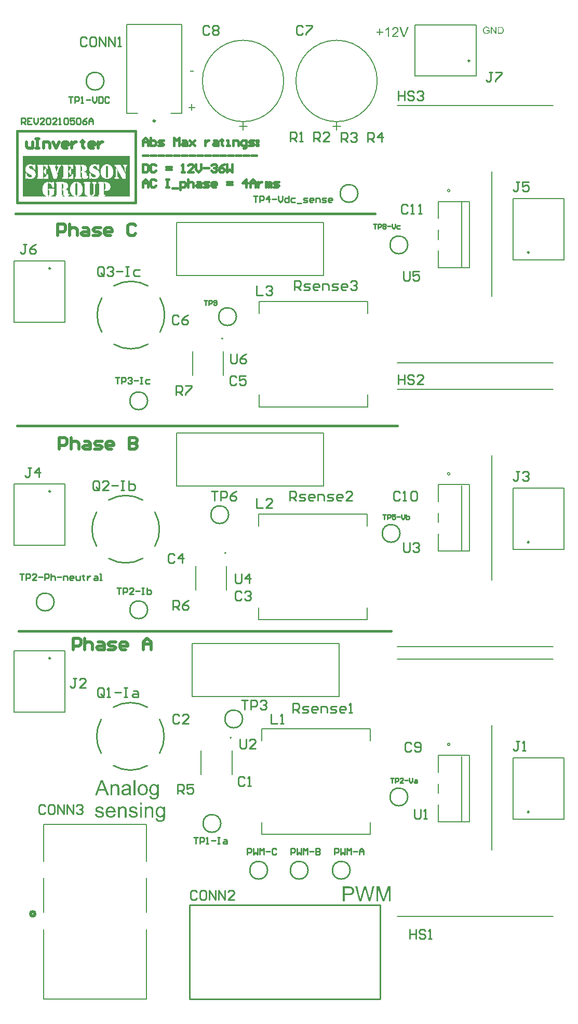
<source format=gto>
G04*
G04 #@! TF.GenerationSoftware,Altium Limited,Altium Designer,21.2.2 (38)*
G04*
G04 Layer_Color=65535*
%FSLAX25Y25*%
%MOIN*%
G70*
G04*
G04 #@! TF.SameCoordinates,792C9601-BB9D-439A-8D0C-CF73BBC84E9B*
G04*
G04*
G04 #@! TF.FilePolarity,Positive*
G04*
G01*
G75*
%ADD10C,0.01000*%
%ADD11C,0.00787*%
%ADD12C,0.00600*%
%ADD13C,0.02000*%
%ADD14C,0.01102*%
%ADD15C,0.01181*%
%ADD16C,0.00500*%
%ADD17C,0.01500*%
G36*
X708339Y239268D02*
X708491Y239254D01*
X708672Y239226D01*
X708866Y239184D01*
X709074Y239129D01*
X709269Y239046D01*
X709296Y239032D01*
X709352Y239004D01*
X709449Y238962D01*
X709560Y238893D01*
X709699Y238810D01*
X709824Y238699D01*
X709949Y238588D01*
X710060Y238449D01*
X710074Y238435D01*
X710101Y238380D01*
X710143Y238310D01*
X710213Y238213D01*
X710268Y238074D01*
X710323Y237935D01*
X710393Y237769D01*
X710435Y237588D01*
Y237574D01*
X710448Y237519D01*
X710462Y237436D01*
X710476Y237325D01*
Y237158D01*
X710490Y236964D01*
X710504Y236728D01*
Y236436D01*
Y232161D01*
X709324D01*
Y236381D01*
Y236395D01*
Y236408D01*
Y236506D01*
Y236631D01*
X709310Y236783D01*
X709296Y236964D01*
X709269Y237144D01*
X709227Y237311D01*
X709185Y237463D01*
Y237477D01*
X709158Y237519D01*
X709116Y237588D01*
X709074Y237672D01*
X709005Y237755D01*
X708922Y237852D01*
X708811Y237949D01*
X708686Y238033D01*
X708672Y238046D01*
X708630Y238074D01*
X708547Y238102D01*
X708450Y238143D01*
X708339Y238185D01*
X708200Y238227D01*
X708033Y238241D01*
X707867Y238255D01*
X707797D01*
X707742Y238241D01*
X707603Y238227D01*
X707423Y238199D01*
X707228Y238130D01*
X707006Y238046D01*
X706784Y237935D01*
X706576Y237769D01*
X706548Y237741D01*
X706493Y237672D01*
X706451Y237616D01*
X706409Y237547D01*
X706354Y237463D01*
X706312Y237366D01*
X706257Y237255D01*
X706201Y237116D01*
X706159Y236964D01*
X706118Y236797D01*
X706090Y236617D01*
X706062Y236422D01*
X706035Y236186D01*
Y235950D01*
Y232161D01*
X704855D01*
Y239129D01*
X705910D01*
Y238130D01*
X705924Y238143D01*
X705951Y238185D01*
X705993Y238241D01*
X706048Y238310D01*
X706132Y238393D01*
X706229Y238491D01*
X706340Y238601D01*
X706479Y238713D01*
X706618Y238810D01*
X706784Y238921D01*
X706965Y239018D01*
X707159Y239101D01*
X707381Y239171D01*
X707603Y239226D01*
X707853Y239268D01*
X708117Y239282D01*
X708228D01*
X708339Y239268D01*
D02*
G37*
G36*
X720942Y232161D02*
X719762D01*
Y241766D01*
X720942D01*
Y232161D01*
D02*
G37*
G36*
X715570Y239268D02*
X715778Y239254D01*
X716014Y239226D01*
X716250Y239184D01*
X716486Y239129D01*
X716708Y239060D01*
X716736Y239046D01*
X716806Y239018D01*
X716903Y238976D01*
X717028Y238921D01*
X717166Y238838D01*
X717305Y238754D01*
X717430Y238643D01*
X717541Y238532D01*
X717555Y238518D01*
X717583Y238477D01*
X717624Y238407D01*
X717680Y238324D01*
X717749Y238199D01*
X717805Y238074D01*
X717860Y237921D01*
X717902Y237741D01*
Y237727D01*
X717916Y237685D01*
X717930Y237602D01*
X717944Y237491D01*
Y237338D01*
X717957Y237158D01*
X717971Y236922D01*
Y236658D01*
Y235076D01*
Y235062D01*
Y235007D01*
Y234923D01*
Y234812D01*
Y234687D01*
Y234535D01*
X717985Y234202D01*
Y233855D01*
X717999Y233508D01*
X718013Y233355D01*
Y233216D01*
X718027Y233091D01*
X718041Y232994D01*
Y232980D01*
X718055Y232925D01*
X718069Y232841D01*
X718110Y232730D01*
X718138Y232605D01*
X718193Y232467D01*
X718263Y232314D01*
X718332Y232161D01*
X717097D01*
X717083Y232175D01*
X717069Y232231D01*
X717041Y232300D01*
X717000Y232411D01*
X716958Y232536D01*
X716930Y232689D01*
X716903Y232855D01*
X716875Y233036D01*
X716861D01*
X716847Y233008D01*
X716764Y232939D01*
X716639Y232841D01*
X716472Y232716D01*
X716264Y232592D01*
X716056Y232453D01*
X715834Y232328D01*
X715598Y232231D01*
X715570Y232217D01*
X715487Y232203D01*
X715362Y232161D01*
X715209Y232120D01*
X715015Y232078D01*
X714793Y232050D01*
X714543Y232022D01*
X714293Y232009D01*
X714182D01*
X714099Y232022D01*
X714002D01*
X713891Y232036D01*
X713641Y232078D01*
X713363Y232147D01*
X713058Y232244D01*
X712780Y232383D01*
X712530Y232564D01*
X712503Y232592D01*
X712433Y232661D01*
X712336Y232786D01*
X712225Y232952D01*
X712114Y233161D01*
X712017Y233397D01*
X711947Y233688D01*
X711934Y233827D01*
X711920Y233993D01*
Y234021D01*
Y234077D01*
X711934Y234174D01*
X711947Y234299D01*
X711975Y234451D01*
X712017Y234604D01*
X712072Y234771D01*
X712142Y234923D01*
X712156Y234937D01*
X712183Y234993D01*
X712239Y235076D01*
X712308Y235173D01*
X712392Y235284D01*
X712503Y235395D01*
X712614Y235506D01*
X712752Y235603D01*
X712766Y235617D01*
X712822Y235645D01*
X712891Y235701D01*
X713002Y235756D01*
X713127Y235812D01*
X713280Y235881D01*
X713433Y235937D01*
X713613Y235992D01*
X713627D01*
X713683Y236006D01*
X713766Y236034D01*
X713877Y236048D01*
X714016Y236075D01*
X714196Y236103D01*
X714404Y236145D01*
X714654Y236173D01*
X714668D01*
X714723Y236186D01*
X714793D01*
X714890Y236200D01*
X715001Y236214D01*
X715140Y236242D01*
X715293Y236256D01*
X715459Y236284D01*
X715792Y236353D01*
X716153Y236422D01*
X716472Y236506D01*
X716625Y236547D01*
X716764Y236589D01*
Y236603D01*
Y236631D01*
X716778Y236714D01*
Y236811D01*
Y236867D01*
Y236894D01*
Y236908D01*
Y236922D01*
Y237005D01*
X716764Y237144D01*
X716736Y237297D01*
X716694Y237463D01*
X716625Y237630D01*
X716542Y237783D01*
X716431Y237908D01*
X716417Y237921D01*
X716347Y237977D01*
X716236Y238033D01*
X716098Y238116D01*
X715903Y238185D01*
X715681Y238255D01*
X715404Y238296D01*
X715084Y238310D01*
X714946D01*
X714807Y238296D01*
X714612Y238268D01*
X714418Y238241D01*
X714210Y238185D01*
X714016Y238116D01*
X713849Y238019D01*
X713835Y238005D01*
X713780Y237963D01*
X713710Y237894D01*
X713627Y237783D01*
X713544Y237644D01*
X713447Y237463D01*
X713363Y237241D01*
X713280Y236992D01*
X712128Y237144D01*
Y237158D01*
X712142Y237172D01*
Y237213D01*
X712156Y237269D01*
X712197Y237394D01*
X712253Y237574D01*
X712322Y237755D01*
X712405Y237949D01*
X712517Y238143D01*
X712641Y238324D01*
X712655Y238338D01*
X712711Y238393D01*
X712794Y238477D01*
X712905Y238588D01*
X713058Y238699D01*
X713238Y238810D01*
X713447Y238935D01*
X713683Y239032D01*
X713696D01*
X713710Y239046D01*
X713752Y239060D01*
X713807Y239073D01*
X713946Y239115D01*
X714141Y239157D01*
X714363Y239198D01*
X714640Y239240D01*
X714932Y239268D01*
X715265Y239282D01*
X715417D01*
X715570Y239268D01*
D02*
G37*
G36*
X703980Y232161D02*
X702537D01*
X701413Y235076D01*
X697387D01*
X696346Y232161D01*
X695000D01*
X698664Y241766D01*
X700052D01*
X703980Y232161D01*
D02*
G37*
G36*
X725828Y239268D02*
X725952Y239254D01*
X726091Y239226D01*
X726244Y239198D01*
X726424Y239171D01*
X726799Y239046D01*
X726993Y238976D01*
X727188Y238879D01*
X727382Y238782D01*
X727576Y238643D01*
X727757Y238504D01*
X727937Y238338D01*
X727951Y238324D01*
X727979Y238296D01*
X728020Y238241D01*
X728076Y238171D01*
X728145Y238074D01*
X728229Y237949D01*
X728312Y237810D01*
X728395Y237658D01*
X728479Y237491D01*
X728562Y237283D01*
X728645Y237075D01*
X728715Y236839D01*
X728770Y236589D01*
X728812Y236325D01*
X728839Y236048D01*
X728853Y235742D01*
Y235728D01*
Y235687D01*
Y235617D01*
Y235520D01*
X728839Y235409D01*
X728826Y235270D01*
Y235132D01*
X728798Y234979D01*
X728756Y234632D01*
X728673Y234285D01*
X728576Y233938D01*
X728437Y233619D01*
Y233605D01*
X728423Y233591D01*
X728395Y233549D01*
X728368Y233494D01*
X728270Y233355D01*
X728145Y233188D01*
X727979Y232994D01*
X727771Y232800D01*
X727535Y232605D01*
X727257Y232425D01*
X727243D01*
X727229Y232411D01*
X727188Y232383D01*
X727118Y232355D01*
X727049Y232328D01*
X726966Y232300D01*
X726757Y232217D01*
X726521Y232147D01*
X726230Y232078D01*
X725925Y232022D01*
X725592Y232009D01*
X725453D01*
X725342Y232022D01*
X725217Y232036D01*
X725078Y232064D01*
X724911Y232092D01*
X724745Y232120D01*
X724370Y232231D01*
X724162Y232314D01*
X723968Y232397D01*
X723773Y232508D01*
X723579Y232633D01*
X723398Y232772D01*
X723218Y232939D01*
X723204Y232952D01*
X723176Y232980D01*
X723135Y233036D01*
X723079Y233119D01*
X723010Y233216D01*
X722940Y233327D01*
X722857Y233466D01*
X722774Y233632D01*
X722691Y233813D01*
X722607Y234021D01*
X722538Y234243D01*
X722469Y234479D01*
X722413Y234743D01*
X722371Y235020D01*
X722344Y235326D01*
X722330Y235645D01*
Y235673D01*
Y235728D01*
X722344Y235826D01*
Y235964D01*
X722358Y236117D01*
X722385Y236311D01*
X722413Y236506D01*
X722469Y236728D01*
X722524Y236950D01*
X722593Y237186D01*
X722677Y237436D01*
X722788Y237672D01*
X722899Y237894D01*
X723052Y238116D01*
X723204Y238324D01*
X723398Y238504D01*
X723412Y238518D01*
X723440Y238532D01*
X723496Y238574D01*
X723565Y238629D01*
X723648Y238685D01*
X723759Y238754D01*
X723870Y238824D01*
X724009Y238893D01*
X724162Y238962D01*
X724328Y239032D01*
X724703Y239157D01*
X725134Y239254D01*
X725356Y239268D01*
X725592Y239282D01*
X725730D01*
X725828Y239268D01*
D02*
G37*
G36*
X733003D02*
X733101Y239254D01*
X733225Y239226D01*
X733364Y239198D01*
X733517Y239157D01*
X733670Y239101D01*
X733836Y239032D01*
X734003Y238948D01*
X734183Y238851D01*
X734350Y238740D01*
X734516Y238601D01*
X734683Y238449D01*
X734836Y238268D01*
Y239129D01*
X735918D01*
Y233105D01*
Y233091D01*
Y233036D01*
Y232952D01*
Y232841D01*
X735904Y232716D01*
Y232564D01*
X735890Y232397D01*
X735877Y232217D01*
X735835Y231842D01*
X735779Y231453D01*
X735738Y231273D01*
X735696Y231106D01*
X735641Y230954D01*
X735585Y230815D01*
Y230801D01*
X735571Y230787D01*
X735516Y230704D01*
X735446Y230579D01*
X735335Y230426D01*
X735183Y230260D01*
X735002Y230079D01*
X734780Y229899D01*
X734530Y229746D01*
X734516D01*
X734503Y229732D01*
X734461Y229704D01*
X734405Y229691D01*
X734336Y229649D01*
X734253Y229621D01*
X734044Y229552D01*
X733795Y229468D01*
X733489Y229413D01*
X733142Y229358D01*
X732767Y229344D01*
X732643D01*
X732559Y229358D01*
X732448D01*
X732337Y229371D01*
X732198Y229385D01*
X732046Y229413D01*
X731727Y229482D01*
X731393Y229580D01*
X731060Y229718D01*
X730755Y229913D01*
X730741Y229926D01*
X730727Y229940D01*
X730630Y230024D01*
X730519Y230149D01*
X730380Y230329D01*
X730241Y230565D01*
X730116Y230856D01*
X730075Y231023D01*
X730047Y231204D01*
X730019Y231384D01*
Y231592D01*
X731171Y231439D01*
Y231412D01*
X731185Y231356D01*
X731213Y231259D01*
X731241Y231134D01*
X731296Y231009D01*
X731366Y230884D01*
X731449Y230759D01*
X731560Y230662D01*
X731588Y230648D01*
X731643Y230607D01*
X731740Y230551D01*
X731879Y230496D01*
X732046Y230426D01*
X732254Y230371D01*
X732504Y230329D01*
X732767Y230315D01*
X732906D01*
X733045Y230329D01*
X733239Y230357D01*
X733434Y230399D01*
X733642Y230454D01*
X733850Y230537D01*
X734031Y230648D01*
X734044Y230662D01*
X734100Y230704D01*
X734183Y230787D01*
X734280Y230884D01*
X734378Y231023D01*
X734475Y231176D01*
X734572Y231356D01*
X734641Y231564D01*
Y231578D01*
X734655Y231634D01*
X734669Y231745D01*
X734683Y231884D01*
X734697Y231981D01*
Y232092D01*
X734711Y232217D01*
Y232355D01*
Y232508D01*
X734725Y232689D01*
Y232869D01*
Y233077D01*
X734711Y233063D01*
X734683Y233036D01*
X734641Y232994D01*
X734586Y232939D01*
X734516Y232869D01*
X734419Y232786D01*
X734308Y232703D01*
X734197Y232619D01*
X733906Y232453D01*
X733586Y232300D01*
X733406Y232244D01*
X733212Y232203D01*
X733003Y232175D01*
X732795Y232161D01*
X732726D01*
X732656Y232175D01*
X732559D01*
X732434Y232189D01*
X732296Y232217D01*
X732143Y232244D01*
X731976Y232286D01*
X731796Y232342D01*
X731615Y232411D01*
X731435Y232494D01*
X731241Y232592D01*
X731060Y232716D01*
X730880Y232855D01*
X730713Y233008D01*
X730561Y233188D01*
X730547Y233202D01*
X730533Y233230D01*
X730491Y233299D01*
X730436Y233369D01*
X730380Y233480D01*
X730311Y233591D01*
X730241Y233730D01*
X730172Y233896D01*
X730102Y234063D01*
X730033Y234257D01*
X729964Y234451D01*
X729908Y234674D01*
X729811Y235145D01*
X729797Y235409D01*
X729783Y235673D01*
Y235687D01*
Y235715D01*
Y235770D01*
Y235839D01*
X729797Y235937D01*
Y236034D01*
X729825Y236284D01*
X729867Y236561D01*
X729936Y236867D01*
X730019Y237186D01*
X730144Y237505D01*
Y237519D01*
X730158Y237547D01*
X730186Y237588D01*
X730214Y237644D01*
X730297Y237796D01*
X730408Y237991D01*
X730561Y238199D01*
X730741Y238407D01*
X730949Y238629D01*
X731185Y238810D01*
X731199D01*
X731213Y238824D01*
X731255Y238851D01*
X731310Y238879D01*
X731449Y238962D01*
X731643Y239046D01*
X731879Y239129D01*
X732157Y239212D01*
X732462Y239268D01*
X732795Y239282D01*
X732920D01*
X733003Y239268D01*
D02*
G37*
G36*
X725022Y226076D02*
X723843D01*
Y227423D01*
X725022D01*
Y226076D01*
D02*
G37*
G36*
X730311Y224924D02*
X730463Y224910D01*
X730644Y224883D01*
X730838Y224841D01*
X731046Y224785D01*
X731241Y224702D01*
X731268Y224688D01*
X731324Y224660D01*
X731421Y224619D01*
X731532Y224549D01*
X731671Y224466D01*
X731796Y224355D01*
X731921Y224244D01*
X732032Y224105D01*
X732046Y224091D01*
X732073Y224036D01*
X732115Y223967D01*
X732185Y223869D01*
X732240Y223730D01*
X732296Y223592D01*
X732365Y223425D01*
X732407Y223245D01*
Y223231D01*
X732420Y223175D01*
X732434Y223092D01*
X732448Y222981D01*
Y222814D01*
X732462Y222620D01*
X732476Y222384D01*
Y222093D01*
Y217818D01*
X731296D01*
Y222037D01*
Y222051D01*
Y222065D01*
Y222162D01*
Y222287D01*
X731282Y222440D01*
X731268Y222620D01*
X731241Y222801D01*
X731199Y222967D01*
X731157Y223120D01*
Y223134D01*
X731130Y223175D01*
X731088Y223245D01*
X731046Y223328D01*
X730977Y223411D01*
X730894Y223508D01*
X730783Y223606D01*
X730658Y223689D01*
X730644Y223703D01*
X730602Y223730D01*
X730519Y223758D01*
X730422Y223800D01*
X730311Y223842D01*
X730172Y223883D01*
X730005Y223897D01*
X729839Y223911D01*
X729769D01*
X729714Y223897D01*
X729575Y223883D01*
X729395Y223855D01*
X729200Y223786D01*
X728978Y223703D01*
X728756Y223592D01*
X728548Y223425D01*
X728520Y223397D01*
X728465Y223328D01*
X728423Y223272D01*
X728381Y223203D01*
X728326Y223120D01*
X728284Y223023D01*
X728229Y222912D01*
X728173Y222773D01*
X728132Y222620D01*
X728090Y222454D01*
X728062Y222273D01*
X728034Y222079D01*
X728007Y221843D01*
Y221607D01*
Y217818D01*
X726827D01*
Y224785D01*
X727882D01*
Y223786D01*
X727896Y223800D01*
X727923Y223842D01*
X727965Y223897D01*
X728020Y223967D01*
X728104Y224050D01*
X728201Y224147D01*
X728312Y224258D01*
X728451Y224369D01*
X728590Y224466D01*
X728756Y224577D01*
X728937Y224674D01*
X729131Y224758D01*
X729353Y224827D01*
X729575Y224883D01*
X729825Y224924D01*
X730089Y224938D01*
X730200D01*
X730311Y224924D01*
D02*
G37*
G36*
X713141D02*
X713294Y224910D01*
X713474Y224883D01*
X713669Y224841D01*
X713877Y224785D01*
X714071Y224702D01*
X714099Y224688D01*
X714154Y224660D01*
X714252Y224619D01*
X714363Y224549D01*
X714501Y224466D01*
X714626Y224355D01*
X714751Y224244D01*
X714862Y224105D01*
X714876Y224091D01*
X714904Y224036D01*
X714946Y223967D01*
X715015Y223869D01*
X715070Y223730D01*
X715126Y223592D01*
X715195Y223425D01*
X715237Y223245D01*
Y223231D01*
X715251Y223175D01*
X715265Y223092D01*
X715279Y222981D01*
Y222814D01*
X715293Y222620D01*
X715306Y222384D01*
Y222093D01*
Y217818D01*
X714127D01*
Y222037D01*
Y222051D01*
Y222065D01*
Y222162D01*
Y222287D01*
X714113Y222440D01*
X714099Y222620D01*
X714071Y222801D01*
X714030Y222967D01*
X713988Y223120D01*
Y223134D01*
X713960Y223175D01*
X713918Y223245D01*
X713877Y223328D01*
X713807Y223411D01*
X713724Y223508D01*
X713613Y223606D01*
X713488Y223689D01*
X713474Y223703D01*
X713433Y223730D01*
X713349Y223758D01*
X713252Y223800D01*
X713141Y223842D01*
X713002Y223883D01*
X712836Y223897D01*
X712669Y223911D01*
X712600D01*
X712544Y223897D01*
X712405Y223883D01*
X712225Y223855D01*
X712031Y223786D01*
X711809Y223703D01*
X711587Y223592D01*
X711378Y223425D01*
X711351Y223397D01*
X711295Y223328D01*
X711253Y223272D01*
X711212Y223203D01*
X711156Y223120D01*
X711115Y223023D01*
X711059Y222912D01*
X711004Y222773D01*
X710962Y222620D01*
X710920Y222454D01*
X710893Y222273D01*
X710865Y222079D01*
X710837Y221843D01*
Y221607D01*
Y217818D01*
X709657D01*
Y224785D01*
X710712D01*
Y223786D01*
X710726Y223800D01*
X710754Y223842D01*
X710795Y223897D01*
X710851Y223967D01*
X710934Y224050D01*
X711031Y224147D01*
X711142Y224258D01*
X711281Y224369D01*
X711420Y224466D01*
X711587Y224577D01*
X711767Y224674D01*
X711961Y224758D01*
X712183Y224827D01*
X712405Y224883D01*
X712655Y224924D01*
X712919Y224938D01*
X713030D01*
X713141Y224924D01*
D02*
G37*
G36*
X719693D02*
X719901Y224910D01*
X720123Y224883D01*
X720359Y224827D01*
X720609Y224771D01*
X720845Y224688D01*
X720858D01*
X720872Y224674D01*
X720942Y224647D01*
X721053Y224591D01*
X721192Y224522D01*
X721344Y224425D01*
X721497Y224313D01*
X721636Y224189D01*
X721761Y224050D01*
X721774Y224036D01*
X721802Y223980D01*
X721858Y223883D01*
X721927Y223772D01*
X721997Y223606D01*
X722066Y223425D01*
X722121Y223217D01*
X722177Y222981D01*
X721025Y222828D01*
Y222856D01*
X721011Y222912D01*
X720983Y223009D01*
X720942Y223134D01*
X720872Y223259D01*
X720789Y223397D01*
X720692Y223536D01*
X720553Y223661D01*
X720539Y223675D01*
X720484Y223703D01*
X720400Y223758D01*
X720275Y223814D01*
X720137Y223869D01*
X719956Y223925D01*
X719734Y223953D01*
X719498Y223967D01*
X719359D01*
X719221Y223953D01*
X719040Y223939D01*
X718860Y223897D01*
X718665Y223855D01*
X718485Y223786D01*
X718332Y223689D01*
X718318Y223675D01*
X718277Y223647D01*
X718221Y223592D01*
X718166Y223508D01*
X718096Y223425D01*
X718041Y223314D01*
X717999Y223189D01*
X717985Y223064D01*
Y223050D01*
Y223023D01*
X717999Y222981D01*
Y222925D01*
X718041Y222787D01*
X718124Y222648D01*
X718138Y222634D01*
X718152Y222620D01*
X718180Y222579D01*
X718235Y222537D01*
X718291Y222495D01*
X718374Y222440D01*
X718471Y222398D01*
X718582Y222342D01*
X718596D01*
X718624Y222329D01*
X718679Y222315D01*
X718776Y222273D01*
X718915Y222232D01*
X719096Y222190D01*
X719207Y222148D01*
X719332Y222120D01*
X719470Y222079D01*
X719623Y222037D01*
X719637D01*
X719679Y222023D01*
X719748Y222009D01*
X719831Y221982D01*
X719929Y221954D01*
X720053Y221926D01*
X720317Y221843D01*
X720609Y221760D01*
X720900Y221662D01*
X721164Y221565D01*
X721275Y221524D01*
X721372Y221482D01*
X721400Y221468D01*
X721455Y221440D01*
X721539Y221399D01*
X721664Y221329D01*
X721788Y221246D01*
X721913Y221135D01*
X722038Y221010D01*
X722149Y220871D01*
X722163Y220857D01*
X722191Y220802D01*
X722246Y220719D01*
X722302Y220594D01*
X722344Y220441D01*
X722399Y220274D01*
X722427Y220080D01*
X722441Y219858D01*
Y219830D01*
Y219761D01*
X722427Y219650D01*
X722399Y219497D01*
X722358Y219331D01*
X722288Y219150D01*
X722205Y218942D01*
X722094Y218748D01*
X722080Y218720D01*
X722024Y218664D01*
X721955Y218567D01*
X721844Y218456D01*
X721691Y218331D01*
X721525Y218192D01*
X721330Y218068D01*
X721094Y217943D01*
X721080D01*
X721067Y217929D01*
X720983Y217901D01*
X720845Y217859D01*
X720664Y217804D01*
X720442Y217748D01*
X720192Y217707D01*
X719929Y217679D01*
X719623Y217665D01*
X719498D01*
X719401Y217679D01*
X719290D01*
X719151Y217693D01*
X719012Y217707D01*
X718860Y217734D01*
X718527Y217804D01*
X718180Y217901D01*
X717846Y218040D01*
X717694Y218123D01*
X717555Y218220D01*
X717541Y218234D01*
X717527Y218248D01*
X717444Y218331D01*
X717319Y218456D01*
X717180Y218650D01*
X717028Y218886D01*
X716875Y219164D01*
X716750Y219511D01*
X716653Y219900D01*
X717819Y220080D01*
Y220066D01*
Y220052D01*
X717846Y219969D01*
X717874Y219830D01*
X717930Y219678D01*
X717999Y219511D01*
X718082Y219331D01*
X718207Y219150D01*
X718360Y218997D01*
X718388Y218984D01*
X718443Y218942D01*
X718554Y218886D01*
X718693Y218817D01*
X718874Y218748D01*
X719082Y218692D01*
X719332Y218650D01*
X719623Y218637D01*
X719762D01*
X719901Y218650D01*
X720081Y218678D01*
X720275Y218720D01*
X720484Y218775D01*
X720664Y218845D01*
X720831Y218956D01*
X720845Y218970D01*
X720900Y219011D01*
X720956Y219081D01*
X721039Y219178D01*
X721108Y219289D01*
X721178Y219428D01*
X721219Y219566D01*
X721233Y219733D01*
Y219747D01*
Y219802D01*
X721219Y219872D01*
X721192Y219969D01*
X721150Y220066D01*
X721080Y220163D01*
X720997Y220274D01*
X720872Y220358D01*
X720858Y220372D01*
X720817Y220385D01*
X720747Y220427D01*
X720636Y220469D01*
X720470Y220524D01*
X720373Y220566D01*
X720262Y220594D01*
X720137Y220635D01*
X719998Y220677D01*
X719845Y220719D01*
X719665Y220760D01*
X719651D01*
X719609Y220774D01*
X719540Y220788D01*
X719457Y220816D01*
X719346Y220844D01*
X719221Y220885D01*
X718957Y220954D01*
X718651Y221052D01*
X718360Y221135D01*
X718082Y221232D01*
X717957Y221288D01*
X717860Y221329D01*
X717833Y221343D01*
X717777Y221371D01*
X717694Y221426D01*
X717583Y221496D01*
X717458Y221593D01*
X717333Y221704D01*
X717208Y221829D01*
X717097Y221982D01*
X717083Y221995D01*
X717055Y222051D01*
X717014Y222148D01*
X716972Y222259D01*
X716930Y222398D01*
X716889Y222565D01*
X716861Y222731D01*
X716847Y222925D01*
Y222953D01*
Y223009D01*
X716861Y223092D01*
X716875Y223217D01*
X716903Y223342D01*
X716930Y223495D01*
X716986Y223633D01*
X717055Y223786D01*
X717069Y223800D01*
X717097Y223855D01*
X717139Y223925D01*
X717208Y224022D01*
X717291Y224119D01*
X717388Y224244D01*
X717499Y224355D01*
X717638Y224452D01*
X717652Y224466D01*
X717694Y224480D01*
X717749Y224522D01*
X717833Y224563D01*
X717944Y224619D01*
X718069Y224674D01*
X718221Y224730D01*
X718388Y224785D01*
X718416Y224799D01*
X718471Y224813D01*
X718568Y224841D01*
X718693Y224869D01*
X718846Y224896D01*
X719012Y224910D01*
X719207Y224938D01*
X719540D01*
X719693Y224924D01*
D02*
G37*
G36*
X698040D02*
X698248Y224910D01*
X698470Y224883D01*
X698706Y224827D01*
X698956Y224771D01*
X699192Y224688D01*
X699206D01*
X699220Y224674D01*
X699289Y224647D01*
X699400Y224591D01*
X699539Y224522D01*
X699691Y224425D01*
X699844Y224313D01*
X699983Y224189D01*
X700108Y224050D01*
X700122Y224036D01*
X700149Y223980D01*
X700205Y223883D01*
X700274Y223772D01*
X700344Y223606D01*
X700413Y223425D01*
X700469Y223217D01*
X700524Y222981D01*
X699372Y222828D01*
Y222856D01*
X699358Y222912D01*
X699331Y223009D01*
X699289Y223134D01*
X699220Y223259D01*
X699136Y223397D01*
X699039Y223536D01*
X698900Y223661D01*
X698886Y223675D01*
X698831Y223703D01*
X698748Y223758D01*
X698623Y223814D01*
X698484Y223869D01*
X698303Y223925D01*
X698081Y223953D01*
X697845Y223967D01*
X697707D01*
X697568Y223953D01*
X697387Y223939D01*
X697207Y223897D01*
X697013Y223855D01*
X696832Y223786D01*
X696679Y223689D01*
X696666Y223675D01*
X696624Y223647D01*
X696568Y223592D01*
X696513Y223508D01*
X696444Y223425D01*
X696388Y223314D01*
X696346Y223189D01*
X696333Y223064D01*
Y223050D01*
Y223023D01*
X696346Y222981D01*
Y222925D01*
X696388Y222787D01*
X696471Y222648D01*
X696485Y222634D01*
X696499Y222620D01*
X696527Y222579D01*
X696582Y222537D01*
X696638Y222495D01*
X696721Y222440D01*
X696818Y222398D01*
X696929Y222342D01*
X696943D01*
X696971Y222329D01*
X697026Y222315D01*
X697124Y222273D01*
X697262Y222232D01*
X697443Y222190D01*
X697554Y222148D01*
X697679Y222120D01*
X697818Y222079D01*
X697970Y222037D01*
X697984D01*
X698026Y222023D01*
X698095Y222009D01*
X698178Y221982D01*
X698276Y221954D01*
X698401Y221926D01*
X698664Y221843D01*
X698956Y221760D01*
X699247Y221662D01*
X699511Y221565D01*
X699622Y221524D01*
X699719Y221482D01*
X699747Y221468D01*
X699802Y221440D01*
X699886Y221399D01*
X700011Y221329D01*
X700136Y221246D01*
X700260Y221135D01*
X700385Y221010D01*
X700496Y220871D01*
X700510Y220857D01*
X700538Y220802D01*
X700594Y220719D01*
X700649Y220594D01*
X700691Y220441D01*
X700746Y220274D01*
X700774Y220080D01*
X700788Y219858D01*
Y219830D01*
Y219761D01*
X700774Y219650D01*
X700746Y219497D01*
X700705Y219331D01*
X700635Y219150D01*
X700552Y218942D01*
X700441Y218748D01*
X700427Y218720D01*
X700372Y218664D01*
X700302Y218567D01*
X700191Y218456D01*
X700038Y218331D01*
X699872Y218192D01*
X699678Y218068D01*
X699442Y217943D01*
X699428D01*
X699414Y217929D01*
X699331Y217901D01*
X699192Y217859D01*
X699011Y217804D01*
X698789Y217748D01*
X698539Y217707D01*
X698276Y217679D01*
X697970Y217665D01*
X697845D01*
X697748Y217679D01*
X697637D01*
X697498Y217693D01*
X697360Y217707D01*
X697207Y217734D01*
X696874Y217804D01*
X696527Y217901D01*
X696194Y218040D01*
X696041Y218123D01*
X695902Y218220D01*
X695888Y218234D01*
X695874Y218248D01*
X695791Y218331D01*
X695666Y218456D01*
X695527Y218650D01*
X695375Y218886D01*
X695222Y219164D01*
X695097Y219511D01*
X695000Y219900D01*
X696166Y220080D01*
Y220066D01*
Y220052D01*
X696194Y219969D01*
X696221Y219830D01*
X696277Y219678D01*
X696346Y219511D01*
X696430Y219331D01*
X696555Y219150D01*
X696707Y218997D01*
X696735Y218984D01*
X696791Y218942D01*
X696902Y218886D01*
X697040Y218817D01*
X697221Y218748D01*
X697429Y218692D01*
X697679Y218650D01*
X697970Y218637D01*
X698109D01*
X698248Y218650D01*
X698428Y218678D01*
X698623Y218720D01*
X698831Y218775D01*
X699011Y218845D01*
X699178Y218956D01*
X699192Y218970D01*
X699247Y219011D01*
X699303Y219081D01*
X699386Y219178D01*
X699455Y219289D01*
X699525Y219428D01*
X699567Y219566D01*
X699580Y219733D01*
Y219747D01*
Y219802D01*
X699567Y219872D01*
X699539Y219969D01*
X699497Y220066D01*
X699428Y220163D01*
X699344Y220274D01*
X699220Y220358D01*
X699206Y220372D01*
X699164Y220385D01*
X699095Y220427D01*
X698984Y220469D01*
X698817Y220524D01*
X698720Y220566D01*
X698609Y220594D01*
X698484Y220635D01*
X698345Y220677D01*
X698192Y220719D01*
X698012Y220760D01*
X697998D01*
X697956Y220774D01*
X697887Y220788D01*
X697804Y220816D01*
X697693Y220844D01*
X697568Y220885D01*
X697304Y220954D01*
X696999Y221052D01*
X696707Y221135D01*
X696430Y221232D01*
X696305Y221288D01*
X696208Y221329D01*
X696180Y221343D01*
X696124Y221371D01*
X696041Y221426D01*
X695930Y221496D01*
X695805Y221593D01*
X695680Y221704D01*
X695555Y221829D01*
X695444Y221982D01*
X695430Y221995D01*
X695402Y222051D01*
X695361Y222148D01*
X695319Y222259D01*
X695278Y222398D01*
X695236Y222565D01*
X695208Y222731D01*
X695194Y222925D01*
Y222953D01*
Y223009D01*
X695208Y223092D01*
X695222Y223217D01*
X695250Y223342D01*
X695278Y223495D01*
X695333Y223633D01*
X695402Y223786D01*
X695416Y223800D01*
X695444Y223855D01*
X695486Y223925D01*
X695555Y224022D01*
X695639Y224119D01*
X695736Y224244D01*
X695847Y224355D01*
X695986Y224452D01*
X695999Y224466D01*
X696041Y224480D01*
X696097Y224522D01*
X696180Y224563D01*
X696291Y224619D01*
X696416Y224674D01*
X696568Y224730D01*
X696735Y224785D01*
X696763Y224799D01*
X696818Y224813D01*
X696915Y224841D01*
X697040Y224869D01*
X697193Y224896D01*
X697360Y224910D01*
X697554Y224938D01*
X697887D01*
X698040Y224924D01*
D02*
G37*
G36*
X725022Y217818D02*
X723843D01*
Y224785D01*
X725022D01*
Y217818D01*
D02*
G37*
G36*
X705271Y224924D02*
X705382Y224910D01*
X705521Y224883D01*
X705674Y224855D01*
X705854Y224813D01*
X706021Y224771D01*
X706215Y224702D01*
X706395Y224633D01*
X706590Y224536D01*
X706784Y224425D01*
X706978Y224300D01*
X707159Y224147D01*
X707325Y223980D01*
X707339Y223967D01*
X707367Y223939D01*
X707409Y223883D01*
X707464Y223800D01*
X707534Y223703D01*
X707603Y223592D01*
X707686Y223453D01*
X707770Y223286D01*
X707853Y223106D01*
X707936Y222912D01*
X708006Y222690D01*
X708075Y222454D01*
X708131Y222190D01*
X708172Y221912D01*
X708200Y221621D01*
X708214Y221302D01*
Y221288D01*
Y221232D01*
Y221135D01*
X708200Y220996D01*
X702995D01*
Y220982D01*
Y220941D01*
X703009Y220885D01*
Y220802D01*
X703023Y220705D01*
X703050Y220594D01*
X703092Y220344D01*
X703175Y220066D01*
X703286Y219761D01*
X703439Y219483D01*
X703633Y219233D01*
X703647D01*
X703661Y219206D01*
X703744Y219136D01*
X703869Y219039D01*
X704036Y218942D01*
X704258Y218831D01*
X704508Y218734D01*
X704785Y218664D01*
X704938Y218650D01*
X705105Y218637D01*
X705216D01*
X705341Y218650D01*
X705493Y218678D01*
X705660Y218720D01*
X705854Y218775D01*
X706035Y218859D01*
X706215Y218970D01*
X706229Y218984D01*
X706298Y219039D01*
X706382Y219122D01*
X706479Y219233D01*
X706590Y219386D01*
X706715Y219580D01*
X706840Y219802D01*
X706951Y220066D01*
X708172Y219914D01*
Y219900D01*
X708158Y219872D01*
X708144Y219816D01*
X708117Y219733D01*
X708075Y219650D01*
X708033Y219539D01*
X707922Y219303D01*
X707784Y219039D01*
X707589Y218761D01*
X707367Y218498D01*
X707090Y218248D01*
X707076D01*
X707048Y218220D01*
X707006Y218192D01*
X706951Y218151D01*
X706867Y218109D01*
X706784Y218068D01*
X706673Y218012D01*
X706548Y217956D01*
X706409Y217901D01*
X706271Y217845D01*
X705924Y217762D01*
X705535Y217693D01*
X705105Y217665D01*
X704952D01*
X704855Y217679D01*
X704730Y217693D01*
X704577Y217721D01*
X704411Y217748D01*
X704230Y217776D01*
X703842Y217887D01*
X703633Y217970D01*
X703439Y218054D01*
X703231Y218165D01*
X703036Y218290D01*
X702856Y218428D01*
X702676Y218595D01*
X702662Y218609D01*
X702634Y218637D01*
X702592Y218692D01*
X702537Y218775D01*
X702467Y218872D01*
X702398Y218984D01*
X702315Y219122D01*
X702232Y219275D01*
X702148Y219456D01*
X702065Y219650D01*
X701996Y219872D01*
X701926Y220108D01*
X701871Y220358D01*
X701829Y220635D01*
X701801Y220927D01*
X701787Y221232D01*
Y221246D01*
Y221315D01*
Y221399D01*
X701801Y221524D01*
X701815Y221676D01*
X701829Y221843D01*
X701857Y222037D01*
X701898Y222232D01*
X702009Y222676D01*
X702079Y222898D01*
X702162Y223134D01*
X702273Y223356D01*
X702398Y223564D01*
X702537Y223772D01*
X702690Y223967D01*
X702703Y223980D01*
X702731Y224008D01*
X702787Y224050D01*
X702856Y224119D01*
X702939Y224189D01*
X703050Y224272D01*
X703175Y224369D01*
X703328Y224452D01*
X703481Y224549D01*
X703661Y224633D01*
X703855Y224716D01*
X704064Y224785D01*
X704286Y224855D01*
X704522Y224896D01*
X704772Y224924D01*
X705035Y224938D01*
X705174D01*
X705271Y224924D01*
D02*
G37*
G36*
X737056D02*
X737154Y224910D01*
X737279Y224883D01*
X737417Y224855D01*
X737570Y224813D01*
X737723Y224758D01*
X737889Y224688D01*
X738056Y224605D01*
X738236Y224508D01*
X738403Y224397D01*
X738569Y224258D01*
X738736Y224105D01*
X738889Y223925D01*
Y224785D01*
X739971D01*
Y218761D01*
Y218748D01*
Y218692D01*
Y218609D01*
Y218498D01*
X739957Y218373D01*
Y218220D01*
X739943Y218054D01*
X739930Y217873D01*
X739888Y217498D01*
X739832Y217110D01*
X739791Y216929D01*
X739749Y216763D01*
X739694Y216610D01*
X739638Y216471D01*
Y216457D01*
X739624Y216443D01*
X739569Y216360D01*
X739499Y216235D01*
X739388Y216083D01*
X739236Y215916D01*
X739055Y215736D01*
X738833Y215555D01*
X738583Y215403D01*
X738569D01*
X738555Y215389D01*
X738514Y215361D01*
X738458Y215347D01*
X738389Y215305D01*
X738306Y215278D01*
X738097Y215208D01*
X737848Y215125D01*
X737542Y215069D01*
X737195Y215014D01*
X736820Y215000D01*
X736695D01*
X736612Y215014D01*
X736501D01*
X736390Y215028D01*
X736251Y215042D01*
X736099Y215069D01*
X735779Y215139D01*
X735446Y215236D01*
X735113Y215375D01*
X734808Y215569D01*
X734794Y215583D01*
X734780Y215597D01*
X734683Y215680D01*
X734572Y215805D01*
X734433Y215985D01*
X734294Y216221D01*
X734169Y216513D01*
X734128Y216680D01*
X734100Y216860D01*
X734072Y217040D01*
Y217249D01*
X735224Y217096D01*
Y217068D01*
X735238Y217013D01*
X735266Y216915D01*
X735294Y216791D01*
X735349Y216666D01*
X735419Y216541D01*
X735502Y216416D01*
X735613Y216319D01*
X735641Y216305D01*
X735696Y216263D01*
X735793Y216208D01*
X735932Y216152D01*
X736099Y216083D01*
X736307Y216027D01*
X736557Y215985D01*
X736820Y215972D01*
X736959D01*
X737098Y215985D01*
X737292Y216013D01*
X737487Y216055D01*
X737695Y216110D01*
X737903Y216194D01*
X738084Y216305D01*
X738097Y216319D01*
X738153Y216360D01*
X738236Y216443D01*
X738333Y216541D01*
X738431Y216680D01*
X738528Y216832D01*
X738625Y217013D01*
X738694Y217221D01*
Y217235D01*
X738708Y217290D01*
X738722Y217401D01*
X738736Y217540D01*
X738750Y217637D01*
Y217748D01*
X738764Y217873D01*
Y218012D01*
Y218165D01*
X738777Y218345D01*
Y218526D01*
Y218734D01*
X738764Y218720D01*
X738736Y218692D01*
X738694Y218650D01*
X738639Y218595D01*
X738569Y218526D01*
X738472Y218442D01*
X738361Y218359D01*
X738250Y218276D01*
X737959Y218109D01*
X737639Y217956D01*
X737459Y217901D01*
X737265Y217859D01*
X737056Y217831D01*
X736848Y217818D01*
X736779D01*
X736709Y217831D01*
X736612D01*
X736487Y217845D01*
X736348Y217873D01*
X736196Y217901D01*
X736029Y217943D01*
X735849Y217998D01*
X735668Y218068D01*
X735488Y218151D01*
X735294Y218248D01*
X735113Y218373D01*
X734933Y218512D01*
X734766Y218664D01*
X734614Y218845D01*
X734600Y218859D01*
X734586Y218886D01*
X734544Y218956D01*
X734489Y219025D01*
X734433Y219136D01*
X734364Y219247D01*
X734294Y219386D01*
X734225Y219553D01*
X734156Y219719D01*
X734086Y219914D01*
X734017Y220108D01*
X733961Y220330D01*
X733864Y220802D01*
X733850Y221066D01*
X733836Y221329D01*
Y221343D01*
Y221371D01*
Y221426D01*
Y221496D01*
X733850Y221593D01*
Y221690D01*
X733878Y221940D01*
X733919Y222218D01*
X733989Y222523D01*
X734072Y222842D01*
X734197Y223161D01*
Y223175D01*
X734211Y223203D01*
X734239Y223245D01*
X734267Y223300D01*
X734350Y223453D01*
X734461Y223647D01*
X734614Y223855D01*
X734794Y224064D01*
X735002Y224286D01*
X735238Y224466D01*
X735252D01*
X735266Y224480D01*
X735308Y224508D01*
X735363Y224536D01*
X735502Y224619D01*
X735696Y224702D01*
X735932Y224785D01*
X736210Y224869D01*
X736515Y224924D01*
X736848Y224938D01*
X736973D01*
X737056Y224924D01*
D02*
G37*
G36*
X717402Y627250D02*
Y616000D01*
X676647D01*
X676795Y616015D01*
X676928Y616030D01*
X677032Y616059D01*
X677120Y616074D01*
X677194Y616089D01*
X677239Y616104D01*
X677254D01*
X677491Y616192D01*
X677594Y616237D01*
X677698Y616296D01*
X677772Y616341D01*
X677831Y616385D01*
X677861Y616400D01*
X677876Y616415D01*
X678083Y616607D01*
X678246Y616785D01*
X678305Y616859D01*
X678365Y616918D01*
X678379Y616963D01*
X678394Y616978D01*
X678468Y617096D01*
X678513Y617200D01*
X678572Y617362D01*
X678587Y617437D01*
X678601Y617481D01*
Y617585D01*
X678572Y617644D01*
X678527Y617748D01*
X678468Y617822D01*
X678453Y617851D01*
X678439D01*
X678379Y617910D01*
X678320Y617940D01*
X678216Y617999D01*
X678142Y618014D01*
X678113D01*
X678024Y617999D01*
X677950Y617970D01*
X677802Y617866D01*
X677742Y617807D01*
X677698Y617762D01*
X677683Y617733D01*
X677668Y617718D01*
X677624Y617673D01*
Y617688D01*
Y617703D01*
Y617718D01*
Y619066D01*
Y619184D01*
X677594Y619303D01*
X677579Y619406D01*
X677550Y619495D01*
X677520Y619584D01*
X677491Y619643D01*
X677476Y619673D01*
X677461Y619688D01*
X677313Y619910D01*
X677165Y620073D01*
X677091Y620147D01*
X677032Y620191D01*
X677002Y620221D01*
X676987Y620236D01*
X676780Y620369D01*
X676587Y620458D01*
X676498Y620502D01*
X676439Y620532D01*
X676395Y620547D01*
X676380D01*
X676113Y620621D01*
X675980Y620636D01*
X675847Y620650D01*
X675728Y620665D01*
X675565D01*
X675758Y620680D01*
X675936Y620710D01*
X676084Y620739D01*
X676217Y620769D01*
X676321Y620798D01*
X676395Y620828D01*
X676439Y620858D01*
X676454D01*
X676691Y620991D01*
X676795Y621065D01*
X676884Y621124D01*
X676943Y621183D01*
X677002Y621228D01*
X677032Y621257D01*
X677046Y621272D01*
X677254Y621524D01*
X677402Y621776D01*
X677520Y622043D01*
X677594Y622294D01*
X677639Y622516D01*
X677654Y622620D01*
Y622694D01*
X677668Y622768D01*
Y622813D01*
Y622842D01*
Y622857D01*
X677654Y623079D01*
X677624Y623272D01*
X677579Y623464D01*
X677520Y623642D01*
X677372Y623953D01*
X677209Y624220D01*
X677046Y624412D01*
X676898Y624560D01*
X676839Y624619D01*
X676795Y624649D01*
X676765Y624679D01*
X676750D01*
X676513Y624827D01*
X676276Y624945D01*
X676039Y625034D01*
X675817Y625108D01*
X675625Y625153D01*
X675477Y625182D01*
X675417D01*
X675373Y625197D01*
X675343D01*
X675136Y625212D01*
X674929Y625227D01*
X674721Y625241D01*
X674529Y625256D01*
X673803D01*
Y624294D01*
X673966Y624249D01*
X674099Y624190D01*
X674203Y624146D01*
X674292Y624101D01*
X674336Y624057D01*
X674381Y624027D01*
X674410Y624012D01*
Y623997D01*
X674455Y623923D01*
X674484Y623849D01*
X674529Y623672D01*
X674544Y623597D01*
Y623538D01*
Y623494D01*
Y623479D01*
Y621761D01*
Y621583D01*
X674529Y621465D01*
X674514Y621406D01*
X674499Y621376D01*
X674455Y621287D01*
X674395Y621198D01*
X674336Y621139D01*
X674321Y621109D01*
X674277Y621095D01*
X674218Y621065D01*
X674055Y621035D01*
X673966Y621021D01*
X673892Y621006D01*
X673847Y620991D01*
X673833D01*
Y620073D01*
X673966Y620058D01*
X674084Y620014D01*
X674173Y619984D01*
X674247Y619940D01*
X674306Y619910D01*
X674336Y619880D01*
X674366Y619865D01*
Y619851D01*
X674455Y619717D01*
X674499Y619584D01*
X674514Y619540D01*
X674529Y619495D01*
Y619465D01*
Y619451D01*
Y619421D01*
X674544Y619377D01*
Y619243D01*
Y619169D01*
Y619125D01*
Y619080D01*
Y619066D01*
Y617970D01*
X674558Y617644D01*
X674617Y617362D01*
X674706Y617111D01*
X674795Y616903D01*
X674884Y616741D01*
X674973Y616622D01*
X675032Y616548D01*
X675047Y616518D01*
X675254Y616341D01*
X675491Y616222D01*
X675728Y616133D01*
X675965Y616059D01*
X676173Y616030D01*
X676335Y616015D01*
X676395Y616000D01*
X648598D01*
Y627250D01*
Y642000D01*
X717402D01*
Y627250D01*
D02*
G37*
G36*
X757479Y673488D02*
X759218D01*
Y672757D01*
X757479D01*
Y671000D01*
X756739D01*
Y672757D01*
X755000D01*
Y673488D01*
X756739D01*
Y675227D01*
X757479D01*
Y673488D01*
D02*
G37*
G36*
X758433Y696000D02*
X756000D01*
Y696786D01*
X758433D01*
Y696000D01*
D02*
G37*
G36*
X946365Y724933D02*
X946417D01*
X946540Y724920D01*
X946676Y724901D01*
X946819Y724868D01*
X946974Y724829D01*
X947123Y724778D01*
X947130D01*
X947143Y724771D01*
X947162Y724765D01*
X947188Y724752D01*
X947259Y724713D01*
X947350Y724668D01*
X947447Y724603D01*
X947551Y724525D01*
X947648Y724441D01*
X947739Y724337D01*
X947752Y724324D01*
X947778Y724285D01*
X947817Y724227D01*
X947869Y724143D01*
X947920Y724039D01*
X947979Y723909D01*
X948037Y723767D01*
X948082Y723605D01*
X947545Y723462D01*
Y723469D01*
X947538Y723475D01*
X947532Y723495D01*
X947525Y723521D01*
X947506Y723579D01*
X947480Y723657D01*
X947441Y723747D01*
X947396Y723832D01*
X947350Y723922D01*
X947292Y724000D01*
X947285Y724007D01*
X947266Y724032D01*
X947227Y724065D01*
X947182Y724110D01*
X947123Y724162D01*
X947046Y724214D01*
X946961Y724266D01*
X946864Y724311D01*
X946851Y724318D01*
X946819Y724331D01*
X946760Y724350D01*
X946683Y724376D01*
X946592Y724395D01*
X946488Y724415D01*
X946372Y724428D01*
X946249Y724434D01*
X946177D01*
X946145Y724428D01*
X946106D01*
X946009Y724421D01*
X945899Y724402D01*
X945776Y724382D01*
X945659Y724350D01*
X945542Y724305D01*
X945529Y724298D01*
X945490Y724285D01*
X945439Y724253D01*
X945374Y724220D01*
X945296Y724169D01*
X945212Y724117D01*
X945134Y724052D01*
X945063Y723981D01*
X945056Y723974D01*
X945030Y723948D01*
X944998Y723903D01*
X944959Y723851D01*
X944914Y723786D01*
X944868Y723708D01*
X944823Y723624D01*
X944778Y723533D01*
Y723527D01*
X944771Y723514D01*
X944765Y723495D01*
X944752Y723462D01*
X944739Y723423D01*
X944726Y723378D01*
X944706Y723326D01*
X944693Y723268D01*
X944661Y723132D01*
X944635Y722976D01*
X944616Y722814D01*
X944609Y722633D01*
Y722626D01*
Y722607D01*
Y722575D01*
X944616Y722536D01*
Y722484D01*
X944622Y722419D01*
X944629Y722354D01*
X944635Y722283D01*
X944661Y722121D01*
X944693Y721952D01*
X944745Y721784D01*
X944810Y721622D01*
Y721615D01*
X944823Y721602D01*
X944829Y721583D01*
X944849Y721557D01*
X944894Y721486D01*
X944965Y721395D01*
X945050Y721298D01*
X945153Y721201D01*
X945277Y721110D01*
X945413Y721026D01*
X945419D01*
X945432Y721019D01*
X945452Y721006D01*
X945484Y720993D01*
X945516Y720980D01*
X945562Y720967D01*
X945665Y720929D01*
X945795Y720896D01*
X945938Y720864D01*
X946093Y720838D01*
X946255Y720831D01*
X946320D01*
X946359Y720838D01*
X946398D01*
X946495Y720851D01*
X946611Y720864D01*
X946735Y720890D01*
X946871Y720929D01*
X947007Y720974D01*
X947013D01*
X947026Y720980D01*
X947039Y720987D01*
X947065Y721000D01*
X947136Y721032D01*
X947214Y721071D01*
X947305Y721116D01*
X947402Y721168D01*
X947493Y721227D01*
X947571Y721291D01*
Y722134D01*
X946249D01*
Y722665D01*
X948154D01*
Y721000D01*
X948147Y720993D01*
X948134Y720987D01*
X948108Y720967D01*
X948076Y720941D01*
X948037Y720916D01*
X947992Y720883D01*
X947933Y720844D01*
X947875Y720805D01*
X947739Y720721D01*
X947583Y720631D01*
X947421Y720546D01*
X947246Y720475D01*
X947240D01*
X947227Y720469D01*
X947201Y720462D01*
X947169Y720449D01*
X947123Y720436D01*
X947071Y720417D01*
X947013Y720404D01*
X946955Y720391D01*
X946812Y720358D01*
X946650Y720326D01*
X946475Y720306D01*
X946294Y720300D01*
X946229D01*
X946184Y720306D01*
X946125D01*
X946054Y720313D01*
X945976Y720326D01*
X945892Y720332D01*
X945704Y720371D01*
X945503Y720417D01*
X945296Y720488D01*
X945192Y720527D01*
X945089Y720579D01*
X945082Y720585D01*
X945063Y720592D01*
X945037Y720611D01*
X944998Y720631D01*
X944953Y720663D01*
X944907Y720695D01*
X944784Y720786D01*
X944654Y720903D01*
X944518Y721045D01*
X944389Y721207D01*
X944272Y721395D01*
Y721402D01*
X944259Y721421D01*
X944246Y721447D01*
X944227Y721492D01*
X944207Y721538D01*
X944188Y721602D01*
X944162Y721667D01*
X944136Y721745D01*
X944110Y721829D01*
X944084Y721926D01*
X944065Y722024D01*
X944045Y722127D01*
X944013Y722354D01*
X944000Y722594D01*
Y722600D01*
Y722626D01*
Y722659D01*
X944007Y722704D01*
Y722762D01*
X944013Y722834D01*
X944026Y722905D01*
X944032Y722989D01*
X944052Y723080D01*
X944065Y723177D01*
X944117Y723385D01*
X944181Y723598D01*
X944272Y723812D01*
X944279Y723819D01*
X944285Y723838D01*
X944298Y723864D01*
X944324Y723903D01*
X944350Y723955D01*
X944382Y724007D01*
X944473Y724130D01*
X944583Y724272D01*
X944719Y724408D01*
X944875Y724544D01*
X944965Y724603D01*
X945056Y724661D01*
X945063Y724668D01*
X945082Y724674D01*
X945108Y724687D01*
X945147Y724706D01*
X945199Y724726D01*
X945257Y724752D01*
X945322Y724778D01*
X945400Y724804D01*
X945484Y724829D01*
X945575Y724849D01*
X945672Y724875D01*
X945776Y724894D01*
X946002Y724927D01*
X946119Y724940D01*
X946326D01*
X946365Y724933D01*
D02*
G37*
G36*
X952554Y720378D02*
X951938D01*
X949592Y723896D01*
Y720378D01*
X949022D01*
Y724862D01*
X949631D01*
X951983Y721337D01*
Y724862D01*
X952554D01*
Y720378D01*
D02*
G37*
G36*
X955392Y724855D02*
X955521Y724849D01*
X955651Y724836D01*
X955781Y724817D01*
X955891Y724797D01*
X955897D01*
X955910Y724791D01*
X955930D01*
X955956Y724778D01*
X956027Y724758D01*
X956118Y724726D01*
X956221Y724681D01*
X956331Y724622D01*
X956442Y724557D01*
X956545Y724473D01*
X956552Y724467D01*
X956558Y724460D01*
X956578Y724441D01*
X956604Y724421D01*
X956668Y724357D01*
X956746Y724266D01*
X956830Y724156D01*
X956921Y724026D01*
X957005Y723877D01*
X957077Y723708D01*
Y723702D01*
X957083Y723689D01*
X957096Y723663D01*
X957103Y723624D01*
X957122Y723579D01*
X957135Y723527D01*
X957148Y723469D01*
X957167Y723397D01*
X957187Y723326D01*
X957200Y723242D01*
X957232Y723061D01*
X957252Y722860D01*
X957258Y722639D01*
Y722633D01*
Y722620D01*
Y722587D01*
Y722555D01*
X957252Y722510D01*
Y722458D01*
X957245Y722335D01*
X957226Y722192D01*
X957206Y722043D01*
X957174Y721888D01*
X957135Y721732D01*
Y721726D01*
X957129Y721713D01*
X957122Y721693D01*
X957115Y721667D01*
X957090Y721596D01*
X957051Y721505D01*
X957012Y721402D01*
X956960Y721298D01*
X956895Y721188D01*
X956830Y721084D01*
X956824Y721071D01*
X956798Y721039D01*
X956759Y720993D01*
X956707Y720935D01*
X956649Y720870D01*
X956578Y720805D01*
X956506Y720734D01*
X956422Y720676D01*
X956409Y720669D01*
X956383Y720650D01*
X956338Y720624D01*
X956273Y720592D01*
X956195Y720553D01*
X956105Y720520D01*
X956001Y720481D01*
X955884Y720449D01*
X955871D01*
X955852Y720443D01*
X955832Y720436D01*
X955768Y720430D01*
X955677Y720417D01*
X955573Y720404D01*
X955450Y720391D01*
X955314Y720384D01*
X955165Y720378D01*
X953551D01*
Y724862D01*
X955275D01*
X955392Y724855D01*
D02*
G37*
G36*
X878079Y721824D02*
X879818D01*
Y721094D01*
X878079D01*
Y719336D01*
X877339D01*
Y721094D01*
X875600D01*
Y721824D01*
X877339D01*
Y723563D01*
X878079D01*
Y721824D01*
D02*
G37*
G36*
X893684Y718300D02*
X892796D01*
X890317Y724701D01*
X891242D01*
X892907Y720048D01*
Y720039D01*
X892916Y720020D01*
X892925Y719993D01*
X892944Y719956D01*
X892953Y719900D01*
X892972Y719845D01*
X893018Y719706D01*
X893073Y719549D01*
X893129Y719373D01*
X893240Y719003D01*
Y719012D01*
X893249Y719031D01*
X893258Y719059D01*
X893268Y719096D01*
X893295Y719197D01*
X893342Y719336D01*
X893388Y719493D01*
X893443Y719669D01*
X893508Y719854D01*
X893582Y720048D01*
X895321Y724701D01*
X896181D01*
X893684Y718300D01*
D02*
G37*
G36*
X887958Y724719D02*
X888032Y724710D01*
X888124Y724701D01*
X888226Y724683D01*
X888328Y724664D01*
X888568Y724599D01*
X888809Y724507D01*
X888929Y724451D01*
X889050Y724387D01*
X889161Y724303D01*
X889262Y724211D01*
X889272Y724201D01*
X889290Y724192D01*
X889308Y724155D01*
X889345Y724118D01*
X889392Y724072D01*
X889438Y724007D01*
X889484Y723943D01*
X889540Y723859D01*
X889632Y723684D01*
X889725Y723461D01*
X889762Y723350D01*
X889780Y723221D01*
X889799Y723092D01*
X889808Y722953D01*
Y722934D01*
Y722888D01*
X889799Y722814D01*
X889789Y722712D01*
X889771Y722601D01*
X889734Y722472D01*
X889697Y722333D01*
X889641Y722194D01*
X889632Y722176D01*
X889614Y722129D01*
X889577Y722055D01*
X889521Y721954D01*
X889447Y721843D01*
X889355Y721704D01*
X889244Y721565D01*
X889114Y721408D01*
X889096Y721389D01*
X889050Y721334D01*
X889003Y721288D01*
X888957Y721242D01*
X888902Y721186D01*
X888828Y721112D01*
X888754Y721038D01*
X888661Y720955D01*
X888568Y720862D01*
X888457Y720760D01*
X888337Y720659D01*
X888208Y720539D01*
X888060Y720418D01*
X887912Y720289D01*
X887903Y720280D01*
X887884Y720261D01*
X887847Y720233D01*
X887801Y720196D01*
X887745Y720141D01*
X887681Y720085D01*
X887533Y719965D01*
X887375Y719826D01*
X887227Y719688D01*
X887098Y719567D01*
X887042Y719521D01*
X886996Y719475D01*
X886987Y719465D01*
X886959Y719438D01*
X886922Y719401D01*
X886876Y719345D01*
X886829Y719280D01*
X886774Y719216D01*
X886663Y719059D01*
X889817D01*
Y718300D01*
X885571D01*
Y718309D01*
Y718346D01*
Y718402D01*
X885581Y718476D01*
X885590Y718559D01*
X885608Y718651D01*
X885627Y718744D01*
X885664Y718846D01*
Y718855D01*
X885673Y718864D01*
X885692Y718920D01*
X885729Y719003D01*
X885784Y719114D01*
X885858Y719243D01*
X885951Y719391D01*
X886053Y719539D01*
X886182Y719697D01*
Y719706D01*
X886201Y719715D01*
X886247Y719771D01*
X886330Y719854D01*
X886450Y719974D01*
X886589Y720113D01*
X886765Y720280D01*
X886977Y720465D01*
X887209Y720659D01*
X887218Y720668D01*
X887255Y720696D01*
X887311Y720742D01*
X887375Y720797D01*
X887459Y720871D01*
X887560Y720955D01*
X887662Y721047D01*
X887782Y721149D01*
X888013Y721371D01*
X888245Y721593D01*
X888356Y721704D01*
X888457Y721815D01*
X888550Y721917D01*
X888624Y722018D01*
Y722028D01*
X888643Y722037D01*
X888661Y722065D01*
X888680Y722102D01*
X888744Y722203D01*
X888818Y722324D01*
X888883Y722472D01*
X888948Y722629D01*
X888985Y722805D01*
X889003Y722971D01*
Y722980D01*
Y722990D01*
X888994Y723045D01*
X888985Y723138D01*
X888957Y723240D01*
X888920Y723369D01*
X888855Y723498D01*
X888772Y723628D01*
X888661Y723758D01*
X888643Y723776D01*
X888596Y723813D01*
X888531Y723859D01*
X888430Y723924D01*
X888300Y723980D01*
X888152Y724035D01*
X887976Y724072D01*
X887782Y724081D01*
X887727D01*
X887690Y724072D01*
X887579Y724063D01*
X887449Y724035D01*
X887311Y723998D01*
X887153Y723933D01*
X887005Y723850D01*
X886866Y723739D01*
X886848Y723721D01*
X886811Y723674D01*
X886755Y723600D01*
X886700Y723489D01*
X886635Y723360D01*
X886580Y723193D01*
X886543Y723008D01*
X886524Y722795D01*
X885719Y722879D01*
Y722888D01*
X885729Y722916D01*
Y722962D01*
X885738Y723027D01*
X885756Y723101D01*
X885775Y723184D01*
X885803Y723286D01*
X885830Y723387D01*
X885905Y723609D01*
X886016Y723832D01*
X886080Y723943D01*
X886164Y724053D01*
X886247Y724155D01*
X886339Y724248D01*
X886349Y724257D01*
X886367Y724266D01*
X886395Y724294D01*
X886441Y724322D01*
X886497Y724359D01*
X886561Y724396D01*
X886635Y724442D01*
X886728Y724488D01*
X886829Y724535D01*
X886940Y724581D01*
X887061Y724618D01*
X887190Y724655D01*
X887329Y724683D01*
X887477Y724710D01*
X887634Y724719D01*
X887801Y724729D01*
X887893D01*
X887958Y724719D01*
D02*
G37*
G36*
X883666Y718300D02*
X882880D01*
Y723304D01*
X882870Y723295D01*
X882824Y723258D01*
X882769Y723203D01*
X882676Y723138D01*
X882574Y723055D01*
X882445Y722962D01*
X882297Y722860D01*
X882131Y722758D01*
X882121D01*
X882112Y722749D01*
X882057Y722712D01*
X881964Y722666D01*
X881853Y722611D01*
X881723Y722546D01*
X881585Y722481D01*
X881446Y722416D01*
X881307Y722361D01*
Y723119D01*
X881316D01*
X881335Y723138D01*
X881372Y723147D01*
X881418Y723175D01*
X881474Y723203D01*
X881538Y723240D01*
X881696Y723332D01*
X881881Y723434D01*
X882066Y723563D01*
X882260Y723711D01*
X882454Y723869D01*
X882463Y723878D01*
X882473Y723887D01*
X882500Y723915D01*
X882537Y723943D01*
X882621Y724035D01*
X882732Y724146D01*
X882843Y724275D01*
X882963Y724424D01*
X883065Y724572D01*
X883157Y724729D01*
X883666D01*
Y718300D01*
D02*
G37*
G36*
X884744Y164000D02*
X883523D01*
Y172037D01*
X880719Y164000D01*
X879581D01*
X876805Y172175D01*
Y164000D01*
X875583D01*
Y173605D01*
X877485D01*
X879761Y166790D01*
Y166776D01*
X879775Y166748D01*
X879789Y166707D01*
X879817Y166637D01*
X879872Y166471D01*
X879942Y166262D01*
X880011Y166026D01*
X880094Y165790D01*
X880164Y165568D01*
X880219Y165374D01*
X880233Y165402D01*
X880247Y165471D01*
X880289Y165596D01*
X880344Y165763D01*
X880414Y165985D01*
X880511Y166249D01*
X880608Y166554D01*
X880733Y166915D01*
X883037Y173605D01*
X884744D01*
Y164000D01*
D02*
G37*
G36*
X871794D02*
X870545D01*
X868532Y171315D01*
Y171329D01*
X868519Y171356D01*
X868505Y171398D01*
X868491Y171467D01*
X868449Y171620D01*
X868407Y171801D01*
X868352Y171995D01*
X868296Y172175D01*
X868255Y172328D01*
X868241Y172397D01*
X868227Y172439D01*
Y172425D01*
X868213Y172411D01*
X868199Y172328D01*
X868172Y172203D01*
X868130Y172050D01*
X868088Y171884D01*
X868033Y171689D01*
X867991Y171495D01*
X867935Y171315D01*
X865909Y164000D01*
X864577D01*
X862064Y173605D01*
X863383D01*
X864812Y167303D01*
Y167290D01*
X864826Y167262D01*
X864840Y167206D01*
X864854Y167137D01*
X864868Y167040D01*
X864896Y166943D01*
X864924Y166818D01*
X864951Y166679D01*
X865021Y166387D01*
X865090Y166054D01*
X865160Y165693D01*
X865229Y165332D01*
Y165346D01*
X865243Y165402D01*
X865271Y165471D01*
X865284Y165582D01*
X865312Y165693D01*
X865354Y165832D01*
X865423Y166138D01*
X865506Y166443D01*
X865534Y166596D01*
X865576Y166734D01*
X865604Y166859D01*
X865631Y166970D01*
X865659Y167054D01*
X865673Y167109D01*
X867491Y173605D01*
X869032D01*
X870392Y168733D01*
Y168719D01*
X870420Y168650D01*
X870448Y168553D01*
X870476Y168428D01*
X870517Y168261D01*
X870573Y168081D01*
X870628Y167873D01*
X870684Y167637D01*
X870753Y167373D01*
X870809Y167109D01*
X870934Y166540D01*
X871058Y165943D01*
X871156Y165332D01*
Y165346D01*
X871170Y165374D01*
Y165430D01*
X871197Y165499D01*
X871211Y165582D01*
X871239Y165680D01*
X871253Y165804D01*
X871294Y165943D01*
X871364Y166249D01*
X871447Y166609D01*
X871530Y166998D01*
X871642Y167428D01*
X873141Y173605D01*
X874431D01*
X871794Y164000D01*
D02*
G37*
G36*
X858150Y173591D02*
X858386Y173577D01*
X858636Y173563D01*
X858872Y173536D01*
X859080Y173508D01*
X859108D01*
X859205Y173480D01*
X859330Y173452D01*
X859496Y173411D01*
X859677Y173341D01*
X859871Y173258D01*
X860079Y173161D01*
X860260Y173050D01*
X860288Y173036D01*
X860343Y172994D01*
X860426Y172911D01*
X860538Y172814D01*
X860662Y172689D01*
X860787Y172522D01*
X860926Y172342D01*
X861037Y172134D01*
X861051Y172106D01*
X861079Y172037D01*
X861134Y171912D01*
X861190Y171745D01*
X861232Y171551D01*
X861287Y171329D01*
X861315Y171079D01*
X861329Y170815D01*
Y170801D01*
Y170760D01*
Y170704D01*
X861315Y170607D01*
X861301Y170510D01*
X861287Y170385D01*
X861259Y170246D01*
X861232Y170093D01*
X861134Y169774D01*
X861079Y169607D01*
X860995Y169427D01*
X860898Y169247D01*
X860801Y169080D01*
X860676Y168913D01*
X860538Y168747D01*
X860524Y168733D01*
X860496Y168705D01*
X860454Y168664D01*
X860385Y168622D01*
X860301Y168553D01*
X860190Y168483D01*
X860052Y168400D01*
X859899Y168331D01*
X859719Y168247D01*
X859510Y168164D01*
X859288Y168095D01*
X859025Y168039D01*
X858747Y167984D01*
X858442Y167942D01*
X858095Y167914D01*
X857734Y167900D01*
X855277D01*
Y164000D01*
X854000D01*
Y173605D01*
X857942D01*
X858150Y173591D01*
D02*
G37*
%LPC*%
G36*
X716778Y235659D02*
X716764D01*
X716750Y235645D01*
X716708Y235631D01*
X716653Y235617D01*
X716583Y235590D01*
X716500Y235562D01*
X716403Y235534D01*
X716292Y235506D01*
X716167Y235465D01*
X716014Y235437D01*
X715862Y235395D01*
X715681Y235354D01*
X715487Y235312D01*
X715293Y235270D01*
X715070Y235243D01*
X714834Y235201D01*
X714807D01*
X714723Y235187D01*
X714585Y235159D01*
X714432Y235132D01*
X714265Y235104D01*
X714099Y235062D01*
X713946Y235020D01*
X713807Y234965D01*
X713794D01*
X713752Y234937D01*
X713696Y234910D01*
X713641Y234868D01*
X713474Y234757D01*
X713336Y234590D01*
Y234576D01*
X713308Y234549D01*
X713294Y234493D01*
X713266Y234424D01*
X713238Y234340D01*
X713211Y234257D01*
X713197Y234146D01*
X713183Y234035D01*
Y234021D01*
Y233952D01*
X713197Y233869D01*
X713224Y233757D01*
X713266Y233632D01*
X713336Y233508D01*
X713419Y233369D01*
X713530Y233244D01*
X713544Y233230D01*
X713599Y233202D01*
X713683Y233147D01*
X713794Y233091D01*
X713946Y233036D01*
X714127Y232980D01*
X714335Y232952D01*
X714585Y232939D01*
X714696D01*
X714834Y232952D01*
X714987Y232980D01*
X715181Y233008D01*
X715376Y233063D01*
X715584Y233133D01*
X715792Y233230D01*
X715820Y233244D01*
X715875Y233285D01*
X715973Y233355D01*
X716084Y233452D01*
X716209Y233563D01*
X716347Y233702D01*
X716459Y233869D01*
X716570Y234049D01*
X716583Y234063D01*
X716597Y234118D01*
X716625Y234215D01*
X716667Y234340D01*
X716708Y234507D01*
X716736Y234701D01*
X716750Y234937D01*
X716764Y235215D01*
X716778Y235659D01*
D02*
G37*
G36*
X699331Y240767D02*
Y240753D01*
X699317Y240725D01*
Y240670D01*
X699289Y240614D01*
X699275Y240517D01*
X699247Y240420D01*
X699192Y240184D01*
X699122Y239906D01*
X699025Y239601D01*
X698928Y239268D01*
X698803Y238921D01*
X697762Y236117D01*
X701010D01*
X700011Y238754D01*
Y238768D01*
X699997Y238810D01*
X699969Y238879D01*
X699941Y238962D01*
X699900Y239060D01*
X699858Y239184D01*
X699816Y239323D01*
X699761Y239462D01*
X699650Y239781D01*
X699539Y240114D01*
X699428Y240448D01*
X699331Y240767D01*
D02*
G37*
G36*
X725592Y238310D02*
X725508D01*
X725439Y238296D01*
X725286Y238282D01*
X725078Y238227D01*
X724842Y238143D01*
X724592Y238033D01*
X724356Y237866D01*
X724231Y237755D01*
X724120Y237644D01*
Y237630D01*
X724092Y237616D01*
X724065Y237574D01*
X724023Y237519D01*
X723981Y237450D01*
X723940Y237366D01*
X723884Y237255D01*
X723829Y237144D01*
X723773Y237005D01*
X723718Y236867D01*
X723676Y236700D01*
X723634Y236520D01*
X723593Y236325D01*
X723565Y236117D01*
X723551Y235881D01*
X723537Y235645D01*
Y235631D01*
Y235590D01*
Y235520D01*
X723551Y235423D01*
Y235312D01*
X723565Y235187D01*
X723607Y234896D01*
X723676Y234562D01*
X723787Y234229D01*
X723926Y233910D01*
X724023Y233771D01*
X724120Y233632D01*
X724134D01*
X724148Y233605D01*
X724231Y233535D01*
X724356Y233424D01*
X724523Y233313D01*
X724731Y233188D01*
X724981Y233077D01*
X725272Y233008D01*
X725425Y232994D01*
X725592Y232980D01*
X725675D01*
X725744Y232994D01*
X725897Y233022D01*
X726105Y233063D01*
X726327Y233147D01*
X726577Y233258D01*
X726813Y233424D01*
X726938Y233535D01*
X727049Y233646D01*
X727063Y233660D01*
X727077Y233674D01*
X727104Y233716D01*
X727146Y233771D01*
X727188Y233841D01*
X727243Y233924D01*
X727299Y234035D01*
X727354Y234146D01*
X727410Y234285D01*
X727451Y234438D01*
X727507Y234604D01*
X727549Y234785D01*
X727590Y234993D01*
X727618Y235201D01*
X727646Y235437D01*
Y235687D01*
Y235701D01*
Y235742D01*
Y235812D01*
X727632Y235895D01*
Y236006D01*
X727618Y236131D01*
X727576Y236422D01*
X727507Y236728D01*
X727396Y237061D01*
X727243Y237366D01*
X727160Y237519D01*
X727049Y237644D01*
Y237658D01*
X727021Y237672D01*
X726938Y237755D01*
X726813Y237852D01*
X726646Y237977D01*
X726438Y238102D01*
X726188Y238213D01*
X725911Y238282D01*
X725758Y238296D01*
X725592Y238310D01*
D02*
G37*
G36*
X733031D02*
X732809D01*
X732754Y238296D01*
X732601Y238282D01*
X732420Y238227D01*
X732198Y238157D01*
X731976Y238033D01*
X731754Y237880D01*
X731643Y237769D01*
X731532Y237658D01*
Y237644D01*
X731504Y237630D01*
X731477Y237588D01*
X731449Y237533D01*
X731407Y237477D01*
X731366Y237394D01*
X731310Y237297D01*
X731268Y237186D01*
X731213Y237061D01*
X731157Y236908D01*
X731116Y236755D01*
X731074Y236589D01*
X731046Y236395D01*
X731019Y236200D01*
X730991Y235992D01*
Y235756D01*
Y235742D01*
Y235701D01*
Y235631D01*
X731005Y235534D01*
Y235423D01*
X731019Y235284D01*
X731060Y234993D01*
X731130Y234660D01*
X731213Y234340D01*
X731352Y234021D01*
X731435Y233882D01*
X731532Y233757D01*
X731560Y233730D01*
X731629Y233660D01*
X731740Y233563D01*
X731907Y233452D01*
X732101Y233327D01*
X732337Y233230D01*
X732601Y233161D01*
X732740Y233147D01*
X732892Y233133D01*
X732976D01*
X733031Y233147D01*
X733184Y233161D01*
X733378Y233216D01*
X733586Y233285D01*
X733822Y233397D01*
X734044Y233549D01*
X734156Y233646D01*
X734267Y233757D01*
Y233771D01*
X734294Y233785D01*
X734322Y233827D01*
X734350Y233882D01*
X734391Y233938D01*
X734447Y234021D01*
X734489Y234118D01*
X734544Y234243D01*
X734600Y234368D01*
X734641Y234507D01*
X734697Y234674D01*
X734738Y234854D01*
X734766Y235034D01*
X734794Y235243D01*
X734822Y235478D01*
Y235715D01*
Y235728D01*
Y235770D01*
Y235839D01*
X734808Y235923D01*
Y236034D01*
X734794Y236159D01*
X734752Y236436D01*
X734683Y236755D01*
X734586Y237075D01*
X734447Y237394D01*
X734350Y237533D01*
X734253Y237658D01*
Y237672D01*
X734225Y237685D01*
X734156Y237755D01*
X734031Y237866D01*
X733864Y237991D01*
X733670Y238102D01*
X733434Y238213D01*
X733170Y238282D01*
X733031Y238310D01*
D02*
G37*
G36*
X705049Y223967D02*
X704966D01*
X704910Y223953D01*
X704758Y223939D01*
X704577Y223897D01*
X704355Y223828D01*
X704119Y223730D01*
X703897Y223592D01*
X703675Y223411D01*
X703647Y223383D01*
X703592Y223314D01*
X703495Y223189D01*
X703397Y223023D01*
X703286Y222828D01*
X703189Y222579D01*
X703106Y222287D01*
X703064Y221968D01*
X706965D01*
Y221982D01*
Y222009D01*
X706951Y222051D01*
Y222107D01*
X706923Y222273D01*
X706881Y222454D01*
X706812Y222676D01*
X706742Y222884D01*
X706631Y223092D01*
X706506Y223272D01*
Y223286D01*
X706479Y223300D01*
X706409Y223383D01*
X706284Y223495D01*
X706118Y223620D01*
X705910Y223744D01*
X705660Y223855D01*
X705368Y223939D01*
X705216Y223953D01*
X705049Y223967D01*
D02*
G37*
G36*
X737084D02*
X736862D01*
X736807Y223953D01*
X736654Y223939D01*
X736473Y223883D01*
X736251Y223814D01*
X736029Y223689D01*
X735807Y223536D01*
X735696Y223425D01*
X735585Y223314D01*
Y223300D01*
X735557Y223286D01*
X735530Y223245D01*
X735502Y223189D01*
X735460Y223134D01*
X735419Y223050D01*
X735363Y222953D01*
X735321Y222842D01*
X735266Y222717D01*
X735210Y222565D01*
X735169Y222412D01*
X735127Y222245D01*
X735099Y222051D01*
X735072Y221857D01*
X735044Y221649D01*
Y221413D01*
Y221399D01*
Y221357D01*
Y221288D01*
X735058Y221191D01*
Y221079D01*
X735072Y220941D01*
X735113Y220649D01*
X735183Y220316D01*
X735266Y219997D01*
X735405Y219678D01*
X735488Y219539D01*
X735585Y219414D01*
X735613Y219386D01*
X735682Y219317D01*
X735793Y219219D01*
X735960Y219109D01*
X736154Y218984D01*
X736390Y218886D01*
X736654Y218817D01*
X736793Y218803D01*
X736945Y218789D01*
X737029D01*
X737084Y218803D01*
X737237Y218817D01*
X737431Y218872D01*
X737639Y218942D01*
X737875Y219053D01*
X738097Y219206D01*
X738208Y219303D01*
X738319Y219414D01*
Y219428D01*
X738347Y219442D01*
X738375Y219483D01*
X738403Y219539D01*
X738444Y219594D01*
X738500Y219678D01*
X738542Y219775D01*
X738597Y219900D01*
X738653Y220025D01*
X738694Y220163D01*
X738750Y220330D01*
X738791Y220510D01*
X738819Y220691D01*
X738847Y220899D01*
X738875Y221135D01*
Y221371D01*
Y221385D01*
Y221426D01*
Y221496D01*
X738861Y221579D01*
Y221690D01*
X738847Y221815D01*
X738805Y222093D01*
X738736Y222412D01*
X738639Y222731D01*
X738500Y223050D01*
X738403Y223189D01*
X738306Y223314D01*
Y223328D01*
X738278Y223342D01*
X738208Y223411D01*
X738084Y223522D01*
X737917Y223647D01*
X737723Y223758D01*
X737487Y223869D01*
X737223Y223939D01*
X737084Y223967D01*
D02*
G37*
G36*
X680882Y636506D02*
X677994D01*
Y635484D01*
X678290Y635440D01*
X678542Y635380D01*
X678764Y635306D01*
X678942Y635218D01*
X679090Y635143D01*
X679179Y635084D01*
X679253Y635040D01*
X679268Y635025D01*
X679431Y634877D01*
X679564Y634714D01*
X679683Y634536D01*
X679771Y634359D01*
X679846Y634196D01*
X679905Y634077D01*
X679934Y633988D01*
X679949Y633973D01*
Y633959D01*
X680008Y633811D01*
X680053Y633722D01*
X680097Y633662D01*
X680112Y633648D01*
X680201Y633603D01*
X680305Y633588D01*
X680379Y633573D01*
X680408D01*
X680571Y633588D01*
X680675Y633648D01*
X680749Y633692D01*
X680764Y633707D01*
X680838Y633825D01*
X680867Y633944D01*
X680882Y634033D01*
Y634062D01*
Y634077D01*
Y636506D01*
D02*
G37*
G36*
X664784D02*
X661896D01*
Y635484D01*
X662192Y635440D01*
X662444Y635380D01*
X662666Y635306D01*
X662844Y635218D01*
X662992Y635143D01*
X663081Y635084D01*
X663155Y635040D01*
X663169Y635025D01*
X663332Y634877D01*
X663466Y634714D01*
X663584Y634536D01*
X663673Y634359D01*
X663747Y634196D01*
X663806Y634077D01*
X663836Y633988D01*
X663851Y633973D01*
Y633959D01*
X663910Y633811D01*
X663954Y633722D01*
X663999Y633662D01*
X664014Y633648D01*
X664102Y633603D01*
X664206Y633588D01*
X664280Y633573D01*
X664310D01*
X664473Y633588D01*
X664576Y633648D01*
X664650Y633692D01*
X664665Y633707D01*
X664739Y633825D01*
X664769Y633944D01*
X664784Y634033D01*
Y634062D01*
Y634077D01*
Y636506D01*
D02*
G37*
G36*
X694863Y636639D02*
X694774D01*
Y635691D01*
X695041Y635617D01*
X695278Y635543D01*
X695470Y635454D01*
X695648Y635380D01*
X695766Y635306D01*
X695870Y635262D01*
X695929Y635218D01*
X695944Y635203D01*
X696033Y635040D01*
X696122Y634892D01*
X696181Y634758D01*
X696240Y634655D01*
X696299Y634566D01*
X696329Y634492D01*
X696359Y634447D01*
Y634433D01*
X696462Y634196D01*
X696536Y634003D01*
X696566Y633914D01*
X696581Y633855D01*
X696596Y633811D01*
Y633796D01*
X696625Y633692D01*
X696640Y633603D01*
X696670Y633544D01*
Y633529D01*
X696714Y633470D01*
X696744Y633426D01*
X696773Y633396D01*
X696788Y633381D01*
X696907Y633307D01*
X697025Y633277D01*
X697099Y633262D01*
X697129D01*
X697218Y633277D01*
X697292Y633292D01*
X697410Y633351D01*
X697484Y633396D01*
X697514Y633426D01*
X697603Y633559D01*
X697647Y633692D01*
X697662Y633737D01*
Y633781D01*
Y633811D01*
Y633825D01*
Y635958D01*
X697647Y636165D01*
X697603Y636313D01*
X697588Y636373D01*
X697558Y636417D01*
X697543Y636432D01*
Y636447D01*
X697499Y636506D01*
X697440Y636550D01*
X697321Y636610D01*
X697218Y636624D01*
X697173D01*
X697099Y636610D01*
X697025Y636595D01*
X696907Y636521D01*
X696833Y636432D01*
X696803Y636417D01*
Y636402D01*
X696655Y636195D01*
X696551D01*
X696492Y636210D01*
X696448Y636225D01*
X696433D01*
X696255Y636299D01*
X696092Y636358D01*
X695944Y636417D01*
X695825Y636461D01*
X695737Y636491D01*
X695663Y636506D01*
X695618Y636521D01*
X695603D01*
X695485Y636550D01*
X695352Y636580D01*
X695085Y636610D01*
X694952Y636624D01*
X694863Y636639D01*
D02*
G37*
G36*
X653809D02*
X653721D01*
Y635691D01*
X653987Y635617D01*
X654224Y635543D01*
X654417Y635454D01*
X654594Y635380D01*
X654713Y635306D01*
X654817Y635262D01*
X654876Y635218D01*
X654891Y635203D01*
X654980Y635040D01*
X655068Y634892D01*
X655128Y634758D01*
X655187Y634655D01*
X655246Y634566D01*
X655276Y634492D01*
X655305Y634447D01*
Y634433D01*
X655409Y634196D01*
X655483Y634003D01*
X655513Y633914D01*
X655527Y633855D01*
X655542Y633811D01*
Y633796D01*
X655572Y633692D01*
X655587Y633603D01*
X655616Y633544D01*
Y633529D01*
X655661Y633470D01*
X655690Y633426D01*
X655720Y633396D01*
X655735Y633381D01*
X655853Y633307D01*
X655972Y633277D01*
X656046Y633262D01*
X656075D01*
X656164Y633277D01*
X656238Y633292D01*
X656357Y633351D01*
X656431Y633396D01*
X656461Y633426D01*
X656549Y633559D01*
X656594Y633692D01*
X656609Y633737D01*
Y633781D01*
Y633811D01*
Y633825D01*
Y635958D01*
X656594Y636165D01*
X656549Y636313D01*
X656534Y636373D01*
X656505Y636417D01*
X656490Y636432D01*
Y636447D01*
X656446Y636506D01*
X656386Y636550D01*
X656268Y636610D01*
X656164Y636624D01*
X656120D01*
X656046Y636610D01*
X655972Y636595D01*
X655853Y636521D01*
X655779Y636432D01*
X655750Y636417D01*
Y636402D01*
X655602Y636195D01*
X655498D01*
X655439Y636210D01*
X655394Y636225D01*
X655379D01*
X655202Y636299D01*
X655039Y636358D01*
X654891Y636417D01*
X654772Y636461D01*
X654683Y636491D01*
X654609Y636506D01*
X654565Y636521D01*
X654550D01*
X654431Y636550D01*
X654298Y636580D01*
X654032Y636610D01*
X653898Y636624D01*
X653809Y636639D01*
D02*
G37*
G36*
X715167Y636506D02*
X713494D01*
X713301Y636491D01*
X713153Y636447D01*
X713064Y636402D01*
X713050Y636387D01*
X713035D01*
X712946Y636284D01*
X712901Y636165D01*
X712887Y636076D01*
Y636047D01*
Y636032D01*
X712901Y635928D01*
X712916Y635840D01*
X712931Y635780D01*
X712946Y635765D01*
X713020Y635691D01*
X713094Y635632D01*
X713168Y635588D01*
X713198Y635573D01*
X713331Y635499D01*
X713435Y635425D01*
X713523Y635351D01*
X713583Y635291D01*
X713642Y635218D01*
X713671Y635173D01*
X713701Y635143D01*
Y635129D01*
X713746Y635025D01*
X713790Y634906D01*
X713834Y634655D01*
X713849Y634551D01*
Y634462D01*
Y634403D01*
Y634373D01*
Y632552D01*
X714812Y631293D01*
Y634373D01*
Y634536D01*
X714827Y634669D01*
X714856Y634803D01*
X714871Y634906D01*
X714901Y634995D01*
X714916Y635055D01*
X714930Y635099D01*
Y635114D01*
X714990Y635203D01*
X715049Y635277D01*
X715197Y635410D01*
X715256Y635454D01*
X715315Y635484D01*
X715345Y635514D01*
X715360D01*
X715449Y635558D01*
X715523Y635603D01*
X715641Y635677D01*
X715700Y635721D01*
X715715Y635736D01*
X715774Y635825D01*
X715789Y635914D01*
X715804Y635988D01*
Y636017D01*
X715789Y636151D01*
X715745Y636239D01*
X715700Y636299D01*
X715686Y636313D01*
X715612Y636373D01*
X715523Y636432D01*
X715330Y636476D01*
X715241Y636491D01*
X715167Y636506D01*
D02*
G37*
G36*
X672811D02*
X671108D01*
X670900Y636491D01*
X670752Y636447D01*
X670693Y636417D01*
X670648Y636387D01*
X670634Y636373D01*
X670619D01*
X670560Y636328D01*
X670515Y636269D01*
X670471Y636151D01*
X670441Y636047D01*
Y636017D01*
Y636002D01*
X670456Y635884D01*
X670485Y635795D01*
X670545Y635706D01*
X670604Y635647D01*
X670648Y635603D01*
X670708Y635573D01*
X670737Y635558D01*
X670752D01*
X670960Y635484D01*
X671078Y635410D01*
X671167Y635336D01*
X671226Y635277D01*
X671241Y635262D01*
Y635247D01*
X671271Y635143D01*
X671300Y635069D01*
Y635010D01*
Y634995D01*
Y634966D01*
X671285Y634936D01*
X671256Y634832D01*
X671241Y634743D01*
X671226Y634714D01*
Y634699D01*
X670471Y631944D01*
X670945Y630597D01*
X672085Y634373D01*
X672144Y634536D01*
X672189Y634684D01*
X672248Y634803D01*
X672292Y634906D01*
X672337Y634980D01*
X672366Y635040D01*
X672381Y635069D01*
X672396Y635084D01*
X672455Y635173D01*
X672529Y635247D01*
X672589Y635306D01*
X672633Y635351D01*
X672707Y635410D01*
X672737Y635425D01*
X673018Y635573D01*
X673151Y635647D01*
X673255Y635706D01*
X673299Y635751D01*
X673314Y635765D01*
X673359Y635854D01*
X673374Y635943D01*
X673388Y636002D01*
Y636032D01*
X673374Y636121D01*
X673359Y636195D01*
X673270Y636313D01*
X673196Y636387D01*
X673166Y636417D01*
X673151D01*
X673092Y636447D01*
X673033Y636476D01*
X672885Y636491D01*
X672811Y636506D01*
D02*
G37*
G36*
X679327Y633959D02*
X679283D01*
X679149Y633944D01*
X679046Y633899D01*
X678987Y633840D01*
X678957Y633825D01*
X678883Y633707D01*
X678824Y633573D01*
X678809Y633514D01*
X678794Y633470D01*
X678779Y633440D01*
Y633426D01*
X678750Y633307D01*
X678705Y633203D01*
X678676Y633114D01*
X678631Y633026D01*
X678601Y632966D01*
X678572Y632922D01*
X678557Y632907D01*
X678542Y632892D01*
X678468Y632818D01*
X678379Y632744D01*
X678187Y632626D01*
X678098Y632566D01*
X678039Y632522D01*
X677979Y632507D01*
X677965Y632492D01*
Y631559D01*
X678098Y631515D01*
X678202Y631470D01*
X678305Y631426D01*
X678379Y631367D01*
X678439Y631322D01*
X678483Y631278D01*
X678498Y631263D01*
X678513Y631248D01*
X678572Y631159D01*
X678631Y631071D01*
X678720Y630863D01*
X678750Y630774D01*
X678779Y630700D01*
X678794Y630641D01*
Y630626D01*
X678853Y630464D01*
X678912Y630345D01*
X678957Y630286D01*
X678972Y630256D01*
X679075Y630182D01*
X679179Y630152D01*
X679268Y630138D01*
X679297D01*
X679386Y630152D01*
X679475Y630167D01*
X679579Y630227D01*
X679653Y630271D01*
X679668Y630301D01*
X679697Y630375D01*
X679727Y630449D01*
X679757Y630612D01*
X679771Y630686D01*
Y630745D01*
Y630789D01*
Y630804D01*
Y633262D01*
Y633381D01*
X679757Y633470D01*
X679742Y633544D01*
Y633603D01*
X679727Y633648D01*
X679712Y633677D01*
X679697Y633707D01*
X679653Y633796D01*
X679594Y633855D01*
X679520Y633899D01*
X679446Y633929D01*
X679386Y633944D01*
X679327Y633959D01*
D02*
G37*
G36*
X663229D02*
X663184D01*
X663051Y633944D01*
X662947Y633899D01*
X662888Y633840D01*
X662858Y633825D01*
X662784Y633707D01*
X662725Y633573D01*
X662710Y633514D01*
X662696Y633470D01*
X662681Y633440D01*
Y633426D01*
X662651Y633307D01*
X662607Y633203D01*
X662577Y633114D01*
X662533Y633026D01*
X662503Y632966D01*
X662473Y632922D01*
X662459Y632907D01*
X662444Y632892D01*
X662370Y632818D01*
X662281Y632744D01*
X662088Y632626D01*
X661999Y632566D01*
X661940Y632522D01*
X661881Y632507D01*
X661866Y632492D01*
Y631559D01*
X661999Y631515D01*
X662103Y631470D01*
X662207Y631426D01*
X662281Y631367D01*
X662340Y631322D01*
X662385Y631278D01*
X662399Y631263D01*
X662414Y631248D01*
X662473Y631159D01*
X662533Y631071D01*
X662621Y630863D01*
X662651Y630774D01*
X662681Y630700D01*
X662696Y630641D01*
Y630626D01*
X662755Y630464D01*
X662814Y630345D01*
X662858Y630286D01*
X662873Y630256D01*
X662977Y630182D01*
X663081Y630152D01*
X663169Y630138D01*
X663199D01*
X663288Y630152D01*
X663377Y630167D01*
X663480Y630227D01*
X663554Y630271D01*
X663569Y630301D01*
X663599Y630375D01*
X663628Y630449D01*
X663658Y630612D01*
X663673Y630686D01*
Y630745D01*
Y630789D01*
Y630804D01*
Y633262D01*
Y633381D01*
X663658Y633470D01*
X663643Y633544D01*
Y633603D01*
X663628Y633648D01*
X663614Y633677D01*
X663599Y633707D01*
X663554Y633796D01*
X663495Y633855D01*
X663421Y633899D01*
X663347Y633929D01*
X663288Y633944D01*
X663229Y633959D01*
D02*
G37*
G36*
X711302Y636506D02*
X708221D01*
X708073Y636491D01*
X707970D01*
X707881Y636476D01*
X707822Y636461D01*
X707777D01*
X707748Y636447D01*
X707659Y636387D01*
X707599Y636328D01*
X707555Y636284D01*
X707540Y636254D01*
X707496Y636165D01*
X707481Y636076D01*
X707466Y636017D01*
Y635988D01*
X707481Y635884D01*
X707511Y635795D01*
X707525Y635736D01*
X707540Y635721D01*
X707614Y635647D01*
X707688Y635603D01*
X707748Y635573D01*
X707762Y635558D01*
X707955Y635484D01*
X708059Y635440D01*
X708133Y635395D01*
X708177Y635366D01*
X708192Y635351D01*
X708221Y635321D01*
X708251Y635277D01*
X708325Y635173D01*
X708384Y635084D01*
X708399Y635055D01*
Y635040D01*
X712813Y627427D01*
X714812D01*
Y630434D01*
X711302Y636506D01*
D02*
G37*
G36*
X708384Y634225D02*
Y629501D01*
X708369Y629219D01*
X708310Y628982D01*
X708236Y628790D01*
X708162Y628642D01*
X708073Y628523D01*
X707999Y628449D01*
X707940Y628405D01*
X707925Y628390D01*
X707822Y628331D01*
X707718Y628286D01*
X707659Y628242D01*
X707599Y628212D01*
X707555Y628183D01*
X707525Y628153D01*
X707511Y628138D01*
X707466Y628064D01*
X707451Y627975D01*
X707437Y627916D01*
Y627886D01*
X707451Y627812D01*
X707466Y627738D01*
X707555Y627620D01*
X707659Y627546D01*
X707792Y627487D01*
X707925Y627457D01*
X708044Y627442D01*
X708118Y627427D01*
X709776D01*
X709880Y627442D01*
X709969Y627457D01*
X710028Y627487D01*
X710087Y627501D01*
X710117Y627516D01*
X710147Y627531D01*
X710206Y627590D01*
X710265Y627649D01*
X710310Y627768D01*
X710339Y627857D01*
Y627872D01*
Y627886D01*
X710324Y627975D01*
X710295Y628064D01*
X710221Y628183D01*
X710132Y628257D01*
X710102Y628286D01*
X710087D01*
X709895Y628390D01*
X709717Y628523D01*
X709584Y628657D01*
X709540Y628716D01*
X709510Y628760D01*
X709480Y628790D01*
Y628805D01*
X709436Y628908D01*
X709406Y629027D01*
X709362Y629249D01*
Y629353D01*
X709347Y629427D01*
Y629486D01*
Y629501D01*
Y632981D01*
X708384Y634225D01*
D02*
G37*
G36*
X685651Y636506D02*
X682452D01*
X682260Y636491D01*
X682126Y636447D01*
X682037Y636387D01*
X682022Y636373D01*
X682008D01*
X681949Y636328D01*
X681919Y636269D01*
X681860Y636165D01*
X681845Y636076D01*
Y636032D01*
X681860Y635899D01*
X681904Y635795D01*
X681949Y635721D01*
X682022Y635662D01*
X682082Y635617D01*
X682126Y635588D01*
X682171Y635558D01*
X682186D01*
X682245Y635529D01*
X682304Y635514D01*
X682363Y635484D01*
X682393Y635469D01*
X682422Y635454D01*
X682437Y635440D01*
X682467Y635366D01*
X682497Y635291D01*
Y635218D01*
Y635203D01*
Y635188D01*
Y628731D01*
X682482Y628612D01*
X682467Y628538D01*
X682452Y628494D01*
X682437Y628479D01*
X682408Y628449D01*
X682393Y628435D01*
X682378D01*
X682348Y628420D01*
X682289Y628405D01*
X682215Y628375D01*
X682200Y628360D01*
X682186D01*
X682067Y628301D01*
X681993Y628242D01*
X681934Y628153D01*
X681889Y628079D01*
X681860Y628005D01*
X681845Y627946D01*
Y627886D01*
X681860Y627798D01*
X681874Y627738D01*
X681934Y627620D01*
X681978Y627561D01*
X682008Y627531D01*
X682141Y627472D01*
X682289Y627442D01*
X682348Y627427D01*
X685844D01*
X685932Y627442D01*
X686021Y627457D01*
X686081Y627472D01*
X686140Y627487D01*
X686169Y627501D01*
X686199Y627516D01*
X686288Y627575D01*
X686347Y627635D01*
X686391Y627709D01*
X686421Y627768D01*
X686451Y627857D01*
Y627886D01*
Y627901D01*
X686436Y628035D01*
X686377Y628138D01*
X686303Y628227D01*
X686214Y628286D01*
X686110Y628331D01*
X686036Y628375D01*
X685977Y628390D01*
X685962D01*
X685858Y628420D01*
X685799Y628435D01*
X685784Y628449D01*
X685770D01*
X685740Y628464D01*
X685710Y628494D01*
X685695Y628523D01*
X685681Y628538D01*
X685666Y628553D01*
Y628583D01*
X685651Y628671D01*
Y628746D01*
Y628760D01*
Y628775D01*
Y636506D01*
D02*
G37*
G36*
X680542Y630449D02*
X680497D01*
X680364Y630434D01*
X680275Y630404D01*
X680201Y630360D01*
X680186Y630345D01*
X680112Y630241D01*
X680053Y630123D01*
X680023Y630034D01*
X680008Y630004D01*
Y629989D01*
X679949Y629841D01*
X679905Y629723D01*
X679846Y629619D01*
X679801Y629516D01*
X679757Y629456D01*
X679727Y629397D01*
X679712Y629367D01*
X679697Y629353D01*
X679579Y629175D01*
X679446Y629027D01*
X679386Y628968D01*
X679342Y628923D01*
X679312Y628894D01*
X679297Y628879D01*
X679105Y628731D01*
X678942Y628627D01*
X678868Y628597D01*
X678824Y628568D01*
X678794Y628553D01*
X678779D01*
X678676Y628509D01*
X678557Y628479D01*
X678305Y628420D01*
X678187Y628390D01*
X678098Y628375D01*
X678039Y628360D01*
X678009D01*
Y627427D01*
X680971D01*
Y629827D01*
X680956Y630019D01*
X680912Y630167D01*
X680867Y630256D01*
X680853Y630286D01*
X680808Y630345D01*
X680749Y630375D01*
X680630Y630434D01*
X680542Y630449D01*
D02*
G37*
G36*
X677713Y636506D02*
X674514D01*
X674321Y636491D01*
X674188Y636447D01*
X674099Y636387D01*
X674084Y636373D01*
X674070D01*
X674010Y636328D01*
X673981Y636269D01*
X673921Y636165D01*
X673907Y636076D01*
Y636032D01*
X673921Y635899D01*
X673966Y635795D01*
X674010Y635721D01*
X674084Y635662D01*
X674144Y635617D01*
X674188Y635588D01*
X674232Y635558D01*
X674247D01*
X674306Y635529D01*
X674366Y635514D01*
X674425Y635484D01*
X674455Y635469D01*
X674484Y635454D01*
X674499Y635440D01*
X674529Y635366D01*
X674558Y635291D01*
Y635218D01*
Y635203D01*
Y635188D01*
Y628731D01*
X674544Y628612D01*
X674529Y628538D01*
X674514Y628494D01*
X674499Y628479D01*
X674469Y628449D01*
X674455Y628435D01*
X674440D01*
X674410Y628420D01*
X674351Y628405D01*
X674277Y628375D01*
X674262Y628360D01*
X674247D01*
X674129Y628301D01*
X674055Y628242D01*
X673995Y628153D01*
X673951Y628079D01*
X673921Y628005D01*
X673907Y627946D01*
Y627886D01*
X673921Y627798D01*
X673936Y627738D01*
X673995Y627620D01*
X674040Y627561D01*
X674070Y627531D01*
X674203Y627472D01*
X674351Y627442D01*
X674410Y627427D01*
X677713D01*
Y636506D01*
D02*
G37*
G36*
X669168D02*
X666013D01*
X665909Y636491D01*
X665820Y636476D01*
X665746Y636447D01*
X665687Y636432D01*
X665643Y636402D01*
X665628Y636387D01*
X665613D01*
X665539Y636328D01*
X665480Y636254D01*
X665450Y636195D01*
X665420Y636121D01*
X665406Y636062D01*
X665391Y636017D01*
Y635973D01*
X665406Y635840D01*
X665435Y635751D01*
X665465Y635691D01*
X665480Y635677D01*
X665569Y635617D01*
X665672Y635558D01*
X665761Y635514D01*
X665776Y635499D01*
X665791D01*
X665835Y635469D01*
X665865Y635440D01*
X665880Y635425D01*
Y635410D01*
X665909Y635366D01*
X665939Y635306D01*
X665954Y635262D01*
X665969Y635232D01*
X668279Y627427D01*
X670204D01*
X670841Y629812D01*
X669345Y635069D01*
X669330Y635129D01*
Y635188D01*
Y635232D01*
Y635247D01*
Y635321D01*
X669345Y635380D01*
X669360Y635410D01*
Y635425D01*
X669404Y635469D01*
X669464Y635514D01*
X669523Y635529D01*
X669538Y635543D01*
X669641Y635603D01*
X669715Y635677D01*
X669775Y635765D01*
X669804Y635840D01*
X669834Y635914D01*
X669849Y635958D01*
Y636002D01*
Y636017D01*
X669834Y636091D01*
X669819Y636165D01*
X669790Y636210D01*
X669775Y636225D01*
X669730Y636299D01*
X669686Y636358D01*
X669641Y636387D01*
X669627Y636402D01*
X669553Y636447D01*
X669479Y636461D01*
X669419Y636476D01*
X669404D01*
X669360Y636491D01*
X669286D01*
X669168Y636506D01*
D02*
G37*
G36*
X664443Y630449D02*
X664399D01*
X664265Y630434D01*
X664177Y630404D01*
X664102Y630360D01*
X664088Y630345D01*
X664014Y630241D01*
X663954Y630123D01*
X663925Y630034D01*
X663910Y630004D01*
Y629989D01*
X663851Y629841D01*
X663806Y629723D01*
X663747Y629619D01*
X663703Y629516D01*
X663658Y629456D01*
X663628Y629397D01*
X663614Y629367D01*
X663599Y629353D01*
X663480Y629175D01*
X663347Y629027D01*
X663288Y628968D01*
X663243Y628923D01*
X663214Y628894D01*
X663199Y628879D01*
X663006Y628731D01*
X662844Y628627D01*
X662770Y628597D01*
X662725Y628568D01*
X662696Y628553D01*
X662681D01*
X662577Y628509D01*
X662459Y628479D01*
X662207Y628420D01*
X662088Y628390D01*
X661999Y628375D01*
X661940Y628360D01*
X661911D01*
Y627427D01*
X664873D01*
Y629827D01*
X664858Y630019D01*
X664813Y630167D01*
X664769Y630256D01*
X664754Y630286D01*
X664710Y630345D01*
X664650Y630375D01*
X664532Y630434D01*
X664443Y630449D01*
D02*
G37*
G36*
X661614Y636506D02*
X658415D01*
X658223Y636491D01*
X658090Y636447D01*
X658001Y636387D01*
X657986Y636373D01*
X657971D01*
X657912Y636328D01*
X657882Y636269D01*
X657823Y636165D01*
X657808Y636076D01*
Y636032D01*
X657823Y635899D01*
X657867Y635795D01*
X657912Y635721D01*
X657986Y635662D01*
X658045Y635617D01*
X658090Y635588D01*
X658134Y635558D01*
X658149D01*
X658208Y635529D01*
X658267Y635514D01*
X658326Y635484D01*
X658356Y635469D01*
X658386Y635454D01*
X658401Y635440D01*
X658430Y635366D01*
X658460Y635291D01*
Y635218D01*
Y635203D01*
Y635188D01*
Y628731D01*
X658445Y628612D01*
X658430Y628538D01*
X658415Y628494D01*
X658401Y628479D01*
X658371Y628449D01*
X658356Y628435D01*
X658341D01*
X658312Y628420D01*
X658252Y628405D01*
X658178Y628375D01*
X658164Y628360D01*
X658149D01*
X658030Y628301D01*
X657956Y628242D01*
X657897Y628153D01*
X657853Y628079D01*
X657823Y628005D01*
X657808Y627946D01*
Y627886D01*
X657823Y627798D01*
X657838Y627738D01*
X657897Y627620D01*
X657941Y627561D01*
X657971Y627531D01*
X658104Y627472D01*
X658252Y627442D01*
X658312Y627427D01*
X661614D01*
Y636506D01*
D02*
G37*
G36*
X702875Y636669D02*
X702786D01*
Y635751D01*
X702875Y635721D01*
X702949Y635677D01*
X703068Y635632D01*
X703127Y635603D01*
X703142Y635588D01*
X703201Y635529D01*
X703245Y635484D01*
X703275Y635425D01*
X703290Y635410D01*
X703349Y635262D01*
X703379Y635114D01*
X703393Y635040D01*
Y634980D01*
Y634951D01*
Y634936D01*
Y629160D01*
Y628982D01*
X703364Y628834D01*
X703349Y628716D01*
X703319Y628612D01*
X703290Y628538D01*
X703260Y628479D01*
X703245Y628449D01*
X703230Y628435D01*
X703186Y628375D01*
X703142Y628331D01*
X703112Y628316D01*
X703097Y628301D01*
X703068Y628286D01*
X703023Y628272D01*
X702919Y628227D01*
X702831Y628212D01*
X702801Y628197D01*
X702786D01*
Y627264D01*
X703082Y627294D01*
X703379Y627339D01*
X703645Y627398D01*
X703897Y627487D01*
X704134Y627561D01*
X704341Y627664D01*
X704549Y627753D01*
X704726Y627857D01*
X704874Y627946D01*
X705022Y628035D01*
X705141Y628124D01*
X705245Y628197D01*
X705319Y628272D01*
X705378Y628316D01*
X705407Y628346D01*
X705422Y628360D01*
X705659Y628612D01*
X705852Y628894D01*
X706030Y629175D01*
X706178Y629471D01*
X706311Y629767D01*
X706415Y630064D01*
X706503Y630360D01*
X706577Y630641D01*
X706637Y630908D01*
X706666Y631159D01*
X706696Y631382D01*
X706726Y631574D01*
Y631722D01*
X706740Y631841D01*
Y631944D01*
X706726Y632374D01*
X706681Y632774D01*
X706607Y633159D01*
X706533Y633499D01*
X706415Y633840D01*
X706311Y634136D01*
X706178Y634418D01*
X706059Y634655D01*
X705926Y634877D01*
X705793Y635069D01*
X705689Y635232D01*
X705585Y635380D01*
X705496Y635484D01*
X705422Y635558D01*
X705378Y635603D01*
X705363Y635617D01*
X705171Y635795D01*
X704978Y635943D01*
X704785Y636076D01*
X704623Y636180D01*
X704474Y636269D01*
X704356Y636328D01*
X704282Y636358D01*
X704252Y636373D01*
X704015Y636461D01*
X703764Y636536D01*
X703527Y636580D01*
X703290Y636624D01*
X703097Y636639D01*
X702934Y636654D01*
X702875Y636669D01*
D02*
G37*
G36*
X702534D02*
X702223Y636654D01*
X701927Y636610D01*
X701675Y636565D01*
X701468Y636506D01*
X701290Y636461D01*
X701157Y636417D01*
X701083Y636387D01*
X701053Y636373D01*
X700831Y636269D01*
X700624Y636151D01*
X700446Y636017D01*
X700283Y635899D01*
X700135Y635795D01*
X700032Y635706D01*
X699972Y635647D01*
X699943Y635617D01*
X699706Y635351D01*
X699498Y635084D01*
X699321Y634818D01*
X699172Y634566D01*
X699069Y634344D01*
X699024Y634255D01*
X698980Y634181D01*
X698950Y634107D01*
X698936Y634062D01*
X698921Y634033D01*
Y634018D01*
X698817Y633662D01*
X698728Y633307D01*
X698669Y632951D01*
X698639Y632641D01*
X698625Y632492D01*
X698610Y632359D01*
Y632241D01*
X698595Y632137D01*
Y631944D01*
X698610Y631530D01*
X698654Y631130D01*
X698713Y630760D01*
X698802Y630419D01*
X698891Y630093D01*
X699010Y629797D01*
X699113Y629530D01*
X699247Y629293D01*
X699365Y629071D01*
X699483Y628894D01*
X699587Y628731D01*
X699676Y628597D01*
X699765Y628494D01*
X699824Y628420D01*
X699869Y628375D01*
X699883Y628360D01*
X700076Y628183D01*
X700283Y628035D01*
X700505Y627901D01*
X700728Y627783D01*
X700950Y627679D01*
X701172Y627590D01*
X701586Y627442D01*
X701779Y627398D01*
X701957Y627353D01*
X702120Y627324D01*
X702268Y627294D01*
X702372Y627279D01*
X702460D01*
X702520Y627264D01*
X702534D01*
Y628183D01*
X702401Y628227D01*
X702297Y628272D01*
X702223Y628316D01*
X702164Y628360D01*
X702120Y628390D01*
X702090Y628420D01*
X702061Y628449D01*
X702016Y628538D01*
X701986Y628642D01*
X701957Y628879D01*
X701942Y628982D01*
Y629071D01*
Y629131D01*
Y629160D01*
Y634936D01*
Y635055D01*
X701957Y635173D01*
X701972Y635262D01*
X702001Y635336D01*
X702016Y635380D01*
X702031Y635425D01*
X702046Y635454D01*
X702090Y635514D01*
X702164Y635573D01*
X702327Y635662D01*
X702401Y635706D01*
X702475Y635721D01*
X702520Y635751D01*
X702534D01*
Y636669D01*
D02*
G37*
G36*
X694552D02*
X694078Y636624D01*
X693663Y636550D01*
X693308Y636447D01*
X693145Y636402D01*
X693012Y636343D01*
X692878Y636284D01*
X692760Y636239D01*
X692671Y636195D01*
X692597Y636151D01*
X692538Y636106D01*
X692478Y636091D01*
X692464Y636062D01*
X692449D01*
X692241Y635899D01*
X692064Y635736D01*
X691916Y635558D01*
X691782Y635380D01*
X691693Y635232D01*
X691619Y635114D01*
X691575Y635040D01*
X691560Y635025D01*
Y635010D01*
X691457Y634758D01*
X691383Y634507D01*
X691323Y634270D01*
X691294Y634062D01*
X691264Y633870D01*
X691249Y633722D01*
Y633588D01*
X691264Y633307D01*
X691308Y633055D01*
X691368Y632803D01*
X691442Y632566D01*
X691545Y632359D01*
X691649Y632152D01*
X691768Y631974D01*
X691886Y631811D01*
X692004Y631663D01*
X692123Y631530D01*
X692227Y631426D01*
X692330Y631322D01*
X692404Y631248D01*
X692464Y631204D01*
X692508Y631174D01*
X692523Y631159D01*
X692715Y631026D01*
X692893Y630923D01*
X692967Y630878D01*
X693026Y630849D01*
X693056Y630819D01*
X693071D01*
X693204Y630760D01*
X693367Y630686D01*
X693560Y630597D01*
X693737Y630508D01*
X693915Y630434D01*
X694048Y630375D01*
X694107Y630345D01*
X694152Y630330D01*
X694167Y630315D01*
X694181D01*
X694418Y630197D01*
X694626Y630108D01*
X694789Y630019D01*
X694922Y629945D01*
X695011Y629886D01*
X695085Y629841D01*
X695115Y629812D01*
X695129Y629797D01*
X695248Y629693D01*
X695322Y629575D01*
X695381Y629471D01*
X695426Y629367D01*
X695455Y629279D01*
X695470Y629205D01*
Y629160D01*
Y629145D01*
X695455Y629027D01*
X695440Y628908D01*
X695396Y628805D01*
X695366Y628731D01*
X695322Y628671D01*
X695278Y628627D01*
X695263Y628597D01*
X695248Y628583D01*
X695159Y628509D01*
X695026Y628435D01*
X694759Y628316D01*
X694626Y628272D01*
X694522Y628242D01*
X694448Y628227D01*
X694418Y628212D01*
Y627264D01*
X694626D01*
X694804Y627279D01*
X694981Y627309D01*
X695129Y627324D01*
X695263Y627353D01*
X695352Y627368D01*
X695426Y627383D01*
X695440D01*
X695618Y627427D01*
X695781Y627487D01*
X695944Y627546D01*
X696062Y627590D01*
X696181Y627635D01*
X696255Y627679D01*
X696314Y627694D01*
X696329Y627709D01*
X696596Y627872D01*
X696833Y628064D01*
X697040Y628257D01*
X697203Y628435D01*
X697336Y628597D01*
X697440Y628731D01*
X697499Y628820D01*
X697514Y628834D01*
Y628849D01*
X697662Y629131D01*
X697766Y629397D01*
X697854Y629664D01*
X697899Y629916D01*
X697928Y630123D01*
X697958Y630286D01*
Y630434D01*
X697943Y630641D01*
X697914Y630849D01*
X697869Y631056D01*
X697810Y631234D01*
X697662Y631589D01*
X697499Y631885D01*
X697410Y632019D01*
X697336Y632122D01*
X697247Y632226D01*
X697188Y632315D01*
X697129Y632374D01*
X697084Y632418D01*
X697055Y632448D01*
X697040Y632463D01*
X696966Y632566D01*
X696892Y632655D01*
X696714Y632818D01*
X696640Y632877D01*
X696581Y632922D01*
X696536Y632937D01*
X696522Y632951D01*
X696388Y633026D01*
X696240Y633114D01*
X696092Y633188D01*
X695944Y633262D01*
X695811Y633337D01*
X695707Y633381D01*
X695633Y633411D01*
X695603Y633426D01*
X695440Y633499D01*
X695278Y633559D01*
X695026Y633677D01*
X694804Y633781D01*
X694641Y633855D01*
X694522Y633914D01*
X694448Y633959D01*
X694404Y633988D01*
X694389D01*
X694270Y634062D01*
X694167Y634136D01*
X694078Y634196D01*
X694004Y634255D01*
X693945Y634314D01*
X693915Y634359D01*
X693900Y634373D01*
X693885Y634388D01*
X693796Y634566D01*
X693752Y634729D01*
Y634788D01*
X693737Y634847D01*
Y634877D01*
Y634892D01*
X693752Y634995D01*
X693767Y635084D01*
X693826Y635232D01*
X693856Y635291D01*
X693885Y635336D01*
X693915Y635351D01*
Y635366D01*
X693989Y635440D01*
X694093Y635499D01*
X694300Y635603D01*
X694404Y635647D01*
X694478Y635677D01*
X694537Y635691D01*
X694552D01*
Y636669D01*
D02*
G37*
G36*
X691753Y630937D02*
X691649D01*
X691590Y630908D01*
X691471Y630849D01*
X691412Y630789D01*
X691383Y630774D01*
Y630760D01*
X691308Y630626D01*
X691264Y630493D01*
Y630449D01*
X691249Y630404D01*
Y627901D01*
X691264Y627798D01*
X691323Y627620D01*
X691397Y627501D01*
X691501Y627427D01*
X691590Y627368D01*
X691664Y627353D01*
X691723Y627339D01*
X691738D01*
X691812Y627353D01*
X691886Y627368D01*
X691990Y627427D01*
X692064Y627487D01*
X692093Y627516D01*
X692182Y627620D01*
X692227Y627679D01*
X692256Y627709D01*
X692301Y627724D01*
X692345Y627738D01*
X692434D01*
X692478Y627724D01*
X692508Y627709D01*
X692523Y627694D01*
X692612Y627664D01*
X692715Y627620D01*
X692804Y627575D01*
X692819Y627561D01*
X692834D01*
X693086Y627457D01*
X693337Y627383D01*
X693560Y627339D01*
X693767Y627309D01*
X693945Y627279D01*
X694093Y627264D01*
X694211D01*
Y628227D01*
X694004Y628272D01*
X693826Y628316D01*
X693678Y628375D01*
X693545Y628435D01*
X693456Y628479D01*
X693382Y628523D01*
X693337Y628538D01*
X693323Y628553D01*
X693175Y628716D01*
X693041Y628864D01*
X692938Y629012D01*
X692834Y629160D01*
X692745Y629264D01*
X692686Y629367D01*
X692656Y629427D01*
X692641Y629442D01*
X692464Y629797D01*
X692404Y629975D01*
X692345Y630138D01*
X692301Y630271D01*
X692271Y630375D01*
X692241Y630434D01*
Y630464D01*
X692182Y630626D01*
X692123Y630730D01*
X692064Y630804D01*
X692049Y630819D01*
X691960Y630893D01*
X691842Y630923D01*
X691753Y630937D01*
D02*
G37*
G36*
X653499Y636669D02*
X653025Y636624D01*
X652610Y636550D01*
X652254Y636447D01*
X652092Y636402D01*
X651958Y636343D01*
X651825Y636284D01*
X651707Y636239D01*
X651618Y636195D01*
X651544Y636151D01*
X651484Y636106D01*
X651425Y636091D01*
X651410Y636062D01*
X651396D01*
X651188Y635899D01*
X651010Y635736D01*
X650862Y635558D01*
X650729Y635380D01*
X650640Y635232D01*
X650566Y635114D01*
X650522Y635040D01*
X650507Y635025D01*
Y635010D01*
X650403Y634758D01*
X650329Y634507D01*
X650270Y634270D01*
X650240Y634062D01*
X650211Y633870D01*
X650196Y633722D01*
Y633588D01*
X650211Y633307D01*
X650255Y633055D01*
X650314Y632803D01*
X650388Y632566D01*
X650492Y632359D01*
X650596Y632152D01*
X650714Y631974D01*
X650833Y631811D01*
X650951Y631663D01*
X651070Y631530D01*
X651173Y631426D01*
X651277Y631322D01*
X651351Y631248D01*
X651410Y631204D01*
X651455Y631174D01*
X651470Y631159D01*
X651662Y631026D01*
X651840Y630923D01*
X651914Y630878D01*
X651973Y630849D01*
X652003Y630819D01*
X652017D01*
X652151Y630760D01*
X652314Y630686D01*
X652506Y630597D01*
X652684Y630508D01*
X652862Y630434D01*
X652995Y630375D01*
X653054Y630345D01*
X653099Y630330D01*
X653113Y630315D01*
X653128D01*
X653365Y630197D01*
X653573Y630108D01*
X653735Y630019D01*
X653869Y629945D01*
X653958Y629886D01*
X654032Y629841D01*
X654061Y629812D01*
X654076Y629797D01*
X654194Y629693D01*
X654269Y629575D01*
X654328Y629471D01*
X654372Y629367D01*
X654402Y629279D01*
X654417Y629205D01*
Y629160D01*
Y629145D01*
X654402Y629027D01*
X654387Y628908D01*
X654343Y628805D01*
X654313Y628731D01*
X654269Y628671D01*
X654224Y628627D01*
X654209Y628597D01*
X654194Y628583D01*
X654106Y628509D01*
X653972Y628435D01*
X653706Y628316D01*
X653573Y628272D01*
X653469Y628242D01*
X653395Y628227D01*
X653365Y628212D01*
Y627264D01*
X653573D01*
X653750Y627279D01*
X653928Y627309D01*
X654076Y627324D01*
X654209Y627353D01*
X654298Y627368D01*
X654372Y627383D01*
X654387D01*
X654565Y627427D01*
X654728Y627487D01*
X654891Y627546D01*
X655009Y627590D01*
X655128Y627635D01*
X655202Y627679D01*
X655261Y627694D01*
X655276Y627709D01*
X655542Y627872D01*
X655779Y628064D01*
X655987Y628257D01*
X656149Y628435D01*
X656283Y628597D01*
X656386Y628731D01*
X656446Y628820D01*
X656461Y628834D01*
Y628849D01*
X656609Y629131D01*
X656712Y629397D01*
X656801Y629664D01*
X656846Y629916D01*
X656875Y630123D01*
X656905Y630286D01*
Y630434D01*
X656890Y630641D01*
X656860Y630849D01*
X656816Y631056D01*
X656757Y631234D01*
X656609Y631589D01*
X656446Y631885D01*
X656357Y632019D01*
X656283Y632122D01*
X656194Y632226D01*
X656135Y632315D01*
X656075Y632374D01*
X656031Y632418D01*
X656001Y632448D01*
X655987Y632463D01*
X655912Y632566D01*
X655838Y632655D01*
X655661Y632818D01*
X655587Y632877D01*
X655527Y632922D01*
X655483Y632937D01*
X655468Y632951D01*
X655335Y633026D01*
X655187Y633114D01*
X655039Y633188D01*
X654891Y633262D01*
X654757Y633337D01*
X654654Y633381D01*
X654580Y633411D01*
X654550Y633426D01*
X654387Y633499D01*
X654224Y633559D01*
X653972Y633677D01*
X653750Y633781D01*
X653587Y633855D01*
X653469Y633914D01*
X653395Y633959D01*
X653350Y633988D01*
X653336D01*
X653217Y634062D01*
X653113Y634136D01*
X653025Y634196D01*
X652950Y634255D01*
X652891Y634314D01*
X652862Y634359D01*
X652847Y634373D01*
X652832Y634388D01*
X652743Y634566D01*
X652699Y634729D01*
Y634788D01*
X652684Y634847D01*
Y634877D01*
Y634892D01*
X652699Y634995D01*
X652714Y635084D01*
X652773Y635232D01*
X652802Y635291D01*
X652832Y635336D01*
X652862Y635351D01*
Y635366D01*
X652936Y635440D01*
X653039Y635499D01*
X653247Y635603D01*
X653350Y635647D01*
X653424Y635677D01*
X653484Y635691D01*
X653499D01*
Y636669D01*
D02*
G37*
G36*
X650699Y630937D02*
X650596D01*
X650536Y630908D01*
X650418Y630849D01*
X650359Y630789D01*
X650329Y630774D01*
Y630760D01*
X650255Y630626D01*
X650211Y630493D01*
Y630449D01*
X650196Y630404D01*
Y627901D01*
X650211Y627798D01*
X650270Y627620D01*
X650344Y627501D01*
X650448Y627427D01*
X650536Y627368D01*
X650610Y627353D01*
X650670Y627339D01*
X650685D01*
X650759Y627353D01*
X650833Y627368D01*
X650936Y627427D01*
X651010Y627487D01*
X651040Y627516D01*
X651129Y627620D01*
X651173Y627679D01*
X651203Y627709D01*
X651247Y627724D01*
X651292Y627738D01*
X651381D01*
X651425Y627724D01*
X651455Y627709D01*
X651470Y627694D01*
X651558Y627664D01*
X651662Y627620D01*
X651751Y627575D01*
X651766Y627561D01*
X651781D01*
X652032Y627457D01*
X652284Y627383D01*
X652506Y627339D01*
X652714Y627309D01*
X652891Y627279D01*
X653039Y627264D01*
X653158D01*
Y628227D01*
X652950Y628272D01*
X652773Y628316D01*
X652625Y628375D01*
X652491Y628435D01*
X652402Y628479D01*
X652328Y628523D01*
X652284Y628538D01*
X652269Y628553D01*
X652121Y628716D01*
X651988Y628864D01*
X651884Y629012D01*
X651781Y629160D01*
X651692Y629264D01*
X651632Y629367D01*
X651603Y629427D01*
X651588Y629442D01*
X651410Y629797D01*
X651351Y629975D01*
X651292Y630138D01*
X651247Y630271D01*
X651218Y630375D01*
X651188Y630434D01*
Y630464D01*
X651129Y630626D01*
X651070Y630730D01*
X651010Y630804D01*
X650996Y630819D01*
X650907Y630893D01*
X650788Y630923D01*
X650699Y630937D01*
D02*
G37*
G36*
X686584Y636506D02*
X685858D01*
Y635543D01*
X686021Y635499D01*
X686155Y635440D01*
X686258Y635395D01*
X686347Y635351D01*
X686391Y635306D01*
X686436Y635277D01*
X686466Y635262D01*
Y635247D01*
X686510Y635173D01*
X686540Y635099D01*
X686584Y634921D01*
X686599Y634847D01*
Y634788D01*
Y634743D01*
Y634729D01*
Y633011D01*
Y632833D01*
X686584Y632715D01*
X686569Y632655D01*
X686554Y632626D01*
X686510Y632537D01*
X686451Y632448D01*
X686391Y632389D01*
X686377Y632359D01*
X686332Y632344D01*
X686273Y632315D01*
X686110Y632285D01*
X686021Y632270D01*
X685947Y632256D01*
X685903Y632241D01*
X685888D01*
Y631322D01*
X686021Y631308D01*
X686140Y631263D01*
X686229Y631234D01*
X686303Y631189D01*
X686362Y631159D01*
X686391Y631130D01*
X686421Y631115D01*
Y631100D01*
X686510Y630967D01*
X686554Y630834D01*
X686569Y630789D01*
X686584Y630745D01*
Y630715D01*
Y630700D01*
Y630671D01*
X686599Y630626D01*
Y630493D01*
Y630419D01*
Y630375D01*
Y630330D01*
Y630315D01*
Y629219D01*
X686614Y628894D01*
X686673Y628612D01*
X686762Y628360D01*
X686851Y628153D01*
X686939Y627990D01*
X687028Y627872D01*
X687088Y627798D01*
X687102Y627768D01*
X687310Y627590D01*
X687547Y627472D01*
X687784Y627383D01*
X688021Y627309D01*
X688228Y627279D01*
X688391Y627264D01*
X688450Y627250D01*
X688702D01*
X688850Y627264D01*
X688983Y627279D01*
X689087Y627309D01*
X689176Y627324D01*
X689250Y627339D01*
X689294Y627353D01*
X689309D01*
X689546Y627442D01*
X689650Y627487D01*
X689753Y627546D01*
X689827Y627590D01*
X689887Y627635D01*
X689916Y627649D01*
X689931Y627664D01*
X690138Y627857D01*
X690301Y628035D01*
X690361Y628109D01*
X690420Y628168D01*
X690435Y628212D01*
X690449Y628227D01*
X690523Y628346D01*
X690568Y628449D01*
X690627Y628612D01*
X690642Y628686D01*
X690657Y628731D01*
Y628834D01*
X690627Y628894D01*
X690583Y628997D01*
X690523Y629071D01*
X690509Y629101D01*
X690494D01*
X690435Y629160D01*
X690375Y629190D01*
X690272Y629249D01*
X690198Y629264D01*
X690168D01*
X690079Y629249D01*
X690005Y629219D01*
X689857Y629116D01*
X689798Y629057D01*
X689753Y629012D01*
X689739Y628982D01*
X689724Y628968D01*
X689679Y628923D01*
Y628938D01*
Y628953D01*
Y628968D01*
Y630315D01*
Y630434D01*
X689650Y630552D01*
X689635Y630656D01*
X689605Y630745D01*
X689576Y630834D01*
X689546Y630893D01*
X689531Y630923D01*
X689516Y630937D01*
X689368Y631159D01*
X689220Y631322D01*
X689146Y631396D01*
X689087Y631441D01*
X689057Y631470D01*
X689043Y631485D01*
X688835Y631619D01*
X688643Y631707D01*
X688554Y631752D01*
X688494Y631781D01*
X688450Y631796D01*
X688435D01*
X688169Y631870D01*
X688035Y631885D01*
X687902Y631900D01*
X687784Y631915D01*
X687621D01*
X687813Y631930D01*
X687991Y631959D01*
X688139Y631989D01*
X688272Y632019D01*
X688376Y632048D01*
X688450Y632078D01*
X688494Y632107D01*
X688509D01*
X688746Y632241D01*
X688850Y632315D01*
X688939Y632374D01*
X688998Y632433D01*
X689057Y632478D01*
X689087Y632507D01*
X689102Y632522D01*
X689309Y632774D01*
X689457Y633026D01*
X689576Y633292D01*
X689650Y633544D01*
X689694Y633766D01*
X689709Y633870D01*
Y633944D01*
X689724Y634018D01*
Y634062D01*
Y634092D01*
Y634107D01*
X689709Y634329D01*
X689679Y634521D01*
X689635Y634714D01*
X689576Y634892D01*
X689428Y635203D01*
X689265Y635469D01*
X689102Y635662D01*
X688954Y635810D01*
X688894Y635869D01*
X688850Y635899D01*
X688820Y635928D01*
X688805D01*
X688569Y636076D01*
X688332Y636195D01*
X688095Y636284D01*
X687873Y636358D01*
X687680Y636402D01*
X687532Y636432D01*
X687473D01*
X687428Y636447D01*
X687399D01*
X687191Y636461D01*
X686984Y636476D01*
X686777Y636491D01*
X686584Y636506D01*
D02*
G37*
G36*
X668175Y625434D02*
X668131D01*
X668042Y625419D01*
X667968Y625404D01*
X667849Y625330D01*
X667761Y625241D01*
X667746Y625227D01*
X667731Y625212D01*
X667687Y625138D01*
X667642Y625078D01*
X667583Y625004D01*
X667568Y624975D01*
X667553Y624960D01*
X667494Y624945D01*
X667464D01*
X667405Y624960D01*
X667331Y624975D01*
X667287Y624990D01*
X667257Y625004D01*
X666961Y625108D01*
X666635Y625197D01*
X666309Y625271D01*
X665998Y625330D01*
X665731Y625375D01*
X665613Y625389D01*
X665509Y625404D01*
X665420D01*
X665361Y625419D01*
X665302D01*
Y624457D01*
X665509Y624442D01*
X665687Y624412D01*
X665835Y624382D01*
X665954Y624353D01*
X666057Y624323D01*
X666117Y624308D01*
X666161Y624279D01*
X666176D01*
X666294Y624220D01*
X666413Y624146D01*
X666605Y623997D01*
X666694Y623923D01*
X666753Y623864D01*
X666798Y623820D01*
X666813Y623805D01*
X666872Y623701D01*
X666931Y623597D01*
X667064Y623375D01*
X667109Y623272D01*
X667153Y623183D01*
X667183Y623124D01*
X667198Y623109D01*
X667287Y622946D01*
X667361Y622783D01*
X667420Y622650D01*
X667464Y622531D01*
X667494Y622428D01*
X667523Y622354D01*
X667538Y622309D01*
Y622294D01*
X667568Y622191D01*
X667612Y622087D01*
X667642Y622013D01*
X667672Y621954D01*
X667731Y621880D01*
X667746Y621850D01*
X667849Y621776D01*
X667968Y621746D01*
X668057Y621732D01*
X668101D01*
X668279Y621761D01*
X668397Y621820D01*
X668486Y621924D01*
X668560Y622043D01*
X668590Y622146D01*
X668605Y622250D01*
X668619Y622309D01*
Y622339D01*
Y624856D01*
X668605Y625034D01*
X668560Y625167D01*
X668516Y625241D01*
X668501Y625271D01*
X668457Y625330D01*
X668397Y625360D01*
X668279Y625419D01*
X668220D01*
X668175Y625434D01*
D02*
G37*
G36*
X701261Y625256D02*
X701009D01*
Y624294D01*
X701142Y624279D01*
X701246Y624249D01*
X701350Y624220D01*
X701409Y624190D01*
X701468Y624160D01*
X701498Y624131D01*
X701527Y624116D01*
X701616Y624027D01*
X701661Y623953D01*
X701690Y623894D01*
X701705Y623864D01*
X701720Y623820D01*
X701735Y623746D01*
X701750Y623627D01*
Y623553D01*
Y623509D01*
Y623479D01*
Y623464D01*
Y621406D01*
Y621272D01*
X701735Y621139D01*
X701720Y621035D01*
X701690Y620947D01*
X701675Y620887D01*
X701646Y620843D01*
X701631Y620813D01*
Y620798D01*
X701572Y620710D01*
X701527Y620650D01*
X701483Y620621D01*
X701468Y620606D01*
X701424Y620591D01*
X701364Y620562D01*
X701216Y620517D01*
X701157Y620502D01*
X701098Y620487D01*
X701053Y620473D01*
X701039D01*
Y619540D01*
X701290D01*
X701512Y619554D01*
X701735Y619569D01*
X701912Y619584D01*
X702090Y619599D01*
X702238Y619614D01*
X702372Y619643D01*
X702490Y619658D01*
X702594Y619688D01*
X702682Y619702D01*
X702757Y619717D01*
X702816Y619747D01*
X702875Y619762D01*
X702905Y619777D01*
X703260Y619910D01*
X703571Y620073D01*
X703823Y620236D01*
X704030Y620399D01*
X704193Y620547D01*
X704297Y620665D01*
X704371Y620739D01*
X704386Y620769D01*
X704549Y621035D01*
X704667Y621317D01*
X704741Y621598D01*
X704800Y621865D01*
X704830Y622117D01*
X704845Y622205D01*
X704860Y622294D01*
Y622472D01*
X704845Y622798D01*
X704785Y623109D01*
X704711Y623375D01*
X704623Y623597D01*
X704534Y623790D01*
X704460Y623923D01*
X704400Y624012D01*
X704386Y624042D01*
X704208Y624264D01*
X704015Y624457D01*
X703808Y624619D01*
X703616Y624753D01*
X703438Y624856D01*
X703304Y624930D01*
X703245Y624960D01*
X703201Y624975D01*
X703186Y624990D01*
X703171D01*
X703038Y625034D01*
X702890Y625078D01*
X702549Y625138D01*
X702194Y625197D01*
X701838Y625227D01*
X701512Y625241D01*
X701379D01*
X701261Y625256D01*
D02*
G37*
G36*
X700772D02*
X697573D01*
X697380Y625241D01*
X697247Y625197D01*
X697158Y625138D01*
X697144Y625123D01*
X697129D01*
X697070Y625078D01*
X697040Y625019D01*
X696981Y624916D01*
X696966Y624827D01*
Y624782D01*
X696981Y624649D01*
X697025Y624545D01*
X697070Y624471D01*
X697144Y624412D01*
X697203Y624368D01*
X697247Y624338D01*
X697292Y624308D01*
X697306D01*
X697366Y624279D01*
X697425Y624264D01*
X697484Y624234D01*
X697514Y624220D01*
X697543Y624205D01*
X697558Y624190D01*
X697588Y624116D01*
X697617Y624042D01*
Y623968D01*
Y623953D01*
Y623938D01*
Y617481D01*
X697603Y617362D01*
X697588Y617288D01*
X697573Y617244D01*
X697558Y617229D01*
X697529Y617200D01*
X697514Y617185D01*
X697499D01*
X697469Y617170D01*
X697410Y617155D01*
X697336Y617126D01*
X697321Y617111D01*
X697306D01*
X697188Y617052D01*
X697114Y616992D01*
X697055Y616903D01*
X697010Y616829D01*
X696981Y616755D01*
X696966Y616696D01*
Y616637D01*
X696981Y616548D01*
X696995Y616489D01*
X697055Y616370D01*
X697099Y616311D01*
X697129Y616281D01*
X697262Y616222D01*
X697410Y616192D01*
X697469Y616178D01*
X700964D01*
X701053Y616192D01*
X701142Y616207D01*
X701201Y616222D01*
X701261Y616237D01*
X701290Y616252D01*
X701320Y616267D01*
X701409Y616326D01*
X701468Y616385D01*
X701512Y616459D01*
X701542Y616518D01*
X701572Y616607D01*
Y616637D01*
Y616652D01*
X701557Y616785D01*
X701498Y616889D01*
X701424Y616978D01*
X701335Y617037D01*
X701231Y617081D01*
X701157Y617126D01*
X701098Y617140D01*
X701083D01*
X700979Y617170D01*
X700920Y617185D01*
X700905Y617200D01*
X700890D01*
X700861Y617214D01*
X700831Y617244D01*
X700816Y617274D01*
X700802Y617288D01*
X700787Y617303D01*
Y617333D01*
X700772Y617422D01*
Y617496D01*
Y617511D01*
Y617525D01*
Y625256D01*
D02*
G37*
G36*
X673596D02*
X670397D01*
X670204Y625241D01*
X670071Y625197D01*
X669982Y625138D01*
X669967Y625123D01*
X669952D01*
X669893Y625078D01*
X669864Y625019D01*
X669804Y624916D01*
X669790Y624827D01*
Y624782D01*
X669804Y624649D01*
X669849Y624545D01*
X669893Y624471D01*
X669967Y624412D01*
X670026Y624368D01*
X670071Y624338D01*
X670115Y624308D01*
X670130D01*
X670189Y624279D01*
X670249Y624264D01*
X670308Y624234D01*
X670337Y624220D01*
X670367Y624205D01*
X670382Y624190D01*
X670411Y624116D01*
X670441Y624042D01*
Y623968D01*
Y623953D01*
Y623938D01*
Y617481D01*
X670426Y617362D01*
X670411Y617288D01*
X670397Y617244D01*
X670382Y617229D01*
X670352Y617200D01*
X670337Y617185D01*
X670323D01*
X670293Y617170D01*
X670234Y617155D01*
X670160Y617126D01*
X670145Y617111D01*
X670130D01*
X670012Y617052D01*
X669938Y616992D01*
X669878Y616903D01*
X669834Y616829D01*
X669804Y616755D01*
X669790Y616696D01*
Y616637D01*
X669804Y616548D01*
X669819Y616489D01*
X669878Y616370D01*
X669923Y616311D01*
X669952Y616281D01*
X670086Y616222D01*
X670234Y616192D01*
X670293Y616178D01*
X673788D01*
X673877Y616192D01*
X673966Y616207D01*
X674025Y616222D01*
X674084Y616237D01*
X674114Y616252D01*
X674144Y616267D01*
X674232Y616326D01*
X674292Y616385D01*
X674336Y616459D01*
X674366Y616518D01*
X674395Y616607D01*
Y616637D01*
Y616652D01*
X674381Y616785D01*
X674321Y616889D01*
X674247Y616978D01*
X674158Y617037D01*
X674055Y617081D01*
X673981Y617126D01*
X673921Y617140D01*
X673907D01*
X673803Y617170D01*
X673744Y617185D01*
X673729Y617200D01*
X673714D01*
X673685Y617214D01*
X673655Y617244D01*
X673640Y617274D01*
X673625Y617288D01*
X673610Y617303D01*
Y617333D01*
X673596Y617422D01*
Y617496D01*
Y617511D01*
Y617525D01*
Y625256D01*
D02*
G37*
G36*
X695559D02*
X693767D01*
X693560Y625241D01*
X693411Y625212D01*
X693352Y625182D01*
X693308Y625167D01*
X693293Y625153D01*
X693278D01*
X693219Y625108D01*
X693189Y625049D01*
X693130Y624945D01*
X693115Y624856D01*
Y624827D01*
Y624812D01*
X693130Y624679D01*
X693160Y624590D01*
X693175Y624531D01*
X693189Y624516D01*
X693278Y624442D01*
X693382Y624368D01*
X693471Y624308D01*
X693485Y624294D01*
X693500D01*
X693708Y624160D01*
X693856Y623983D01*
X693974Y623805D01*
X694048Y623627D01*
X694093Y623449D01*
X694107Y623316D01*
X694122Y623257D01*
Y623212D01*
Y623198D01*
Y623183D01*
Y618962D01*
X694107Y618636D01*
X694048Y618340D01*
X693959Y618073D01*
X693870Y617836D01*
X693782Y617644D01*
X693693Y617496D01*
X693663Y617451D01*
X693634Y617407D01*
X693619Y617392D01*
Y617377D01*
X693471Y617303D01*
X693308Y617259D01*
X693130Y617200D01*
X692952Y617170D01*
X692789Y617140D01*
X692671Y617111D01*
X692582Y617096D01*
X692553D01*
Y616015D01*
X692775Y616044D01*
X692967Y616074D01*
X693130Y616118D01*
X693263Y616148D01*
X693382Y616192D01*
X693456Y616207D01*
X693500Y616237D01*
X693515D01*
X693767Y616370D01*
X693974Y616518D01*
X694167Y616681D01*
X694315Y616844D01*
X694433Y616978D01*
X694522Y617096D01*
X694581Y617170D01*
X694596Y617200D01*
X694759Y617451D01*
X694878Y617748D01*
X694967Y618044D01*
X695026Y618325D01*
X695055Y618577D01*
X695070Y618681D01*
X695085Y618770D01*
Y618858D01*
Y618918D01*
Y618947D01*
Y618962D01*
Y623183D01*
X695100Y623435D01*
X695129Y623553D01*
X695159Y623642D01*
X695174Y623731D01*
X695203Y623790D01*
X695218Y623820D01*
Y623835D01*
X695278Y623938D01*
X695352Y624027D01*
X695485Y624160D01*
X695544Y624205D01*
X695588Y624234D01*
X695618Y624264D01*
X695633D01*
X695722Y624308D01*
X695781Y624353D01*
X695840Y624397D01*
X695870Y624412D01*
X695899Y624442D01*
X695914Y624457D01*
X695974Y624516D01*
X696003Y624575D01*
X696062Y624679D01*
X696077Y624767D01*
Y624797D01*
X696062Y624886D01*
X696033Y624960D01*
X695959Y625078D01*
X695870Y625138D01*
X695840Y625167D01*
X695825D01*
X695766Y625212D01*
X695707Y625227D01*
X695663Y625241D01*
X695648D01*
X695559Y625256D01*
D02*
G37*
G36*
X691531D02*
X688317D01*
X688139Y625241D01*
X687991Y625197D01*
X687902Y625138D01*
X687887Y625123D01*
X687873D01*
X687813Y625078D01*
X687784Y625019D01*
X687724Y624901D01*
X687710Y624812D01*
Y624767D01*
X687724Y624649D01*
X687769Y624545D01*
X687813Y624471D01*
X687887Y624412D01*
X687947Y624368D01*
X687991Y624338D01*
X688035Y624308D01*
X688050D01*
X688109Y624279D01*
X688169Y624264D01*
X688228Y624234D01*
X688258Y624220D01*
X688287Y624205D01*
X688302Y624190D01*
X688332Y624116D01*
X688361Y624042D01*
Y623968D01*
Y623953D01*
Y623938D01*
Y618873D01*
X688376Y618562D01*
X688391Y618281D01*
X688435Y618044D01*
X688480Y617851D01*
X688509Y617703D01*
X688554Y617585D01*
X688569Y617525D01*
X688583Y617496D01*
X688672Y617333D01*
X688791Y617185D01*
X688909Y617037D01*
X689043Y616918D01*
X689146Y616829D01*
X689235Y616741D01*
X689294Y616696D01*
X689324Y616681D01*
X689531Y616563D01*
X689724Y616444D01*
X689931Y616355D01*
X690109Y616296D01*
X690272Y616237D01*
X690390Y616192D01*
X690479Y616178D01*
X690509Y616163D01*
X690731Y616118D01*
X690983Y616074D01*
X691220Y616044D01*
X691442Y616030D01*
X691649D01*
X691797Y616015D01*
X692241D01*
Y617066D01*
X692123Y617111D01*
X692019Y617140D01*
X691930Y617170D01*
X691871Y617200D01*
X691827Y617214D01*
X691797D01*
X691782Y617229D01*
X691723Y617288D01*
X691679Y617362D01*
X691649Y617407D01*
X691634Y617437D01*
X691590Y617540D01*
X691560Y617644D01*
X691531Y617733D01*
Y617748D01*
Y617762D01*
Y617851D01*
X691516Y617970D01*
Y618222D01*
Y618340D01*
Y618444D01*
Y618503D01*
Y618533D01*
Y623938D01*
X691531Y624057D01*
X691545Y624131D01*
X691560Y624175D01*
Y624190D01*
X691575Y624220D01*
X691590D01*
X691605Y624234D01*
X691634D01*
X691693Y624264D01*
X691768Y624294D01*
X691782Y624308D01*
X691797D01*
X691916Y624368D01*
X692004Y624427D01*
X692078Y624501D01*
X692123Y624590D01*
X692153Y624649D01*
X692167Y624708D01*
Y624753D01*
Y624767D01*
X692153Y624886D01*
X692123Y624975D01*
X692078Y625034D01*
X692064Y625049D01*
X691975Y625123D01*
X691886Y625182D01*
X691827Y625197D01*
X691812Y625212D01*
X691797D01*
X691531Y625256D01*
D02*
G37*
G36*
X683252Y625419D02*
X683163D01*
Y624501D01*
X683252Y624471D01*
X683326Y624427D01*
X683444Y624382D01*
X683503Y624353D01*
X683518Y624338D01*
X683578Y624279D01*
X683622Y624234D01*
X683652Y624175D01*
X683666Y624160D01*
X683726Y624012D01*
X683755Y623864D01*
X683770Y623790D01*
Y623731D01*
Y623701D01*
Y623686D01*
Y617910D01*
Y617733D01*
X683741Y617585D01*
X683726Y617466D01*
X683696Y617362D01*
X683666Y617288D01*
X683637Y617229D01*
X683622Y617200D01*
X683607Y617185D01*
X683563Y617126D01*
X683518Y617081D01*
X683489Y617066D01*
X683474Y617052D01*
X683444Y617037D01*
X683400Y617022D01*
X683296Y616978D01*
X683207Y616963D01*
X683178Y616948D01*
X683163D01*
Y616015D01*
X683459Y616044D01*
X683755Y616089D01*
X684022Y616148D01*
X684274Y616237D01*
X684511Y616311D01*
X684718Y616415D01*
X684925Y616503D01*
X685103Y616607D01*
X685251Y616696D01*
X685399Y616785D01*
X685518Y616874D01*
X685621Y616948D01*
X685695Y617022D01*
X685755Y617066D01*
X685784Y617096D01*
X685799Y617111D01*
X686036Y617362D01*
X686229Y617644D01*
X686406Y617925D01*
X686554Y618222D01*
X686688Y618518D01*
X686791Y618814D01*
X686880Y619110D01*
X686954Y619391D01*
X687013Y619658D01*
X687043Y619910D01*
X687073Y620132D01*
X687102Y620325D01*
Y620473D01*
X687117Y620591D01*
Y620695D01*
X687102Y621124D01*
X687058Y621524D01*
X686984Y621909D01*
X686910Y622250D01*
X686791Y622590D01*
X686688Y622887D01*
X686554Y623168D01*
X686436Y623405D01*
X686303Y623627D01*
X686169Y623820D01*
X686066Y623983D01*
X685962Y624131D01*
X685873Y624234D01*
X685799Y624308D01*
X685755Y624353D01*
X685740Y624368D01*
X685547Y624545D01*
X685355Y624693D01*
X685162Y624827D01*
X684999Y624930D01*
X684851Y625019D01*
X684733Y625078D01*
X684659Y625108D01*
X684629Y625123D01*
X684392Y625212D01*
X684140Y625286D01*
X683903Y625330D01*
X683666Y625375D01*
X683474Y625389D01*
X683311Y625404D01*
X683252Y625419D01*
D02*
G37*
G36*
X682911D02*
X682600Y625404D01*
X682304Y625360D01*
X682052Y625316D01*
X681845Y625256D01*
X681667Y625212D01*
X681534Y625167D01*
X681460Y625138D01*
X681430Y625123D01*
X681208Y625019D01*
X681001Y624901D01*
X680823Y624767D01*
X680660Y624649D01*
X680512Y624545D01*
X680408Y624457D01*
X680349Y624397D01*
X680319Y624368D01*
X680082Y624101D01*
X679875Y623835D01*
X679697Y623568D01*
X679549Y623316D01*
X679446Y623094D01*
X679401Y623005D01*
X679357Y622931D01*
X679327Y622857D01*
X679312Y622813D01*
X679297Y622783D01*
Y622768D01*
X679194Y622413D01*
X679105Y622057D01*
X679046Y621702D01*
X679016Y621391D01*
X679001Y621243D01*
X678987Y621109D01*
Y620991D01*
X678972Y620887D01*
Y620695D01*
X678987Y620280D01*
X679031Y619880D01*
X679090Y619510D01*
X679179Y619169D01*
X679268Y618844D01*
X679386Y618547D01*
X679490Y618281D01*
X679623Y618044D01*
X679742Y617822D01*
X679860Y617644D01*
X679964Y617481D01*
X680053Y617348D01*
X680142Y617244D01*
X680201Y617170D01*
X680245Y617126D01*
X680260Y617111D01*
X680453Y616933D01*
X680660Y616785D01*
X680882Y616652D01*
X681104Y616533D01*
X681326Y616430D01*
X681549Y616341D01*
X681963Y616192D01*
X682156Y616148D01*
X682334Y616104D01*
X682497Y616074D01*
X682645Y616044D01*
X682748Y616030D01*
X682837D01*
X682896Y616015D01*
X682911D01*
Y616933D01*
X682778Y616978D01*
X682674Y617022D01*
X682600Y617066D01*
X682541Y617111D01*
X682497Y617140D01*
X682467Y617170D01*
X682437Y617200D01*
X682393Y617288D01*
X682363Y617392D01*
X682334Y617629D01*
X682319Y617733D01*
Y617822D01*
Y617881D01*
Y617910D01*
Y623686D01*
Y623805D01*
X682334Y623923D01*
X682348Y624012D01*
X682378Y624086D01*
X682393Y624131D01*
X682408Y624175D01*
X682422Y624205D01*
X682467Y624264D01*
X682541Y624323D01*
X682704Y624412D01*
X682778Y624457D01*
X682852Y624471D01*
X682896Y624501D01*
X682911D01*
Y625419D01*
D02*
G37*
G36*
X668353Y620917D02*
X665658D01*
X665435Y620902D01*
X665346Y620872D01*
X665272Y620858D01*
X665213Y620828D01*
X665169Y620798D01*
X665154Y620784D01*
X665139D01*
X665080Y620739D01*
X665035Y620680D01*
X664976Y620562D01*
X664947Y620473D01*
Y620443D01*
Y620428D01*
X664961Y620295D01*
X665006Y620191D01*
X665065Y620102D01*
X665139Y620043D01*
X665213Y619999D01*
X665272Y619969D01*
X665317Y619940D01*
X665332D01*
X665420Y619925D01*
X665495Y619910D01*
X665539Y619895D01*
X665569Y619880D01*
X665613Y619865D01*
X665658Y619851D01*
X665672Y619836D01*
X665717Y619762D01*
X665731Y619658D01*
X665746Y619584D01*
Y619569D01*
Y619554D01*
Y617659D01*
X665731Y617481D01*
X665702Y617333D01*
X665658Y617244D01*
X665643Y617229D01*
Y617214D01*
X665613Y617155D01*
X665569Y617111D01*
X665539Y617081D01*
X665524Y617066D01*
X665495Y617052D01*
X665435Y617037D01*
X665332Y616992D01*
X665228Y616978D01*
X665198Y616963D01*
X665184D01*
Y616015D01*
X665524Y616030D01*
X665687Y616044D01*
X665820Y616059D01*
X665939Y616074D01*
X666028Y616089D01*
X666087Y616104D01*
X666102D01*
X666428Y616163D01*
X666561Y616207D01*
X666694Y616237D01*
X666798Y616281D01*
X666872Y616296D01*
X666931Y616326D01*
X666946D01*
X667212Y616459D01*
X667346Y616518D01*
X667464Y616592D01*
X667568Y616652D01*
X667657Y616696D01*
X667716Y616726D01*
X667731Y616741D01*
X667894Y616844D01*
X668042Y616948D01*
X668175Y617052D01*
X668294Y617140D01*
X668383Y617214D01*
X668442Y617274D01*
X668486Y617318D01*
X668501Y617333D01*
Y619584D01*
Y619702D01*
X668516Y619777D01*
Y619806D01*
Y619821D01*
X668545Y619851D01*
X668575Y619895D01*
X668605Y619910D01*
X668619Y619925D01*
X668723Y620014D01*
X668797Y620088D01*
X668827Y620132D01*
X668842Y620147D01*
X668886Y620236D01*
X668901Y620325D01*
X668916Y620384D01*
Y620502D01*
X668886Y620591D01*
X668827Y620710D01*
X668768Y620784D01*
X668753Y620798D01*
X668738D01*
X668664Y620843D01*
X668590Y620872D01*
X668427Y620902D01*
X668353Y620917D01*
D02*
G37*
G36*
X665050Y625419D02*
X664873D01*
X664710Y625404D01*
X664576D01*
X664473Y625389D01*
X664384Y625375D01*
X664325D01*
X664280Y625360D01*
X664265D01*
X664043Y625286D01*
X663821Y625212D01*
X663628Y625123D01*
X663451Y625034D01*
X663303Y624960D01*
X663184Y624886D01*
X663125Y624842D01*
X663095Y624827D01*
X662755Y624575D01*
X662473Y624294D01*
X662222Y624012D01*
X662014Y623731D01*
X661851Y623494D01*
X661792Y623375D01*
X661733Y623286D01*
X661703Y623212D01*
X661674Y623153D01*
X661644Y623124D01*
Y623109D01*
X661481Y622694D01*
X661348Y622250D01*
X661259Y621835D01*
X661200Y621450D01*
X661185Y621272D01*
X661170Y621109D01*
X661155Y620961D01*
Y620843D01*
X661140Y620739D01*
Y620606D01*
X661155Y620339D01*
X661170Y620073D01*
X661244Y619584D01*
X661348Y619155D01*
X661407Y618947D01*
X661466Y618770D01*
X661525Y618607D01*
X661585Y618459D01*
X661644Y618325D01*
X661688Y618222D01*
X661733Y618133D01*
X661763Y618073D01*
X661792Y618029D01*
Y618014D01*
X661911Y617792D01*
X662029Y617570D01*
X662177Y617392D01*
X662310Y617214D01*
X662429Y617081D01*
X662533Y616978D01*
X662592Y616918D01*
X662621Y616889D01*
X662844Y616711D01*
X663066Y616578D01*
X663273Y616444D01*
X663480Y616355D01*
X663643Y616281D01*
X663777Y616222D01*
X663866Y616192D01*
X663880Y616178D01*
X663895D01*
X664088Y616118D01*
X664251Y616074D01*
X664295Y616059D01*
X664339Y616044D01*
X664369D01*
X664443Y616030D01*
X664532D01*
X664724Y616015D01*
X664932D01*
Y616948D01*
X664828Y616992D01*
X664739Y617037D01*
X664680Y617066D01*
X664636Y617111D01*
X664576Y617155D01*
X664562Y617170D01*
X664532Y617244D01*
X664517Y617318D01*
X664502Y617481D01*
X664488Y617540D01*
Y617599D01*
Y617644D01*
Y617659D01*
Y623672D01*
X664517Y623894D01*
X664576Y624072D01*
X664665Y624220D01*
X664769Y624323D01*
X664873Y624397D01*
X664961Y624442D01*
X665021Y624471D01*
X665050D01*
Y625419D01*
D02*
G37*
G36*
X955184Y724331D02*
X954148D01*
Y720909D01*
X955210D01*
X955256Y720916D01*
X955353Y720922D01*
X955463Y720929D01*
X955580Y720941D01*
X955696Y720961D01*
X955794Y720987D01*
X955807Y720993D01*
X955839Y721000D01*
X955884Y721019D01*
X955943Y721045D01*
X956007Y721084D01*
X956072Y721123D01*
X956137Y721168D01*
X956202Y721220D01*
X956208Y721233D01*
X956234Y721259D01*
X956273Y721304D01*
X956318Y721369D01*
X956370Y721453D01*
X956429Y721551D01*
X956481Y721661D01*
X956526Y721784D01*
Y721790D01*
X956532Y721803D01*
X956539Y721823D01*
X956545Y721849D01*
X956552Y721881D01*
X956565Y721926D01*
X956578Y721972D01*
X956591Y722024D01*
X956610Y722153D01*
X956629Y722302D01*
X956643Y722471D01*
X956649Y722652D01*
Y722659D01*
Y722685D01*
Y722717D01*
X956643Y722769D01*
Y722827D01*
X956636Y722892D01*
X956629Y722970D01*
X956623Y723047D01*
X956591Y723222D01*
X956552Y723404D01*
X956493Y723572D01*
X956455Y723657D01*
X956416Y723728D01*
Y723734D01*
X956403Y723747D01*
X956390Y723767D01*
X956377Y723793D01*
X956325Y723857D01*
X956260Y723935D01*
X956176Y724019D01*
X956079Y724104D01*
X955969Y724175D01*
X955852Y724233D01*
X955839Y724240D01*
X955807Y724246D01*
X955748Y724266D01*
X955664Y724285D01*
X955560Y724298D01*
X955431Y724318D01*
X955353Y724324D01*
X955269D01*
X955184Y724331D01*
D02*
G37*
G36*
X858025Y172467D02*
X855277D01*
Y169038D01*
X857859D01*
X857956Y169052D01*
X858053D01*
X858164Y169066D01*
X858428Y169094D01*
X858719Y169149D01*
X859011Y169233D01*
X859274Y169344D01*
X859399Y169413D01*
X859496Y169497D01*
X859524Y169524D01*
X859580Y169580D01*
X859663Y169691D01*
X859760Y169830D01*
X859857Y170010D01*
X859941Y170232D01*
X859996Y170482D01*
X860024Y170773D01*
Y170787D01*
Y170801D01*
Y170871D01*
X860010Y170995D01*
X859982Y171134D01*
X859954Y171287D01*
X859899Y171467D01*
X859816Y171634D01*
X859719Y171801D01*
X859705Y171814D01*
X859663Y171870D01*
X859594Y171939D01*
X859510Y172037D01*
X859385Y172134D01*
X859247Y172217D01*
X859094Y172300D01*
X858914Y172370D01*
X858900D01*
X858844Y172383D01*
X858761Y172397D01*
X858650Y172425D01*
X858483Y172439D01*
X858275Y172453D01*
X858025Y172467D01*
D02*
G37*
%LPD*%
D10*
X805700Y184000D02*
G03*
X805700Y184000I-5700J0D01*
G01*
X831700D02*
G03*
X831700Y184000I-5700J0D01*
G01*
X858700D02*
G03*
X858700Y184000I-5700J0D01*
G01*
X789700Y281000D02*
G03*
X789700Y281000I-5700J0D01*
G01*
X668700Y356000D02*
G03*
X668700Y356000I-5700J0D01*
G01*
X728827Y558752D02*
G03*
X707173Y558752I-10827J-18753D01*
G01*
X736753Y529173D02*
G03*
X736753Y550827I-18753J10827D01*
G01*
X707173Y521247D02*
G03*
X728827Y521247I10827J18753D01*
G01*
X699248Y550827D02*
G03*
X699248Y529173I18753J-10827D01*
G01*
X728700Y485000D02*
G03*
X728700Y485000I-5700J0D01*
G01*
X785700Y539000D02*
G03*
X785700Y539000I-5700J0D01*
G01*
X728700Y351000D02*
G03*
X728700Y351000I-5700J0D01*
G01*
X895700Y585000D02*
G03*
X895700Y585000I-5700J0D01*
G01*
X700700Y690000D02*
G03*
X700700Y690000I-5700J0D01*
G01*
X780700Y412000D02*
G03*
X780700Y412000I-5700J0D01*
G01*
X890700Y400000D02*
G03*
X890700Y400000I-5700J0D01*
G01*
X895700Y231000D02*
G03*
X895700Y231000I-5700J0D01*
G01*
X863700Y618000D02*
G03*
X863700Y618000I-5700J0D01*
G01*
X728504Y288575D02*
G03*
X706850Y288575I-10827J-18753D01*
G01*
X698925Y280650D02*
G03*
X698925Y258996I18753J-10827D01*
G01*
X706850Y251070D02*
G03*
X728504Y251070I10827J18753D01*
G01*
X736430Y258996D02*
G03*
X736430Y280650I-18753J10827D01*
G01*
X725504Y421430D02*
G03*
X703850Y421430I-10827J-18753D01*
G01*
X695925Y413504D02*
G03*
X695925Y391850I18753J-10827D01*
G01*
X703850Y383925D02*
G03*
X725504Y383925I10827J18753D01*
G01*
X733430Y391850D02*
G03*
X733430Y413504I-18753J10827D01*
G01*
X775700Y214000D02*
G03*
X775700Y214000I-5700J0D01*
G01*
X755783Y161748D02*
X877831D01*
X755783Y101512D02*
Y161748D01*
Y101512D02*
X877831D01*
Y161748D01*
X647500Y662500D02*
Y666499D01*
X649499D01*
X650166Y665832D01*
Y664499D01*
X649499Y663833D01*
X647500D01*
X648833D02*
X650166Y662500D01*
X654165Y666499D02*
X651499D01*
Y662500D01*
X654165D01*
X651499Y664499D02*
X652832D01*
X655497Y666499D02*
Y663833D01*
X656830Y662500D01*
X658163Y663833D01*
Y666499D01*
X662162Y662500D02*
X659496D01*
X662162Y665166D01*
Y665832D01*
X661495Y666499D01*
X660163D01*
X659496Y665832D01*
X663495D02*
X664161Y666499D01*
X665494D01*
X666161Y665832D01*
Y663166D01*
X665494Y662500D01*
X664161D01*
X663495Y663166D01*
Y665832D01*
X670159Y662500D02*
X667493D01*
X670159Y665166D01*
Y665832D01*
X669493Y666499D01*
X668160D01*
X667493Y665832D01*
X671492Y662500D02*
X672825D01*
X672159D01*
Y666499D01*
X671492Y665832D01*
X674824D02*
X675491Y666499D01*
X676824D01*
X677490Y665832D01*
Y663166D01*
X676824Y662500D01*
X675491D01*
X674824Y663166D01*
Y665832D01*
X681489Y666499D02*
X678823D01*
Y664499D01*
X680156Y665166D01*
X680823D01*
X681489Y664499D01*
Y663166D01*
X680823Y662500D01*
X679490D01*
X678823Y663166D01*
X682822Y665832D02*
X683488Y666499D01*
X684821D01*
X685488Y665832D01*
Y663166D01*
X684821Y662500D01*
X683488D01*
X682822Y663166D01*
Y665832D01*
X689486Y666499D02*
X688154Y665832D01*
X686821Y664499D01*
Y663166D01*
X687487Y662500D01*
X688820D01*
X689486Y663166D01*
Y663833D01*
X688820Y664499D01*
X686821D01*
X690819Y662500D02*
Y665166D01*
X692152Y666499D01*
X693485Y665166D01*
Y662500D01*
Y664499D01*
X690819D01*
X765001Y549500D02*
X767001D01*
X766001D01*
Y546500D01*
X768000D02*
Y549500D01*
X769500D01*
X770000Y549000D01*
Y548000D01*
X769500Y547500D01*
X768000D01*
X770999Y547000D02*
X771499Y546500D01*
X772499D01*
X772999Y547000D01*
Y549000D01*
X772499Y549500D01*
X771499D01*
X770999Y549000D01*
Y548500D01*
X771499Y548000D01*
X772999D01*
X873503Y598499D02*
X875502D01*
X874502D01*
Y595501D01*
X876502D02*
Y598499D01*
X878001D01*
X878501Y598000D01*
Y597000D01*
X878001Y596500D01*
X876502D01*
X879501Y598000D02*
X880001Y598499D01*
X881000D01*
X881500Y598000D01*
Y597500D01*
X881000Y597000D01*
X881500Y596500D01*
Y596000D01*
X881000Y595501D01*
X880001D01*
X879501Y596000D01*
Y596500D01*
X880001Y597000D01*
X879501Y597500D01*
Y598000D01*
X880001Y597000D02*
X881000D01*
X882500D02*
X884499D01*
X885499Y598499D02*
Y596500D01*
X886499Y595501D01*
X887498Y596500D01*
Y598499D01*
X890497Y597500D02*
X888998D01*
X888498Y597000D01*
Y596000D01*
X888998Y595501D01*
X890497D01*
X848670Y194001D02*
Y197999D01*
X850669D01*
X851336Y197333D01*
Y196000D01*
X850669Y195334D01*
X848670D01*
X852668Y197999D02*
Y194001D01*
X854001Y195334D01*
X855334Y194001D01*
Y197999D01*
X856667Y194001D02*
Y197999D01*
X858000Y196667D01*
X859333Y197999D01*
Y194001D01*
X860666Y196000D02*
X863332D01*
X864664Y194001D02*
Y196667D01*
X865997Y197999D01*
X867330Y196667D01*
Y194001D01*
Y196000D01*
X864664D01*
X769800Y427198D02*
X773799D01*
X771799D01*
Y421200D01*
X775798D02*
Y427198D01*
X778797D01*
X779797Y426198D01*
Y424199D01*
X778797Y423199D01*
X775798D01*
X785795Y427198D02*
X783795Y426198D01*
X781796Y424199D01*
Y422200D01*
X782796Y421200D01*
X784795D01*
X785795Y422200D01*
Y423199D01*
X784795Y424199D01*
X781796D01*
X879800Y412199D02*
X881799D01*
X880800D01*
Y409200D01*
X882799D02*
Y412199D01*
X884299D01*
X884798Y411699D01*
Y410700D01*
X884299Y410200D01*
X882799D01*
X887797Y412199D02*
X885798D01*
Y410700D01*
X886798Y411199D01*
X887298D01*
X887797Y410700D01*
Y409700D01*
X887298Y409200D01*
X886298D01*
X885798Y409700D01*
X888797Y410700D02*
X890796D01*
X891796Y412199D02*
Y410200D01*
X892796Y409200D01*
X893795Y410200D01*
Y412199D01*
X894795D02*
Y409200D01*
X896295D01*
X896795Y409700D01*
Y410200D01*
Y410700D01*
X896295Y411199D01*
X894795D01*
X820670Y194001D02*
Y197999D01*
X822669D01*
X823335Y197333D01*
Y196000D01*
X822669Y195334D01*
X820670D01*
X824668Y197999D02*
Y194001D01*
X826001Y195334D01*
X827334Y194001D01*
Y197999D01*
X828667Y194001D02*
Y197999D01*
X830000Y196667D01*
X831333Y197999D01*
Y194001D01*
X832666Y196000D02*
X835332D01*
X836664Y197999D02*
Y194001D01*
X838664D01*
X839330Y194667D01*
Y195334D01*
X838664Y196000D01*
X836664D01*
X838664D01*
X839330Y196667D01*
Y197333D01*
X838664Y197999D01*
X836664D01*
X789003Y292999D02*
X793001D01*
X791002D01*
Y287001D01*
X795001D02*
Y292999D01*
X798000D01*
X798999Y291999D01*
Y290000D01*
X798000Y289000D01*
X795001D01*
X800999Y291999D02*
X801998Y292999D01*
X803998D01*
X804997Y291999D01*
Y291000D01*
X803998Y290000D01*
X802998D01*
X803998D01*
X804997Y289000D01*
Y288001D01*
X803998Y287001D01*
X801998D01*
X800999Y288001D01*
X884800Y243199D02*
X886799D01*
X885800D01*
Y240200D01*
X887799D02*
Y243199D01*
X889299D01*
X889798Y242699D01*
Y241700D01*
X889299Y241200D01*
X887799D01*
X892797Y240200D02*
X890798D01*
X892797Y242199D01*
Y242699D01*
X892298Y243199D01*
X891298D01*
X890798Y242699D01*
X893797Y241700D02*
X895796D01*
X896796Y243199D02*
Y241200D01*
X897796Y240200D01*
X898796Y241200D01*
Y243199D01*
X900295Y242199D02*
X901295D01*
X901795Y241700D01*
Y240200D01*
X900295D01*
X899795Y240700D01*
X900295Y241200D01*
X901795D01*
X646675Y373999D02*
X649341D01*
X648008D01*
Y370001D01*
X650674D02*
Y373999D01*
X652673D01*
X653340Y373333D01*
Y372000D01*
X652673Y371334D01*
X650674D01*
X657338Y370001D02*
X654673D01*
X657338Y372666D01*
Y373333D01*
X656672Y373999D01*
X655339D01*
X654673Y373333D01*
X658671Y372000D02*
X661337D01*
X662670Y370001D02*
Y373999D01*
X664669D01*
X665336Y373333D01*
Y372000D01*
X664669Y371334D01*
X662670D01*
X666669Y373999D02*
Y370001D01*
Y372000D01*
X667335Y372666D01*
X668668D01*
X669335Y372000D01*
Y370001D01*
X670667Y372000D02*
X673333D01*
X674666Y370001D02*
Y372666D01*
X676665D01*
X677332Y372000D01*
Y370001D01*
X680664D02*
X679331D01*
X678665Y370667D01*
Y372000D01*
X679331Y372666D01*
X680664D01*
X681331Y372000D01*
Y371334D01*
X678665D01*
X682664Y372666D02*
Y370667D01*
X683330Y370001D01*
X685329D01*
Y372666D01*
X687329Y373333D02*
Y372666D01*
X686662D01*
X687995D01*
X687329D01*
Y370667D01*
X687995Y370001D01*
X689994Y372666D02*
Y370001D01*
Y371334D01*
X690661Y372000D01*
X691327Y372666D01*
X691994D01*
X694660D02*
X695993D01*
X696659Y372000D01*
Y370001D01*
X694660D01*
X693993Y370667D01*
X694660Y371334D01*
X696659D01*
X697992Y370001D02*
X699325D01*
X698658D01*
Y373999D01*
X697992D01*
X792670Y194001D02*
Y197999D01*
X794669D01*
X795335Y197333D01*
Y196000D01*
X794669Y195334D01*
X792670D01*
X796668Y197999D02*
Y194001D01*
X798001Y195334D01*
X799334Y194001D01*
Y197999D01*
X800667Y194001D02*
Y197999D01*
X802000Y196667D01*
X803333Y197999D01*
Y194001D01*
X804666Y196000D02*
X807332D01*
X811330Y197333D02*
X810664Y197999D01*
X809331D01*
X808665Y197333D01*
Y194667D01*
X809331Y194001D01*
X810664D01*
X811330Y194667D01*
X678004Y679999D02*
X680670D01*
X679337D01*
Y676001D01*
X682003D02*
Y679999D01*
X684002D01*
X684669Y679333D01*
Y678000D01*
X684002Y677334D01*
X682003D01*
X686002Y676001D02*
X687334D01*
X686668D01*
Y679999D01*
X686002Y679333D01*
X689334Y678000D02*
X692000D01*
X693333Y679999D02*
Y677334D01*
X694665Y676001D01*
X695998Y677334D01*
Y679999D01*
X697331D02*
Y676001D01*
X699331D01*
X699997Y676667D01*
Y679333D01*
X699331Y679999D01*
X697331D01*
X703996Y679333D02*
X703329Y679999D01*
X701997D01*
X701330Y679333D01*
Y676667D01*
X701997Y676001D01*
X703329D01*
X703996Y676667D01*
X796675Y616333D02*
X799341D01*
X798008D01*
Y612334D01*
X800673D02*
Y616333D01*
X802673D01*
X803339Y615666D01*
Y614333D01*
X802673Y613667D01*
X800673D01*
X806672Y612334D02*
Y616333D01*
X804672Y614333D01*
X807338D01*
X808671D02*
X811337D01*
X812670Y616333D02*
Y613667D01*
X814003Y612334D01*
X815335Y613667D01*
Y616333D01*
X819334D02*
Y612334D01*
X817335D01*
X816668Y613000D01*
Y614333D01*
X817335Y615000D01*
X819334D01*
X823333D02*
X821334D01*
X820667Y614333D01*
Y613000D01*
X821334Y612334D01*
X823333D01*
X824666Y611667D02*
X827332D01*
X828664Y612334D02*
X830664D01*
X831330Y613000D01*
X830664Y613667D01*
X829331D01*
X828664Y614333D01*
X829331Y615000D01*
X831330D01*
X834663Y612334D02*
X833330D01*
X832663Y613000D01*
Y614333D01*
X833330Y615000D01*
X834663D01*
X835329Y614333D01*
Y613667D01*
X832663D01*
X836662Y612334D02*
Y615000D01*
X838661D01*
X839328Y614333D01*
Y612334D01*
X840661D02*
X842660D01*
X843326Y613000D01*
X842660Y613667D01*
X841327D01*
X840661Y614333D01*
X841327Y615000D01*
X843326D01*
X846659Y612334D02*
X845326D01*
X844659Y613000D01*
Y614333D01*
X845326Y615000D01*
X846659D01*
X847325Y614333D01*
Y613667D01*
X844659D01*
X708004Y499999D02*
X710669D01*
X709336D01*
Y496001D01*
X712002D02*
Y499999D01*
X714002D01*
X714668Y499333D01*
Y498000D01*
X714002Y497334D01*
X712002D01*
X716001Y499333D02*
X716667Y499999D01*
X718000D01*
X718667Y499333D01*
Y498666D01*
X718000Y498000D01*
X717334D01*
X718000D01*
X718667Y497334D01*
Y496667D01*
X718000Y496001D01*
X716667D01*
X716001Y496667D01*
X720000Y498000D02*
X722666D01*
X723998Y499999D02*
X725331D01*
X724665D01*
Y496001D01*
X723998D01*
X725331D01*
X729996Y498666D02*
X727997D01*
X727331Y498000D01*
Y496667D01*
X727997Y496001D01*
X729996D01*
X709003Y364999D02*
X711669D01*
X710336D01*
Y361001D01*
X713002D02*
Y364999D01*
X715002D01*
X715668Y364333D01*
Y363000D01*
X715002Y362334D01*
X713002D01*
X719667Y361001D02*
X717001D01*
X719667Y363666D01*
Y364333D01*
X719000Y364999D01*
X717667D01*
X717001Y364333D01*
X721000Y363000D02*
X723666D01*
X724998Y364999D02*
X726331D01*
X725665D01*
Y361001D01*
X724998D01*
X726331D01*
X728331Y364999D02*
Y361001D01*
X730330D01*
X730997Y361667D01*
Y362334D01*
Y363000D01*
X730330Y363666D01*
X728331D01*
X758337Y204999D02*
X761003D01*
X759670D01*
Y201001D01*
X762335D02*
Y204999D01*
X764335D01*
X765001Y204333D01*
Y203000D01*
X764335Y202333D01*
X762335D01*
X766334Y201001D02*
X767667D01*
X767001D01*
Y204999D01*
X766334Y204333D01*
X769666Y203000D02*
X772332D01*
X773665Y204999D02*
X774998D01*
X774332D01*
Y201001D01*
X773665D01*
X774998D01*
X777664Y203666D02*
X778997D01*
X779663Y203000D01*
Y201001D01*
X777664D01*
X776997Y201667D01*
X777664Y202333D01*
X779663D01*
X747002Y488655D02*
Y494653D01*
X750001D01*
X751000Y493653D01*
Y491653D01*
X750001Y490654D01*
X747002D01*
X749001D02*
X751000Y488655D01*
X753000Y494653D02*
X756998D01*
Y493653D01*
X753000Y489654D01*
Y488655D01*
X745002Y351001D02*
Y356999D01*
X748001D01*
X749000Y355999D01*
Y354000D01*
X748001Y353000D01*
X745002D01*
X747001D02*
X749000Y351001D01*
X754998Y356999D02*
X752999Y355999D01*
X751000Y354000D01*
Y352001D01*
X751999Y351001D01*
X753999D01*
X754998Y352001D01*
Y353000D01*
X753999Y354000D01*
X751000D01*
X748002Y233001D02*
Y238999D01*
X751001D01*
X752000Y237999D01*
Y236000D01*
X751001Y235000D01*
X748002D01*
X750001D02*
X752000Y233001D01*
X757998Y238999D02*
X754000D01*
Y236000D01*
X755999Y237000D01*
X756999D01*
X757998Y236000D01*
Y234001D01*
X756999Y233001D01*
X754999D01*
X754000Y234001D01*
X895501Y609999D02*
X894501Y610999D01*
X892502D01*
X891502Y609999D01*
Y606001D01*
X892502Y605001D01*
X894501D01*
X895501Y606001D01*
X897500Y605001D02*
X899500D01*
X898500D01*
Y610999D01*
X897500Y609999D01*
X902499Y605001D02*
X904498D01*
X903498D01*
Y610999D01*
X902499Y609999D01*
X890501Y425999D02*
X889501Y426999D01*
X887502D01*
X886502Y425999D01*
Y422001D01*
X887502Y421001D01*
X889501D01*
X890501Y422001D01*
X892500Y421001D02*
X894500D01*
X893500D01*
Y426999D01*
X892500Y425999D01*
X897499D02*
X898499Y426999D01*
X900498D01*
X901498Y425999D01*
Y422001D01*
X900498Y421001D01*
X898499D01*
X897499Y422001D01*
Y425999D01*
X898000Y264999D02*
X897001Y265999D01*
X895001D01*
X894002Y264999D01*
Y261001D01*
X895001Y260001D01*
X897001D01*
X898000Y261001D01*
X900000D02*
X900999Y260001D01*
X902999D01*
X903998Y261001D01*
Y264999D01*
X902999Y265999D01*
X900999D01*
X900000Y264999D01*
Y264000D01*
X900999Y263000D01*
X903998D01*
X897002Y145999D02*
Y140001D01*
Y143000D01*
X901001D01*
Y145999D01*
Y140001D01*
X906999Y144999D02*
X905999Y145999D01*
X904000D01*
X903000Y144999D01*
Y144000D01*
X904000Y143000D01*
X905999D01*
X906999Y142000D01*
Y141001D01*
X905999Y140001D01*
X904000D01*
X903000Y141001D01*
X908998Y140001D02*
X910998D01*
X909998D01*
Y145999D01*
X908998Y144999D01*
X889800Y501798D02*
Y495800D01*
Y498799D01*
X893799D01*
Y501798D01*
Y495800D01*
X899797Y500798D02*
X898797Y501798D01*
X896798D01*
X895798Y500798D01*
Y499799D01*
X896798Y498799D01*
X898797D01*
X899797Y497799D01*
Y496800D01*
X898797Y495800D01*
X896798D01*
X895798Y496800D01*
X905795Y495800D02*
X901796D01*
X905795Y499799D01*
Y500798D01*
X904795Y501798D01*
X902796D01*
X901796Y500798D01*
X889800Y683798D02*
Y677800D01*
Y680799D01*
X893799D01*
Y683798D01*
Y677800D01*
X899797Y682798D02*
X898797Y683798D01*
X896798D01*
X895798Y682798D01*
Y681799D01*
X896798Y680799D01*
X898797D01*
X899797Y679799D01*
Y678800D01*
X898797Y677800D01*
X896798D01*
X895798Y678800D01*
X901796Y682798D02*
X902796Y683798D01*
X904795D01*
X905795Y682798D01*
Y681799D01*
X904795Y680799D01*
X903796D01*
X904795D01*
X905795Y679799D01*
Y678800D01*
X904795Y677800D01*
X902796D01*
X901796Y678800D01*
X683000Y306999D02*
X681001D01*
X682001D01*
Y302001D01*
X681001Y301001D01*
X680001D01*
X679002Y302001D01*
X688998Y301001D02*
X685000D01*
X688998Y305000D01*
Y305999D01*
X687999Y306999D01*
X685999D01*
X685000Y305999D01*
X654000Y441999D02*
X652001D01*
X653001D01*
Y437001D01*
X652001Y436001D01*
X651001D01*
X650002Y437001D01*
X658999Y436001D02*
Y441999D01*
X656000Y439000D01*
X659998D01*
X650900Y585356D02*
X648901D01*
X649901D01*
Y580358D01*
X648901Y579358D01*
X647901D01*
X646902Y580358D01*
X656898Y585356D02*
X654899Y584357D01*
X652900Y582357D01*
Y580358D01*
X653899Y579358D01*
X655899D01*
X656898Y580358D01*
Y581358D01*
X655899Y582357D01*
X652900D01*
X700799Y566200D02*
Y570198D01*
X699799Y571198D01*
X697800D01*
X696800Y570198D01*
Y566200D01*
X697800Y565200D01*
X699799D01*
X698799Y567199D02*
X700799Y565200D01*
X699799D02*
X700799Y566200D01*
X702798Y570198D02*
X703798Y571198D01*
X705797D01*
X706797Y570198D01*
Y569199D01*
X705797Y568199D01*
X704797D01*
X705797D01*
X706797Y567199D01*
Y566200D01*
X705797Y565200D01*
X703798D01*
X702798Y566200D01*
X708796Y568199D02*
X712795D01*
X714794Y571198D02*
X716793D01*
X715794D01*
Y565200D01*
X714794D01*
X716793D01*
X723791Y569199D02*
X720792D01*
X719793Y568199D01*
Y566200D01*
X720792Y565200D01*
X723791D01*
X697499Y428800D02*
Y432798D01*
X696499Y433798D01*
X694500D01*
X693500Y432798D01*
Y428800D01*
X694500Y427800D01*
X696499D01*
X695499Y429799D02*
X697499Y427800D01*
X696499D02*
X697499Y428800D01*
X703497Y427800D02*
X699498D01*
X703497Y431799D01*
Y432798D01*
X702497Y433798D01*
X700498D01*
X699498Y432798D01*
X705496Y430799D02*
X709495D01*
X711494Y433798D02*
X713493D01*
X712494D01*
Y427800D01*
X711494D01*
X713493D01*
X716493Y433798D02*
Y427800D01*
X719492D01*
X720491Y428800D01*
Y429799D01*
Y430799D01*
X719492Y431799D01*
X716493D01*
X700499Y296000D02*
Y299998D01*
X699499Y300998D01*
X697500D01*
X696500Y299998D01*
Y296000D01*
X697500Y295000D01*
X699499D01*
X698499Y296999D02*
X700499Y295000D01*
X699499D02*
X700499Y296000D01*
X702498Y295000D02*
X704497D01*
X703498D01*
Y300998D01*
X702498Y299998D01*
X707496Y297999D02*
X711495D01*
X713494Y300998D02*
X715494D01*
X714494D01*
Y295000D01*
X713494D01*
X715494D01*
X719493Y298999D02*
X721492D01*
X722492Y297999D01*
Y295000D01*
X719493D01*
X718493Y296000D01*
X719493Y296999D01*
X722492D01*
X828399Y724798D02*
X827399Y725798D01*
X825400D01*
X824400Y724798D01*
Y720800D01*
X825400Y719800D01*
X827399D01*
X828399Y720800D01*
X830398Y725798D02*
X834397D01*
Y724798D01*
X830398Y720800D01*
Y719800D01*
X893002Y567999D02*
Y563001D01*
X894001Y562001D01*
X896001D01*
X897000Y563001D01*
Y567999D01*
X902998D02*
X899000D01*
Y565000D01*
X900999Y566000D01*
X901999D01*
X902998Y565000D01*
Y563001D01*
X901999Y562001D01*
X899999D01*
X899000Y563001D01*
X893002Y393999D02*
Y389001D01*
X894001Y388001D01*
X896001D01*
X897000Y389001D01*
Y393999D01*
X899000Y392999D02*
X899999Y393999D01*
X901999D01*
X902998Y392999D01*
Y392000D01*
X901999Y391000D01*
X900999D01*
X901999D01*
X902998Y390000D01*
Y389001D01*
X901999Y388001D01*
X899999D01*
X899000Y389001D01*
X900001Y222999D02*
Y218001D01*
X901001Y217001D01*
X903000D01*
X904000Y218001D01*
Y222999D01*
X905999Y217001D02*
X907999D01*
X906999D01*
Y222999D01*
X905999Y221999D01*
X782002Y514999D02*
Y510001D01*
X783001Y509001D01*
X785001D01*
X786000Y510001D01*
Y514999D01*
X791998D02*
X789999Y513999D01*
X788000Y512000D01*
Y510001D01*
X788999Y509001D01*
X790999D01*
X791998Y510001D01*
Y511000D01*
X790999Y512000D01*
X788000D01*
X785002Y373999D02*
Y369001D01*
X786001Y368001D01*
X788001D01*
X789000Y369001D01*
Y373999D01*
X793999Y368001D02*
Y373999D01*
X791000Y371000D01*
X794998D01*
X788002Y267999D02*
Y263001D01*
X789001Y262001D01*
X791001D01*
X792000Y263001D01*
Y267999D01*
X797998Y262001D02*
X794000D01*
X797998Y266000D01*
Y266999D01*
X796999Y267999D01*
X794999D01*
X794000Y266999D01*
X823007Y556001D02*
Y561999D01*
X826005D01*
X827005Y560999D01*
Y559000D01*
X826005Y558000D01*
X823007D01*
X825006D02*
X827005Y556001D01*
X829004D02*
X832004D01*
X833003Y557001D01*
X832004Y558000D01*
X830004D01*
X829004Y559000D01*
X830004Y560000D01*
X833003D01*
X838002Y556001D02*
X836002D01*
X835003Y557001D01*
Y559000D01*
X836002Y560000D01*
X838002D01*
X839001Y559000D01*
Y558000D01*
X835003D01*
X841001Y556001D02*
Y560000D01*
X844000D01*
X844999Y559000D01*
Y556001D01*
X846999D02*
X849998D01*
X850997Y557001D01*
X849998Y558000D01*
X847998D01*
X846999Y559000D01*
X847998Y560000D01*
X850997D01*
X855996Y556001D02*
X853996D01*
X852997Y557001D01*
Y559000D01*
X853996Y560000D01*
X855996D01*
X856995Y559000D01*
Y558000D01*
X852997D01*
X858995Y560999D02*
X859995Y561999D01*
X861994D01*
X862994Y560999D01*
Y560000D01*
X861994Y559000D01*
X860994D01*
X861994D01*
X862994Y558000D01*
Y557001D01*
X861994Y556001D01*
X859995D01*
X858995Y557001D01*
X820006Y421001D02*
Y426999D01*
X823005D01*
X824005Y425999D01*
Y424000D01*
X823005Y423000D01*
X820006D01*
X822006D02*
X824005Y421001D01*
X826005D02*
X829004D01*
X830003Y422001D01*
X829004Y423000D01*
X827004D01*
X826005Y424000D01*
X827004Y425000D01*
X830003D01*
X835002Y421001D02*
X833002D01*
X832003Y422001D01*
Y424000D01*
X833002Y425000D01*
X835002D01*
X836001Y424000D01*
Y423000D01*
X832003D01*
X838001Y421001D02*
Y425000D01*
X841000D01*
X841999Y424000D01*
Y421001D01*
X843999D02*
X846998D01*
X847997Y422001D01*
X846998Y423000D01*
X844998D01*
X843999Y424000D01*
X844998Y425000D01*
X847997D01*
X852996Y421001D02*
X850996D01*
X849997Y422001D01*
Y424000D01*
X850996Y425000D01*
X852996D01*
X853996Y424000D01*
Y423000D01*
X849997D01*
X859993Y421001D02*
X855995D01*
X859993Y425000D01*
Y425999D01*
X858994Y426999D01*
X856995D01*
X855995Y425999D01*
X822006Y285001D02*
Y290999D01*
X825005D01*
X826005Y289999D01*
Y288000D01*
X825005Y287000D01*
X822006D01*
X824006D02*
X826005Y285001D01*
X828004D02*
X831003D01*
X832003Y286001D01*
X831003Y287000D01*
X829004D01*
X828004Y288000D01*
X829004Y289000D01*
X832003D01*
X837001Y285001D02*
X835002D01*
X834002Y286001D01*
Y288000D01*
X835002Y289000D01*
X837001D01*
X838001Y288000D01*
Y287000D01*
X834002D01*
X840000Y285001D02*
Y289000D01*
X842999D01*
X843999Y288000D01*
Y285001D01*
X845998D02*
X848997D01*
X849997Y286001D01*
X848997Y287000D01*
X846998D01*
X845998Y288000D01*
X846998Y289000D01*
X849997D01*
X854996Y285001D02*
X852996D01*
X851997Y286001D01*
Y288000D01*
X852996Y289000D01*
X854996D01*
X855995Y288000D01*
Y287000D01*
X851997D01*
X857994Y285001D02*
X859994D01*
X858994D01*
Y290999D01*
X857994Y289999D01*
X870002Y651001D02*
Y656999D01*
X873001D01*
X874000Y655999D01*
Y654000D01*
X873001Y653000D01*
X870002D01*
X872001D02*
X874000Y651001D01*
X878999D02*
Y656999D01*
X876000Y654000D01*
X879998D01*
X853002Y651001D02*
Y656999D01*
X856001D01*
X857000Y655999D01*
Y654000D01*
X856001Y653000D01*
X853002D01*
X855001D02*
X857000Y651001D01*
X859000Y655999D02*
X859999Y656999D01*
X861999D01*
X862998Y655999D01*
Y655000D01*
X861999Y654000D01*
X860999D01*
X861999D01*
X862998Y653000D01*
Y652001D01*
X861999Y651001D01*
X859999D01*
X859000Y652001D01*
X835200Y651400D02*
Y657398D01*
X838199D01*
X839199Y656398D01*
Y654399D01*
X838199Y653399D01*
X835200D01*
X837199D02*
X839199Y651400D01*
X845197D02*
X841198D01*
X845197Y655399D01*
Y656398D01*
X844197Y657398D01*
X842198D01*
X841198Y656398D01*
X820200Y651400D02*
Y657398D01*
X823199D01*
X824199Y656398D01*
Y654399D01*
X823199Y653399D01*
X820200D01*
X822199D02*
X824199Y651400D01*
X826198D02*
X828197D01*
X827198D01*
Y657398D01*
X826198Y656398D01*
X798800Y558798D02*
Y552800D01*
X802799D01*
X804798Y557798D02*
X805798Y558798D01*
X807797D01*
X808797Y557798D01*
Y556799D01*
X807797Y555799D01*
X806797D01*
X807797D01*
X808797Y554799D01*
Y553800D01*
X807797Y552800D01*
X805798D01*
X804798Y553800D01*
X798600Y422298D02*
Y416300D01*
X802599D01*
X808597D02*
X804598D01*
X808597Y420299D01*
Y421298D01*
X807597Y422298D01*
X805598D01*
X804598Y421298D01*
X808001Y283999D02*
Y278001D01*
X812000D01*
X813999D02*
X815999D01*
X814999D01*
Y283999D01*
X813999Y282999D01*
X967199Y625398D02*
X965199D01*
X966199D01*
Y620400D01*
X965199Y619400D01*
X964200D01*
X963200Y620400D01*
X973197Y625398D02*
X969198D01*
Y622399D01*
X971197Y623399D01*
X972197D01*
X973197Y622399D01*
Y620400D01*
X972197Y619400D01*
X970198D01*
X969198Y620400D01*
X967199Y439598D02*
X965199D01*
X966199D01*
Y434600D01*
X965199Y433600D01*
X964200D01*
X963200Y434600D01*
X969198Y438598D02*
X970198Y439598D01*
X972197D01*
X973197Y438598D01*
Y437599D01*
X972197Y436599D01*
X971197D01*
X972197D01*
X973197Y435599D01*
Y434600D01*
X972197Y433600D01*
X970198D01*
X969198Y434600D01*
X967199Y266598D02*
X965199D01*
X966199D01*
Y261600D01*
X965199Y260600D01*
X964200D01*
X963200Y261600D01*
X969198Y260600D02*
X971197D01*
X970198D01*
Y266598D01*
X969198Y265598D01*
X663003Y224999D02*
X662004Y225999D01*
X660004D01*
X659004Y224999D01*
Y221001D01*
X660004Y220001D01*
X662004D01*
X663003Y221001D01*
X668002Y225999D02*
X666002D01*
X665003Y224999D01*
Y221001D01*
X666002Y220001D01*
X668002D01*
X669001Y221001D01*
Y224999D01*
X668002Y225999D01*
X671001Y220001D02*
Y225999D01*
X674999Y220001D01*
Y225999D01*
X676999Y220001D02*
Y225999D01*
X680997Y220001D01*
Y225999D01*
X682997Y224999D02*
X683996Y225999D01*
X685996D01*
X686996Y224999D01*
Y224000D01*
X685996Y223000D01*
X684996D01*
X685996D01*
X686996Y222000D01*
Y221001D01*
X685996Y220001D01*
X683996D01*
X682997Y221001D01*
X760299Y170198D02*
X759299Y171198D01*
X757300D01*
X756300Y170198D01*
Y166200D01*
X757300Y165200D01*
X759299D01*
X760299Y166200D01*
X765297Y171198D02*
X763298D01*
X762298Y170198D01*
Y166200D01*
X763298Y165200D01*
X765297D01*
X766297Y166200D01*
Y170198D01*
X765297Y171198D01*
X768296Y165200D02*
Y171198D01*
X772295Y165200D01*
Y171198D01*
X774294Y165200D02*
Y171198D01*
X778293Y165200D01*
Y171198D01*
X784291Y165200D02*
X780292D01*
X784291Y169199D01*
Y170198D01*
X783291Y171198D01*
X781292D01*
X780292Y170198D01*
X950000Y695599D02*
X948001D01*
X949001D01*
Y690601D01*
X948001Y689601D01*
X947001D01*
X946002Y690601D01*
X952000Y695599D02*
X955998D01*
Y694599D01*
X952000Y690601D01*
Y689601D01*
X689503Y717499D02*
X688503Y718499D01*
X686504D01*
X685504Y717499D01*
Y713501D01*
X686504Y712501D01*
X688503D01*
X689503Y713501D01*
X694501Y718499D02*
X692502D01*
X691502Y717499D01*
Y713501D01*
X692502Y712501D01*
X694501D01*
X695501Y713501D01*
Y717499D01*
X694501Y718499D01*
X697500Y712501D02*
Y718499D01*
X701499Y712501D01*
Y718499D01*
X703498Y712501D02*
Y718499D01*
X707497Y712501D01*
Y718499D01*
X709496Y712501D02*
X711496D01*
X710496D01*
Y718499D01*
X709496Y717499D01*
X748500Y539199D02*
X747501Y540199D01*
X745501D01*
X744502Y539199D01*
Y535201D01*
X745501Y534201D01*
X747501D01*
X748500Y535201D01*
X754498Y540199D02*
X752499Y539199D01*
X750500Y537200D01*
Y535201D01*
X751499Y534201D01*
X753499D01*
X754498Y535201D01*
Y536200D01*
X753499Y537200D01*
X750500D01*
X746000Y385999D02*
X745001Y386999D01*
X743001D01*
X742002Y385999D01*
Y382001D01*
X743001Y381001D01*
X745001D01*
X746000Y382001D01*
X750999Y381001D02*
Y386999D01*
X748000Y384000D01*
X751998D01*
X749000Y282999D02*
X748001Y283999D01*
X746001D01*
X745002Y282999D01*
Y279001D01*
X746001Y278001D01*
X748001D01*
X749000Y279001D01*
X754998Y278001D02*
X751000D01*
X754998Y282000D01*
Y282999D01*
X753999Y283999D01*
X751999D01*
X751000Y282999D01*
X785600Y500099D02*
X784601Y501099D01*
X782601D01*
X781602Y500099D01*
Y496101D01*
X782601Y495101D01*
X784601D01*
X785600Y496101D01*
X791598Y501099D02*
X787600D01*
Y498100D01*
X789599Y499100D01*
X790599D01*
X791598Y498100D01*
Y496101D01*
X790599Y495101D01*
X788599D01*
X787600Y496101D01*
X789000Y361999D02*
X788001Y362999D01*
X786001D01*
X785002Y361999D01*
Y358001D01*
X786001Y357001D01*
X788001D01*
X789000Y358001D01*
X791000Y361999D02*
X791999Y362999D01*
X793999D01*
X794998Y361999D01*
Y361000D01*
X793999Y360000D01*
X792999D01*
X793999D01*
X794998Y359000D01*
Y358001D01*
X793999Y357001D01*
X791999D01*
X791000Y358001D01*
X791000Y242999D02*
X790000Y243999D01*
X788001D01*
X787001Y242999D01*
Y239001D01*
X788001Y238001D01*
X790000D01*
X791000Y239001D01*
X792999Y238001D02*
X794999D01*
X793999D01*
Y243999D01*
X792999Y242999D01*
X768399Y724798D02*
X767399Y725798D01*
X765400D01*
X764400Y724798D01*
Y720800D01*
X765400Y719800D01*
X767399D01*
X768399Y720800D01*
X770398Y724798D02*
X771398Y725798D01*
X773397D01*
X774397Y724798D01*
Y723799D01*
X773397Y722799D01*
X774397Y721799D01*
Y720800D01*
X773397Y719800D01*
X771398D01*
X770398Y720800D01*
Y721799D01*
X771398Y722799D01*
X770398Y723799D01*
Y724798D01*
X771398Y722799D02*
X773397D01*
D11*
X778968Y387405D02*
G03*
X778968Y387405I-394J0D01*
G01*
X776968Y524905D02*
G03*
X776968Y524905I-394J0D01*
G01*
X782469Y268905D02*
G03*
X782469Y268905I-394J0D01*
G01*
X802057Y274658D02*
X871743D01*
X802057Y206942D02*
Y214717D01*
Y266883D02*
Y274658D01*
Y206942D02*
X871743D01*
Y214717D01*
Y266883D02*
Y274658D01*
X869643Y404583D02*
Y412358D01*
Y344642D02*
Y352417D01*
X799958Y344642D02*
X869643D01*
X799958Y404583D02*
Y412358D01*
Y344642D02*
Y352417D01*
Y412358D02*
X869643D01*
X869843Y541083D02*
Y548858D01*
Y481142D02*
Y488917D01*
X800158Y481142D02*
X869843D01*
X800158Y541083D02*
Y548858D01*
Y481142D02*
Y488917D01*
Y548858D02*
X869843D01*
D12*
X922800Y264636D02*
G03*
X922800Y264636I-800J0D01*
G01*
X816100Y690150D02*
G03*
X816100Y690150I-26100J0D01*
G01*
X876100D02*
G03*
X876100Y690150I-26100J0D01*
G01*
X922800Y438250D02*
G03*
X922800Y438250I-800J0D01*
G01*
Y619864D02*
G03*
X922800Y619864I-800J0D01*
G01*
X915200Y215136D02*
Y226102D01*
X930200Y215636D02*
Y257136D01*
X915200Y246670D02*
Y257636D01*
Y215136D02*
X935200D01*
Y257636D01*
X915200D02*
X935200D01*
X915200Y233284D02*
Y239488D01*
X662000Y101500D02*
X728000D01*
X662000D02*
Y146081D01*
X728000Y101500D02*
Y146081D01*
X662000Y213300D02*
X728000D01*
X662000Y189817D02*
Y213300D01*
X728000Y156919D02*
Y179183D01*
X662000Y156919D02*
Y179183D01*
X728000Y189817D02*
Y213300D01*
X787500Y661050D02*
X792500D01*
X790000Y658550D02*
Y663550D01*
X847500Y661050D02*
X852500D01*
X850000Y658550D02*
Y663550D01*
X915200Y406898D02*
Y413102D01*
Y431250D02*
X935200D01*
Y388750D02*
Y431250D01*
X915200Y388750D02*
X935200D01*
X915200Y420284D02*
Y431250D01*
X930200Y389250D02*
Y430750D01*
X915200Y388750D02*
Y399716D01*
Y588512D02*
Y594716D01*
Y612864D02*
X935200D01*
Y570364D02*
Y612864D01*
X915200Y570364D02*
X935200D01*
X915200Y601898D02*
Y612864D01*
X930200Y570864D02*
Y612364D01*
X915200Y570364D02*
Y581330D01*
X757250Y329500D02*
X851750D01*
X757250Y295500D02*
Y329500D01*
Y295500D02*
X851750D01*
Y329500D01*
X747250Y464500D02*
X841750D01*
X747250Y430500D02*
Y464500D01*
Y430500D02*
X841750D01*
Y464500D01*
X747250Y599500D02*
X841750D01*
X747250Y565500D02*
Y599500D01*
Y565500D02*
X841750D01*
Y599500D01*
D13*
X656500Y156000D02*
G03*
X656500Y156000I-1500J0D01*
G01*
X651000Y650999D02*
Y648000D01*
X652000Y647000D01*
X654999D01*
Y650999D01*
X656998Y652998D02*
X658997D01*
X657998D01*
Y647000D01*
X656998D01*
X658997D01*
X661996D02*
Y650999D01*
X664995D01*
X665995Y649999D01*
Y647000D01*
X667994Y650999D02*
X669994Y647000D01*
X671993Y650999D01*
X676992Y647000D02*
X674992D01*
X673993Y648000D01*
Y649999D01*
X674992Y650999D01*
X676992D01*
X677991Y649999D01*
Y648999D01*
X673993D01*
X679991Y650999D02*
Y647000D01*
Y648999D01*
X680990Y649999D01*
X681990Y650999D01*
X682990D01*
X686988Y651998D02*
Y650999D01*
X685989D01*
X687988D01*
X686988D01*
Y648000D01*
X687988Y647000D01*
X693986D02*
X691987D01*
X690987Y648000D01*
Y649999D01*
X691987Y650999D01*
X693986D01*
X694986Y649999D01*
Y648999D01*
X690987D01*
X696985Y650999D02*
Y647000D01*
Y648999D01*
X697985Y649999D01*
X698984Y650999D01*
X699984D01*
X672000Y454000D02*
Y461498D01*
X675749D01*
X676998Y460248D01*
Y457749D01*
X675749Y456499D01*
X672000D01*
X679498Y461498D02*
Y454000D01*
Y457749D01*
X680747Y458998D01*
X683246D01*
X684496Y457749D01*
Y454000D01*
X688245Y458998D02*
X690744D01*
X691994Y457749D01*
Y454000D01*
X688245D01*
X686995Y455250D01*
X688245Y456499D01*
X691994D01*
X694493Y454000D02*
X698242D01*
X699491Y455250D01*
X698242Y456499D01*
X695742D01*
X694493Y457749D01*
X695742Y458998D01*
X699491D01*
X705739Y454000D02*
X703240D01*
X701990Y455250D01*
Y457749D01*
X703240Y458998D01*
X705739D01*
X706989Y457749D01*
Y456499D01*
X701990D01*
X716986Y461498D02*
Y454000D01*
X720734D01*
X721984Y455250D01*
Y456499D01*
X720734Y457749D01*
X716986D01*
X720734D01*
X721984Y458998D01*
Y460248D01*
X720734Y461498D01*
X716986D01*
X680900Y325300D02*
Y332798D01*
X684649D01*
X685898Y331548D01*
Y329049D01*
X684649Y327799D01*
X680900D01*
X688398Y332798D02*
Y325300D01*
Y329049D01*
X689647Y330298D01*
X692146D01*
X693396Y329049D01*
Y325300D01*
X697145Y330298D02*
X699644D01*
X700893Y329049D01*
Y325300D01*
X697145D01*
X695895Y326550D01*
X697145Y327799D01*
X700893D01*
X703393Y325300D02*
X707141D01*
X708391Y326550D01*
X707141Y327799D01*
X704642D01*
X703393Y329049D01*
X704642Y330298D01*
X708391D01*
X714639Y325300D02*
X712140D01*
X710890Y326550D01*
Y329049D01*
X712140Y330298D01*
X714639D01*
X715889Y329049D01*
Y327799D01*
X710890D01*
X725885Y325300D02*
Y330298D01*
X728385Y332798D01*
X730884Y330298D01*
Y325300D01*
Y329049D01*
X725885D01*
X671100Y591000D02*
Y598498D01*
X674849D01*
X676098Y597248D01*
Y594749D01*
X674849Y593499D01*
X671100D01*
X678598Y598498D02*
Y591000D01*
Y594749D01*
X679847Y595998D01*
X682346D01*
X683596Y594749D01*
Y591000D01*
X687345Y595998D02*
X689844D01*
X691093Y594749D01*
Y591000D01*
X687345D01*
X686095Y592250D01*
X687345Y593499D01*
X691093D01*
X693593Y591000D02*
X697341D01*
X698591Y592250D01*
X697341Y593499D01*
X694842D01*
X693593Y594749D01*
X694842Y595998D01*
X698591D01*
X704839Y591000D02*
X702340D01*
X701090Y592250D01*
Y594749D01*
X702340Y595998D01*
X704839D01*
X706089Y594749D01*
Y593499D01*
X701090D01*
X721084Y597248D02*
X719834Y598498D01*
X717335D01*
X716085Y597248D01*
Y592250D01*
X717335Y591000D01*
X719834D01*
X721084Y592250D01*
D14*
X935512Y703094D02*
G03*
X935512Y703094I-551J0D01*
G01*
X973646Y221377D02*
G03*
X973646Y221377I-551J0D01*
G01*
Y394377D02*
G03*
X973646Y394377I-551J0D01*
G01*
Y580197D02*
G03*
X973646Y580197I-551J0D01*
G01*
X666457Y569961D02*
G03*
X666457Y569961I-551J0D01*
G01*
Y426961D02*
G03*
X666457Y426961I-551J0D01*
G01*
Y319961D02*
G03*
X666457Y319961I-551J0D01*
G01*
D15*
X733591Y664504D02*
G03*
X733591Y664504I-591J0D01*
G01*
D16*
X779441Y363823D02*
Y379177D01*
X759559Y363823D02*
Y379177D01*
X777441Y501323D02*
Y516677D01*
X757559Y501323D02*
Y516677D01*
X889000Y319500D02*
X989000D01*
X889000Y154500D02*
X989000D01*
X949500Y197000D02*
Y277000D01*
X889000Y674500D02*
X989000D01*
X889000Y509500D02*
X989000D01*
X949500Y552000D02*
Y632000D01*
X763059Y245323D02*
Y260677D01*
X782941Y245323D02*
Y260677D01*
X900315Y693252D02*
X939685D01*
X900315D02*
Y725929D01*
X939685D01*
Y693252D02*
Y725929D01*
X963252Y216652D02*
Y256023D01*
X995929D01*
Y216652D02*
Y256023D01*
X963252Y216652D02*
X995929D01*
X963252Y389652D02*
Y429023D01*
X995929D01*
Y389652D02*
Y429023D01*
X963252Y389652D02*
X995929D01*
X963252Y575472D02*
Y614842D01*
X995929D01*
Y575472D02*
Y614842D01*
X963252Y575472D02*
X995929D01*
X675748Y535315D02*
Y574685D01*
X643071Y535315D02*
X675748D01*
X643071D02*
Y574685D01*
X675748D01*
Y392315D02*
Y431685D01*
X643071Y392315D02*
X675748D01*
X643071D02*
Y431685D01*
X675748D01*
Y285315D02*
Y324685D01*
X643071Y285315D02*
X675748D01*
X643071D02*
Y324685D01*
X675748D01*
X715283Y726315D02*
X750716D01*
Y669228D02*
Y726315D01*
X743630Y669228D02*
X750716D01*
X715283D02*
Y726315D01*
Y669228D02*
X722370D01*
X949500Y370000D02*
Y450000D01*
X889000Y327500D02*
X989000D01*
X889000Y492500D02*
X989000D01*
D17*
X646000Y337500D02*
X885000D01*
X645000Y658000D02*
X721000D01*
Y612000D02*
Y658000D01*
X645000Y612000D02*
X721000D01*
X645000D02*
Y658000D01*
X644000Y605000D02*
X874500D01*
X645000Y469000D02*
X889000D01*
X725500Y648627D02*
Y651960D01*
X727166Y653626D01*
X728832Y651960D01*
Y648627D01*
Y651126D01*
X725500D01*
X730498Y653626D02*
Y648627D01*
X732998D01*
X733831Y649460D01*
Y650293D01*
Y651126D01*
X732998Y651960D01*
X730498D01*
X735497Y648627D02*
X737996D01*
X738829Y649460D01*
X737996Y650293D01*
X736330D01*
X735497Y651126D01*
X736330Y651960D01*
X738829D01*
X745494Y648627D02*
Y653626D01*
X747160Y651960D01*
X748826Y653626D01*
Y648627D01*
X751325Y651960D02*
X752991D01*
X753824Y651126D01*
Y648627D01*
X751325D01*
X750492Y649460D01*
X751325Y650293D01*
X753824D01*
X755490Y651960D02*
X758822Y648627D01*
X757156Y650293D01*
X758822Y651960D01*
X755490Y648627D01*
X765487Y651960D02*
Y648627D01*
Y650293D01*
X766320Y651126D01*
X767153Y651960D01*
X767986D01*
X771318D02*
X772985D01*
X773818Y651126D01*
Y648627D01*
X771318D01*
X770485Y649460D01*
X771318Y650293D01*
X773818D01*
X776317Y652793D02*
Y651960D01*
X775484D01*
X777150D01*
X776317D01*
Y649460D01*
X777150Y648627D01*
X779649D02*
X781315D01*
X780482D01*
Y651960D01*
X779649D01*
X783814Y648627D02*
Y651960D01*
X786314D01*
X787147Y651126D01*
Y648627D01*
X790479Y646961D02*
X791312D01*
X792145Y647794D01*
Y651960D01*
X789646D01*
X788813Y651126D01*
Y649460D01*
X789646Y648627D01*
X792145D01*
X793811D02*
X796310D01*
X797144Y649460D01*
X796310Y650293D01*
X794644D01*
X793811Y651126D01*
X794644Y651960D01*
X797144D01*
X798810D02*
X799643D01*
Y651126D01*
X798810D01*
Y651960D01*
Y649460D02*
X799643D01*
Y648627D01*
X798810D01*
Y649460D01*
X725500Y642361D02*
X728832D01*
X730498D02*
X733831D01*
X735497D02*
X738829D01*
X740495D02*
X743827D01*
X745494D02*
X748826D01*
X750492D02*
X753824D01*
X755490D02*
X758822D01*
X760489D02*
X763821D01*
X765487D02*
X768819D01*
X770485D02*
X773818D01*
X775484D02*
X778816D01*
X780482D02*
X783814D01*
X785481D02*
X788813D01*
X790479D02*
X793811D01*
X795477D02*
X798810D01*
X725500Y636763D02*
Y631764D01*
X727999D01*
X728832Y632597D01*
Y635929D01*
X727999Y636763D01*
X725500D01*
X733831Y635929D02*
X732998Y636763D01*
X731331D01*
X730498Y635929D01*
Y632597D01*
X731331Y631764D01*
X732998D01*
X733831Y632597D01*
X740495Y633430D02*
X743827D01*
X740495Y635097D02*
X743827D01*
X750492Y631764D02*
X752158D01*
X751325D01*
Y636763D01*
X750492Y635929D01*
X757990Y631764D02*
X754657D01*
X757990Y635097D01*
Y635929D01*
X757156Y636763D01*
X755490D01*
X754657Y635929D01*
X759656Y636763D02*
Y633430D01*
X761322Y631764D01*
X762988Y633430D01*
Y636763D01*
X764654Y634263D02*
X767986D01*
X769652Y635929D02*
X770485Y636763D01*
X772152D01*
X772985Y635929D01*
Y635097D01*
X772152Y634263D01*
X771318D01*
X772152D01*
X772985Y633430D01*
Y632597D01*
X772152Y631764D01*
X770485D01*
X769652Y632597D01*
X777983Y636763D02*
X776317Y635929D01*
X774651Y634263D01*
Y632597D01*
X775484Y631764D01*
X777150D01*
X777983Y632597D01*
Y633430D01*
X777150Y634263D01*
X774651D01*
X779649Y636763D02*
Y631764D01*
X781315Y633430D01*
X782981Y631764D01*
Y636763D01*
X725500Y622166D02*
Y625498D01*
X727166Y627165D01*
X728832Y625498D01*
Y622166D01*
Y624665D01*
X725500D01*
X733831Y626332D02*
X732998Y627165D01*
X731331D01*
X730498Y626332D01*
Y622999D01*
X731331Y622166D01*
X732998D01*
X733831Y622999D01*
X740495Y627165D02*
X742161D01*
X741328D01*
Y622166D01*
X740495D01*
X742161D01*
X744661Y621333D02*
X747993D01*
X749659Y620500D02*
Y625498D01*
X752158D01*
X752991Y624665D01*
Y622999D01*
X752158Y622166D01*
X749659D01*
X754657Y627165D02*
Y622166D01*
Y624665D01*
X755490Y625498D01*
X757156D01*
X757990Y624665D01*
Y622166D01*
X760489Y625498D02*
X762155D01*
X762988Y624665D01*
Y622166D01*
X760489D01*
X759656Y622999D01*
X760489Y623832D01*
X762988D01*
X764654Y622166D02*
X767153D01*
X767986Y622999D01*
X767153Y623832D01*
X765487D01*
X764654Y624665D01*
X765487Y625498D01*
X767986D01*
X772152Y622166D02*
X770485D01*
X769652Y622999D01*
Y624665D01*
X770485Y625498D01*
X772152D01*
X772985Y624665D01*
Y623832D01*
X769652D01*
X779649D02*
X782981D01*
X779649Y625498D02*
X782981D01*
X792145Y622166D02*
Y627165D01*
X789646Y624665D01*
X792978D01*
X794644Y622166D02*
Y625498D01*
X796310Y627165D01*
X797976Y625498D01*
Y622166D01*
Y624665D01*
X794644D01*
X799643Y625498D02*
Y622166D01*
Y623832D01*
X800476Y624665D01*
X801309Y625498D01*
X802142D01*
X804641Y622166D02*
Y625498D01*
X805474D01*
X806307Y624665D01*
Y622166D01*
Y624665D01*
X807140Y625498D01*
X807973Y624665D01*
Y622166D01*
X809639D02*
X812139D01*
X812972Y622999D01*
X812139Y623832D01*
X810472D01*
X809639Y624665D01*
X810472Y625498D01*
X812972D01*
M02*

</source>
